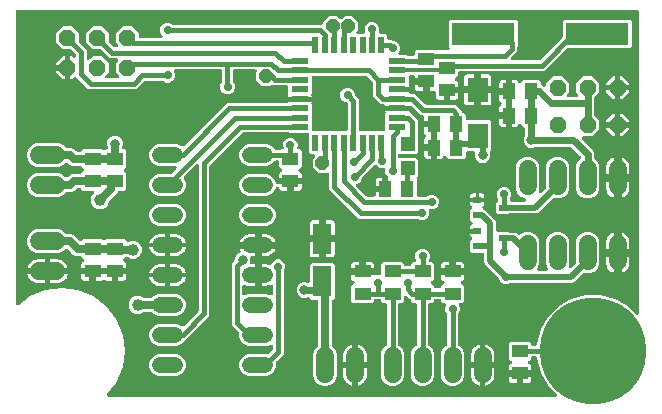
<source format=gbr>
G04 EAGLE Gerber RS-274X export*
G75*
%MOMM*%
%FSLAX34Y34*%
%LPD*%
%INTop Copper*%
%IPPOS*%
%AMOC8*
5,1,8,0,0,1.08239X$1,22.5*%
G01*
%ADD10R,1.397000X1.092200*%
%ADD11R,1.092200X1.397000*%
%ADD12R,5.334000X1.930400*%
%ADD13C,1.508000*%
%ADD14R,1.473200X0.508000*%
%ADD15R,0.508000X1.473200*%
%ADD16C,9.000000*%
%ADD17P,1.539592X8X202.500000*%
%ADD18C,1.320800*%
%ADD19R,1.200000X1.200000*%
%ADD20P,1.539592X8X112.500000*%
%ADD21R,1.800000X2.100000*%
%ADD22R,0.700000X0.600000*%
%ADD23P,1.209679X8X22.500000*%
%ADD24P,1.209679X8X112.500000*%
%ADD25R,1.600000X2.600000*%
%ADD26C,0.806400*%
%ADD27C,0.400000*%
%ADD28C,0.706400*%
%ADD29C,0.700000*%
%ADD30C,0.600000*%
%ADD31C,0.500000*%
%ADD32C,0.304800*%
%ADD33C,1.006400*%

G36*
X467947Y11201D02*
X467947Y11201D01*
X468050Y11213D01*
X468155Y11215D01*
X468222Y11233D01*
X468290Y11241D01*
X468389Y11276D01*
X468489Y11302D01*
X468550Y11335D01*
X468616Y11358D01*
X468703Y11415D01*
X468795Y11464D01*
X468847Y11509D01*
X468905Y11547D01*
X468977Y11622D01*
X469056Y11691D01*
X469096Y11747D01*
X469144Y11797D01*
X469197Y11887D01*
X469258Y11972D01*
X469284Y12036D01*
X469319Y12095D01*
X469350Y12195D01*
X469389Y12291D01*
X469401Y12360D01*
X469421Y12426D01*
X469428Y12530D01*
X469445Y12633D01*
X469440Y12702D01*
X469445Y12771D01*
X469428Y12873D01*
X469420Y12978D01*
X469400Y13044D01*
X469389Y13112D01*
X469349Y13208D01*
X469318Y13308D01*
X469282Y13367D01*
X469256Y13431D01*
X469195Y13516D01*
X469142Y13605D01*
X469073Y13684D01*
X469054Y13711D01*
X469037Y13726D01*
X469007Y13760D01*
X461958Y20809D01*
X455699Y31650D01*
X452459Y43741D01*
X452459Y43960D01*
X452455Y43995D01*
X452458Y44031D01*
X452435Y44166D01*
X452419Y44303D01*
X452407Y44337D01*
X452402Y44372D01*
X452349Y44499D01*
X452302Y44629D01*
X452283Y44658D01*
X452269Y44691D01*
X452188Y44803D01*
X452113Y44918D01*
X452087Y44943D01*
X452067Y44971D01*
X451963Y45062D01*
X451863Y45157D01*
X451832Y45175D01*
X451806Y45198D01*
X451683Y45262D01*
X451565Y45332D01*
X451531Y45342D01*
X451499Y45359D01*
X451366Y45393D01*
X451234Y45434D01*
X451199Y45436D01*
X451165Y45445D01*
X450960Y45459D01*
X449175Y45459D01*
X449140Y45455D01*
X449104Y45458D01*
X448968Y45435D01*
X448832Y45419D01*
X448798Y45407D01*
X448763Y45402D01*
X448636Y45349D01*
X448506Y45302D01*
X448477Y45283D01*
X448444Y45269D01*
X448332Y45188D01*
X448217Y45113D01*
X448192Y45087D01*
X448164Y45067D01*
X448073Y44963D01*
X447978Y44863D01*
X447960Y44832D01*
X447937Y44806D01*
X447873Y44683D01*
X447803Y44565D01*
X447793Y44531D01*
X447776Y44499D01*
X447742Y44366D01*
X447701Y44234D01*
X447699Y44199D01*
X447690Y44165D01*
X447676Y43960D01*
X447676Y43366D01*
X446159Y41849D01*
X446137Y41847D01*
X446115Y41840D01*
X446092Y41838D01*
X445951Y41787D01*
X445808Y41740D01*
X445789Y41728D01*
X445767Y41720D01*
X445641Y41638D01*
X445513Y41560D01*
X445497Y41544D01*
X445477Y41531D01*
X445374Y41423D01*
X445267Y41317D01*
X445254Y41298D01*
X445239Y41281D01*
X445163Y41152D01*
X445083Y41025D01*
X445075Y41003D01*
X445064Y40983D01*
X445019Y40840D01*
X444971Y40698D01*
X444968Y40675D01*
X444962Y40653D01*
X444951Y40502D01*
X444936Y40354D01*
X444940Y40331D01*
X444938Y40308D01*
X444962Y40160D01*
X444982Y40011D01*
X444990Y39989D01*
X444994Y39967D01*
X445051Y39828D01*
X445105Y39688D01*
X445118Y39668D01*
X445127Y39647D01*
X445214Y39526D01*
X445298Y39401D01*
X445315Y39386D01*
X445329Y39367D01*
X445442Y39268D01*
X445552Y39167D01*
X445573Y39155D01*
X445590Y39140D01*
X445723Y39070D01*
X445854Y38997D01*
X445882Y38987D01*
X445896Y38979D01*
X445927Y38972D01*
X446048Y38930D01*
X446116Y38912D01*
X446695Y38577D01*
X447168Y38104D01*
X447503Y37525D01*
X447676Y36879D01*
X447676Y33813D01*
X439381Y33813D01*
X439346Y33809D01*
X439310Y33811D01*
X439174Y33789D01*
X439037Y33773D01*
X439004Y33761D01*
X438969Y33755D01*
X438842Y33703D01*
X438712Y33656D01*
X438682Y33636D01*
X438650Y33623D01*
X438538Y33542D01*
X438422Y33467D01*
X438398Y33441D01*
X438369Y33420D01*
X438279Y33316D01*
X438184Y33217D01*
X438166Y33186D01*
X438144Y33161D01*
X438072Y33272D01*
X438047Y33296D01*
X438026Y33325D01*
X437922Y33416D01*
X437822Y33511D01*
X437792Y33529D01*
X437765Y33552D01*
X437643Y33616D01*
X437524Y33686D01*
X437490Y33696D01*
X437459Y33713D01*
X437325Y33747D01*
X437194Y33788D01*
X437158Y33790D01*
X437124Y33799D01*
X436919Y33813D01*
X428624Y33813D01*
X428624Y36879D01*
X428797Y37525D01*
X429132Y38104D01*
X429605Y38577D01*
X430184Y38912D01*
X430252Y38930D01*
X430392Y38985D01*
X430533Y39036D01*
X430552Y39049D01*
X430574Y39057D01*
X430697Y39143D01*
X430823Y39225D01*
X430839Y39242D01*
X430858Y39255D01*
X430958Y39367D01*
X431061Y39475D01*
X431073Y39495D01*
X431088Y39512D01*
X431160Y39644D01*
X431236Y39774D01*
X431243Y39796D01*
X431254Y39816D01*
X431294Y39961D01*
X431338Y40104D01*
X431340Y40127D01*
X431346Y40149D01*
X431352Y40299D01*
X431362Y40449D01*
X431358Y40472D01*
X431359Y40495D01*
X431330Y40642D01*
X431306Y40790D01*
X431297Y40811D01*
X431293Y40834D01*
X431231Y40971D01*
X431173Y41109D01*
X431160Y41128D01*
X431150Y41149D01*
X431059Y41268D01*
X430971Y41390D01*
X430954Y41405D01*
X430940Y41423D01*
X430824Y41518D01*
X430710Y41616D01*
X430690Y41627D01*
X430672Y41642D01*
X430537Y41707D01*
X430404Y41777D01*
X430382Y41783D01*
X430361Y41793D01*
X430215Y41826D01*
X430147Y41844D01*
X428624Y43366D01*
X428624Y56393D01*
X430113Y57881D01*
X446187Y57881D01*
X447676Y56393D01*
X447676Y56040D01*
X447680Y56005D01*
X447677Y55969D01*
X447700Y55833D01*
X447716Y55697D01*
X447728Y55663D01*
X447733Y55628D01*
X447786Y55501D01*
X447833Y55371D01*
X447852Y55342D01*
X447866Y55309D01*
X447947Y55197D01*
X448022Y55082D01*
X448048Y55057D01*
X448068Y55029D01*
X448172Y54938D01*
X448272Y54843D01*
X448303Y54825D01*
X448329Y54802D01*
X448452Y54738D01*
X448570Y54668D01*
X448604Y54658D01*
X448636Y54641D01*
X448769Y54607D01*
X448901Y54566D01*
X448936Y54564D01*
X448970Y54555D01*
X449175Y54541D01*
X450960Y54541D01*
X450995Y54545D01*
X451031Y54542D01*
X451167Y54565D01*
X451303Y54581D01*
X451337Y54593D01*
X451372Y54598D01*
X451499Y54651D01*
X451629Y54698D01*
X451658Y54717D01*
X451691Y54731D01*
X451803Y54812D01*
X451918Y54887D01*
X451943Y54913D01*
X451971Y54933D01*
X452062Y55037D01*
X452157Y55137D01*
X452175Y55168D01*
X452198Y55194D01*
X452262Y55317D01*
X452332Y55435D01*
X452342Y55469D01*
X452359Y55501D01*
X452393Y55634D01*
X452434Y55766D01*
X452436Y55801D01*
X452445Y55835D01*
X452459Y56040D01*
X452459Y56259D01*
X455699Y68350D01*
X461958Y79191D01*
X470809Y88042D01*
X481650Y94301D01*
X493741Y97541D01*
X506259Y97541D01*
X518350Y94301D01*
X529191Y88042D01*
X536240Y80993D01*
X536322Y80928D01*
X536397Y80856D01*
X536457Y80821D01*
X536511Y80778D01*
X536605Y80734D01*
X536695Y80681D01*
X536761Y80661D01*
X536824Y80631D01*
X536926Y80610D01*
X537026Y80579D01*
X537095Y80574D01*
X537162Y80560D01*
X537266Y80563D01*
X537371Y80555D01*
X537439Y80567D01*
X537508Y80568D01*
X537609Y80595D01*
X537712Y80611D01*
X537776Y80638D01*
X537842Y80655D01*
X537935Y80704D01*
X538031Y80744D01*
X538087Y80785D01*
X538148Y80817D01*
X538227Y80885D01*
X538311Y80946D01*
X538357Y80999D01*
X538409Y81044D01*
X538470Y81129D01*
X538538Y81207D01*
X538570Y81269D01*
X538611Y81325D01*
X538650Y81421D01*
X538699Y81514D01*
X538716Y81580D01*
X538743Y81644D01*
X538759Y81747D01*
X538785Y81848D01*
X538792Y81952D01*
X538798Y81986D01*
X538796Y82008D01*
X538799Y82053D01*
X538799Y337300D01*
X538795Y337335D01*
X538798Y337371D01*
X538775Y337507D01*
X538759Y337643D01*
X538747Y337677D01*
X538742Y337712D01*
X538689Y337839D01*
X538642Y337969D01*
X538623Y337998D01*
X538609Y338031D01*
X538528Y338143D01*
X538453Y338258D01*
X538427Y338283D01*
X538407Y338311D01*
X538303Y338402D01*
X538203Y338497D01*
X538172Y338515D01*
X538146Y338538D01*
X538023Y338602D01*
X537905Y338672D01*
X537871Y338682D01*
X537839Y338699D01*
X537706Y338733D01*
X537574Y338774D01*
X537539Y338776D01*
X537505Y338785D01*
X537300Y338799D01*
X12700Y338799D01*
X12665Y338795D01*
X12629Y338798D01*
X12493Y338775D01*
X12357Y338759D01*
X12323Y338747D01*
X12288Y338742D01*
X12161Y338689D01*
X12031Y338642D01*
X12002Y338623D01*
X11969Y338609D01*
X11857Y338528D01*
X11742Y338453D01*
X11717Y338427D01*
X11689Y338407D01*
X11598Y338303D01*
X11503Y338203D01*
X11485Y338172D01*
X11462Y338146D01*
X11398Y338023D01*
X11328Y337905D01*
X11318Y337871D01*
X11301Y337839D01*
X11267Y337706D01*
X11226Y337574D01*
X11224Y337539D01*
X11215Y337505D01*
X11201Y337300D01*
X11201Y90017D01*
X11201Y90010D01*
X11201Y90004D01*
X11221Y89840D01*
X11241Y89673D01*
X11243Y89667D01*
X11244Y89661D01*
X11301Y89506D01*
X11358Y89348D01*
X11362Y89343D01*
X11364Y89337D01*
X11456Y89199D01*
X11547Y89058D01*
X11551Y89054D01*
X11555Y89049D01*
X11676Y88935D01*
X11797Y88820D01*
X11802Y88817D01*
X11807Y88812D01*
X11952Y88729D01*
X12095Y88645D01*
X12101Y88643D01*
X12107Y88640D01*
X12266Y88592D01*
X12426Y88543D01*
X12432Y88542D01*
X12438Y88540D01*
X12603Y88530D01*
X12771Y88519D01*
X12777Y88520D01*
X12783Y88520D01*
X12947Y88548D01*
X13112Y88575D01*
X13118Y88577D01*
X13124Y88578D01*
X13277Y88644D01*
X13431Y88708D01*
X13436Y88711D01*
X13442Y88714D01*
X13613Y88827D01*
X23294Y96256D01*
X36176Y101592D01*
X50000Y103412D01*
X63824Y101592D01*
X76706Y96256D01*
X87768Y87768D01*
X96256Y76706D01*
X101592Y63824D01*
X103412Y50000D01*
X101592Y36176D01*
X96256Y23294D01*
X88827Y13613D01*
X88824Y13607D01*
X88820Y13603D01*
X88735Y13459D01*
X88650Y13316D01*
X88648Y13310D01*
X88645Y13305D01*
X88595Y13144D01*
X88545Y12986D01*
X88545Y12980D01*
X88543Y12974D01*
X88531Y12807D01*
X88518Y12642D01*
X88519Y12636D01*
X88519Y12629D01*
X88546Y12466D01*
X88572Y12300D01*
X88574Y12294D01*
X88575Y12288D01*
X88638Y12136D01*
X88702Y11980D01*
X88705Y11975D01*
X88708Y11969D01*
X88805Y11834D01*
X88902Y11698D01*
X88906Y11694D01*
X88910Y11689D01*
X89037Y11578D01*
X89161Y11469D01*
X89166Y11466D01*
X89171Y11462D01*
X89321Y11383D01*
X89466Y11306D01*
X89472Y11304D01*
X89477Y11301D01*
X89641Y11259D01*
X89800Y11217D01*
X89806Y11216D01*
X89812Y11215D01*
X90017Y11201D01*
X467947Y11201D01*
G37*
%LPC*%
G36*
X405093Y209327D02*
X405093Y209327D01*
X402677Y210328D01*
X400828Y212177D01*
X399827Y214593D01*
X399827Y217288D01*
X399832Y217304D01*
X399833Y217321D01*
X399838Y217337D01*
X399845Y217493D01*
X399856Y217649D01*
X399853Y217666D01*
X399854Y217683D01*
X399825Y217836D01*
X399800Y217991D01*
X399793Y218006D01*
X399790Y218022D01*
X399727Y218166D01*
X399667Y218310D01*
X399658Y218323D01*
X399651Y218339D01*
X399556Y218464D01*
X399465Y218590D01*
X399452Y218601D01*
X399442Y218615D01*
X399322Y218714D01*
X399204Y218817D01*
X399189Y218825D01*
X399176Y218835D01*
X399036Y218905D01*
X398898Y218978D01*
X398882Y218982D01*
X398867Y218989D01*
X398715Y219025D01*
X398563Y219064D01*
X398541Y219065D01*
X398530Y219068D01*
X398503Y219068D01*
X398358Y219078D01*
X393549Y219078D01*
X393514Y219074D01*
X393478Y219076D01*
X393342Y219054D01*
X393206Y219038D01*
X393172Y219026D01*
X393137Y219020D01*
X393010Y218968D01*
X392880Y218921D01*
X392851Y218901D01*
X392818Y218888D01*
X392706Y218807D01*
X392591Y218732D01*
X392566Y218706D01*
X392538Y218685D01*
X392447Y218581D01*
X392352Y218482D01*
X392334Y218451D01*
X392311Y218424D01*
X392247Y218302D01*
X392177Y218183D01*
X392167Y218150D01*
X392150Y218118D01*
X392116Y217985D01*
X392075Y217853D01*
X392073Y217818D01*
X392064Y217783D01*
X392050Y217579D01*
X392050Y214213D01*
X390561Y212724D01*
X377535Y212724D01*
X376018Y214241D01*
X376016Y214263D01*
X376009Y214285D01*
X376006Y214308D01*
X375955Y214449D01*
X375909Y214592D01*
X375897Y214611D01*
X375889Y214633D01*
X375807Y214759D01*
X375729Y214887D01*
X375713Y214903D01*
X375700Y214923D01*
X375592Y215026D01*
X375486Y215133D01*
X375467Y215145D01*
X375450Y215161D01*
X375321Y215237D01*
X375193Y215317D01*
X375172Y215325D01*
X375152Y215336D01*
X375008Y215381D01*
X374866Y215429D01*
X374843Y215432D01*
X374821Y215438D01*
X374671Y215449D01*
X374522Y215463D01*
X374500Y215460D01*
X374476Y215462D01*
X374328Y215438D01*
X374180Y215418D01*
X374158Y215410D01*
X374135Y215406D01*
X373997Y215349D01*
X373856Y215295D01*
X373837Y215282D01*
X373816Y215273D01*
X373695Y215186D01*
X373570Y215102D01*
X373554Y215085D01*
X373536Y215071D01*
X373437Y214958D01*
X373335Y214848D01*
X373324Y214827D01*
X373309Y214810D01*
X373239Y214677D01*
X373165Y214546D01*
X373156Y214518D01*
X373148Y214504D01*
X373140Y214473D01*
X373099Y214352D01*
X373081Y214284D01*
X372746Y213705D01*
X372273Y213232D01*
X371694Y212897D01*
X371048Y212724D01*
X367982Y212724D01*
X367982Y221019D01*
X367978Y221054D01*
X367980Y221090D01*
X367958Y221226D01*
X367942Y221363D01*
X367930Y221396D01*
X367924Y221431D01*
X367871Y221558D01*
X367824Y221688D01*
X367805Y221718D01*
X367791Y221750D01*
X367711Y221862D01*
X367636Y221978D01*
X367610Y222002D01*
X367589Y222031D01*
X367485Y222121D01*
X367385Y222216D01*
X367355Y222234D01*
X367330Y222256D01*
X367441Y222328D01*
X367465Y222353D01*
X367494Y222374D01*
X367584Y222478D01*
X367679Y222578D01*
X367697Y222608D01*
X367721Y222635D01*
X367785Y222757D01*
X367854Y222876D01*
X367865Y222910D01*
X367881Y222941D01*
X367916Y223074D01*
X367956Y223206D01*
X367959Y223242D01*
X367968Y223276D01*
X367982Y223481D01*
X367982Y233184D01*
X367988Y233275D01*
X367988Y240857D01*
X367984Y240892D01*
X367986Y240927D01*
X367964Y241063D01*
X367948Y241200D01*
X367936Y241234D01*
X367930Y241269D01*
X367878Y241396D01*
X367831Y241525D01*
X367811Y241555D01*
X367798Y241588D01*
X367717Y241700D01*
X367642Y241815D01*
X367616Y241839D01*
X367595Y241868D01*
X367491Y241959D01*
X367392Y242054D01*
X367361Y242072D01*
X367334Y242095D01*
X367212Y242159D01*
X367093Y242229D01*
X367060Y242239D01*
X367028Y242256D01*
X366895Y242290D01*
X366763Y242331D01*
X366728Y242333D01*
X366693Y242342D01*
X366489Y242356D01*
X365527Y242356D01*
X365527Y243318D01*
X365523Y243353D01*
X365525Y243389D01*
X365503Y243525D01*
X365487Y243661D01*
X365475Y243695D01*
X365469Y243730D01*
X365416Y243857D01*
X365369Y243987D01*
X365350Y244016D01*
X365336Y244049D01*
X365256Y244161D01*
X365181Y244276D01*
X365155Y244301D01*
X365134Y244329D01*
X365030Y244420D01*
X364930Y244515D01*
X364900Y244533D01*
X364873Y244556D01*
X364751Y244620D01*
X364632Y244690D01*
X364598Y244700D01*
X364567Y244717D01*
X364433Y244751D01*
X364302Y244792D01*
X364267Y244794D01*
X364232Y244803D01*
X364028Y244817D01*
X357256Y244817D01*
X357257Y247960D01*
X357252Y247995D01*
X357255Y248031D01*
X357233Y248167D01*
X357217Y248303D01*
X357205Y248337D01*
X357199Y248372D01*
X357146Y248499D01*
X357099Y248629D01*
X357080Y248658D01*
X357066Y248691D01*
X356986Y248803D01*
X356910Y248918D01*
X356885Y248943D01*
X356864Y248971D01*
X356760Y249062D01*
X356660Y249157D01*
X356630Y249175D01*
X356603Y249198D01*
X356481Y249262D01*
X356362Y249332D01*
X356328Y249342D01*
X356297Y249359D01*
X356163Y249393D01*
X356032Y249434D01*
X355996Y249436D01*
X355962Y249445D01*
X355757Y249459D01*
X354525Y249459D01*
X351426Y252558D01*
X346514Y257471D01*
X346432Y257535D01*
X346357Y257607D01*
X346297Y257642D01*
X346243Y257685D01*
X346149Y257730D01*
X346059Y257782D01*
X345993Y257803D01*
X345930Y257832D01*
X345828Y257854D01*
X345728Y257884D01*
X345659Y257889D01*
X345592Y257903D01*
X345488Y257901D01*
X345383Y257908D01*
X345315Y257897D01*
X345246Y257895D01*
X345145Y257869D01*
X345042Y257852D01*
X344978Y257826D01*
X344912Y257808D01*
X344819Y257759D01*
X344723Y257719D01*
X344667Y257679D01*
X344606Y257647D01*
X344527Y257578D01*
X344443Y257517D01*
X344397Y257465D01*
X344345Y257420D01*
X344284Y257335D01*
X344216Y257256D01*
X344184Y257195D01*
X344143Y257139D01*
X344112Y257061D01*
X334048Y257061D01*
X324141Y257061D01*
X324141Y257396D01*
X324137Y257431D01*
X324140Y257467D01*
X324117Y257603D01*
X324101Y257739D01*
X324089Y257773D01*
X324084Y257808D01*
X324031Y257935D01*
X323984Y258065D01*
X323965Y258094D01*
X323951Y258127D01*
X323870Y258239D01*
X323795Y258354D01*
X323769Y258379D01*
X323749Y258407D01*
X323645Y258498D01*
X323545Y258593D01*
X323514Y258611D01*
X323488Y258634D01*
X323365Y258698D01*
X323247Y258768D01*
X323213Y258778D01*
X323181Y258795D01*
X323048Y258829D01*
X322916Y258870D01*
X322881Y258872D01*
X322847Y258881D01*
X322642Y258895D01*
X320483Y258895D01*
X313759Y265619D01*
X313759Y276898D01*
X313743Y277036D01*
X313733Y277176D01*
X313723Y277208D01*
X313719Y277242D01*
X313672Y277372D01*
X313631Y277506D01*
X313613Y277535D01*
X313602Y277567D01*
X313526Y277683D01*
X313455Y277804D01*
X313425Y277838D01*
X313413Y277856D01*
X313389Y277880D01*
X313320Y277958D01*
X308692Y282586D01*
X308583Y282673D01*
X308478Y282764D01*
X308448Y282780D01*
X308421Y282801D01*
X308295Y282860D01*
X308172Y282925D01*
X308139Y282933D01*
X308108Y282948D01*
X307972Y282976D01*
X307837Y283011D01*
X307792Y283014D01*
X307770Y283019D01*
X307736Y283018D01*
X307632Y283025D01*
X263158Y283025D01*
X263123Y283021D01*
X263087Y283024D01*
X262951Y283001D01*
X262815Y282985D01*
X262781Y282973D01*
X262746Y282968D01*
X262619Y282915D01*
X262489Y282868D01*
X262460Y282849D01*
X262427Y282835D01*
X262315Y282754D01*
X262200Y282679D01*
X262175Y282653D01*
X262147Y282633D01*
X262056Y282529D01*
X261961Y282429D01*
X261943Y282398D01*
X261920Y282372D01*
X261856Y282249D01*
X261786Y282131D01*
X261776Y282097D01*
X261759Y282065D01*
X261725Y281931D01*
X261684Y281800D01*
X261682Y281765D01*
X261673Y281731D01*
X261659Y281526D01*
X261659Y267863D01*
X261636Y267814D01*
X261565Y267669D01*
X261563Y267658D01*
X261558Y267649D01*
X261525Y267489D01*
X261489Y267332D01*
X261489Y267321D01*
X261487Y267310D01*
X261491Y267148D01*
X261492Y266986D01*
X261495Y266972D01*
X261495Y266965D01*
X261500Y266944D01*
X261532Y266784D01*
X261659Y266311D01*
X261659Y264935D01*
X251752Y264935D01*
X241845Y264935D01*
X241845Y266311D01*
X241972Y266784D01*
X241996Y266944D01*
X242022Y267105D01*
X242021Y267116D01*
X242023Y267127D01*
X242009Y267287D01*
X241997Y267450D01*
X241994Y267460D01*
X241993Y267471D01*
X241943Y267624D01*
X241895Y267780D01*
X241889Y267790D01*
X241886Y267800D01*
X241845Y267866D01*
X241845Y273360D01*
X241841Y273395D01*
X241844Y273431D01*
X241821Y273567D01*
X241805Y273703D01*
X241793Y273737D01*
X241788Y273772D01*
X241735Y273899D01*
X241688Y274029D01*
X241669Y274058D01*
X241655Y274091D01*
X241574Y274203D01*
X241499Y274318D01*
X241473Y274343D01*
X241453Y274371D01*
X241349Y274462D01*
X241249Y274557D01*
X241218Y274575D01*
X241192Y274598D01*
X241069Y274662D01*
X240951Y274732D01*
X240917Y274742D01*
X240885Y274759D01*
X240752Y274793D01*
X240620Y274834D01*
X240585Y274836D01*
X240551Y274845D01*
X240346Y274859D01*
X229100Y274859D01*
X229022Y274937D01*
X228994Y274959D01*
X228971Y274986D01*
X228859Y275067D01*
X228751Y275152D01*
X228719Y275167D01*
X228690Y275188D01*
X228563Y275240D01*
X228438Y275299D01*
X228403Y275306D01*
X228371Y275320D01*
X228234Y275342D01*
X228100Y275370D01*
X228064Y275369D01*
X228029Y275375D01*
X227892Y275365D01*
X227754Y275362D01*
X227720Y275353D01*
X227685Y275351D01*
X227553Y275310D01*
X227420Y275275D01*
X227388Y275258D01*
X227354Y275248D01*
X227236Y275178D01*
X227114Y275114D01*
X227087Y275090D01*
X227057Y275072D01*
X226902Y274937D01*
X226411Y274446D01*
X219677Y274446D01*
X214915Y279208D01*
X214915Y285966D01*
X214945Y286017D01*
X214988Y286071D01*
X215032Y286165D01*
X215085Y286255D01*
X215105Y286321D01*
X215134Y286384D01*
X215156Y286486D01*
X215187Y286586D01*
X215191Y286655D01*
X215206Y286722D01*
X215203Y286826D01*
X215210Y286931D01*
X215199Y286999D01*
X215198Y287068D01*
X215171Y287169D01*
X215154Y287272D01*
X215128Y287336D01*
X215110Y287402D01*
X215062Y287495D01*
X215022Y287591D01*
X214981Y287647D01*
X214949Y287708D01*
X214880Y287787D01*
X214819Y287871D01*
X214767Y287917D01*
X214722Y287969D01*
X214637Y288030D01*
X214558Y288098D01*
X214497Y288130D01*
X214441Y288170D01*
X214345Y288210D01*
X214252Y288259D01*
X214185Y288276D01*
X214121Y288302D01*
X214019Y288319D01*
X213917Y288345D01*
X213813Y288352D01*
X213780Y288358D01*
X213758Y288356D01*
X213713Y288359D01*
X196490Y288359D01*
X196455Y288355D01*
X196420Y288358D01*
X196284Y288335D01*
X196147Y288319D01*
X196114Y288307D01*
X196079Y288302D01*
X195951Y288249D01*
X195822Y288202D01*
X195792Y288183D01*
X195759Y288169D01*
X195648Y288088D01*
X195532Y288013D01*
X195508Y287987D01*
X195479Y287967D01*
X195388Y287863D01*
X195293Y287763D01*
X195276Y287732D01*
X195252Y287706D01*
X195188Y287583D01*
X195118Y287465D01*
X195108Y287431D01*
X195091Y287399D01*
X195057Y287266D01*
X195016Y287134D01*
X195014Y287099D01*
X195005Y287065D01*
X194991Y286860D01*
X194991Y278562D01*
X195007Y278423D01*
X195017Y278284D01*
X195027Y278252D01*
X195031Y278218D01*
X195078Y278087D01*
X195120Y277954D01*
X195137Y277925D01*
X195148Y277893D01*
X195225Y277777D01*
X195295Y277656D01*
X195325Y277622D01*
X195337Y277604D01*
X195362Y277580D01*
X195430Y277502D01*
X195648Y277284D01*
X196573Y275052D01*
X196573Y272636D01*
X195648Y270404D01*
X193940Y268696D01*
X191708Y267771D01*
X189292Y267771D01*
X187060Y268696D01*
X185352Y270404D01*
X184427Y272636D01*
X184427Y275052D01*
X185352Y277284D01*
X185425Y277357D01*
X185522Y277479D01*
X185620Y277597D01*
X185629Y277614D01*
X185640Y277628D01*
X185706Y277769D01*
X185775Y277907D01*
X185779Y277925D01*
X185787Y277941D01*
X185819Y278093D01*
X185854Y278243D01*
X185856Y278267D01*
X185858Y278280D01*
X185858Y278308D01*
X185860Y278354D01*
X185864Y278379D01*
X185896Y278500D01*
X185900Y278568D01*
X185906Y278597D01*
X185904Y278628D01*
X185910Y278705D01*
X185910Y286860D01*
X185906Y286895D01*
X185908Y286931D01*
X185886Y287067D01*
X185870Y287203D01*
X185858Y287237D01*
X185852Y287272D01*
X185799Y287399D01*
X185752Y287529D01*
X185733Y287558D01*
X185719Y287591D01*
X185639Y287703D01*
X185563Y287818D01*
X185538Y287843D01*
X185517Y287871D01*
X185413Y287962D01*
X185313Y288057D01*
X185283Y288075D01*
X185256Y288098D01*
X185134Y288162D01*
X185015Y288232D01*
X184981Y288242D01*
X184950Y288259D01*
X184816Y288293D01*
X184685Y288334D01*
X184649Y288336D01*
X184615Y288345D01*
X184410Y288359D01*
X146450Y288359D01*
X146295Y288341D01*
X146139Y288327D01*
X146123Y288321D01*
X146106Y288319D01*
X145960Y288266D01*
X145811Y288217D01*
X145797Y288208D01*
X145781Y288202D01*
X145650Y288117D01*
X145518Y288034D01*
X145506Y288022D01*
X145492Y288013D01*
X145384Y287900D01*
X145273Y287790D01*
X145264Y287775D01*
X145253Y287763D01*
X145174Y287629D01*
X145092Y287495D01*
X145086Y287479D01*
X145078Y287465D01*
X145032Y287316D01*
X144982Y287167D01*
X144981Y287151D01*
X144976Y287134D01*
X144965Y286978D01*
X144951Y286823D01*
X144953Y286806D01*
X144952Y286789D01*
X144977Y286635D01*
X144999Y286481D01*
X145006Y286460D01*
X145008Y286448D01*
X145019Y286423D01*
X145065Y286286D01*
X145773Y284577D01*
X145773Y282161D01*
X144848Y279929D01*
X143140Y278221D01*
X140908Y277296D01*
X138492Y277296D01*
X136260Y278221D01*
X136092Y278389D01*
X135983Y278475D01*
X135877Y278567D01*
X135847Y278583D01*
X135821Y278604D01*
X135695Y278663D01*
X135571Y278728D01*
X135538Y278736D01*
X135508Y278750D01*
X135371Y278779D01*
X135236Y278814D01*
X135191Y278817D01*
X135169Y278822D01*
X135136Y278821D01*
X135032Y278828D01*
X120771Y278828D01*
X120632Y278812D01*
X120493Y278802D01*
X120461Y278792D01*
X120427Y278788D01*
X120296Y278741D01*
X120163Y278699D01*
X120134Y278682D01*
X120102Y278671D01*
X119985Y278595D01*
X119865Y278524D01*
X119831Y278494D01*
X119812Y278482D01*
X119789Y278457D01*
X119710Y278389D01*
X113006Y271684D01*
X72732Y271684D01*
X62615Y281800D01*
X62588Y281822D01*
X62564Y281849D01*
X62452Y281930D01*
X62344Y282015D01*
X62312Y282030D01*
X62284Y282051D01*
X62156Y282103D01*
X62031Y282162D01*
X61997Y282169D01*
X61964Y282183D01*
X61828Y282205D01*
X61693Y282233D01*
X61658Y282232D01*
X61623Y282238D01*
X61485Y282228D01*
X61347Y282225D01*
X61313Y282216D01*
X61278Y282214D01*
X61146Y282173D01*
X61013Y282138D01*
X60982Y282121D01*
X60948Y282111D01*
X60829Y282041D01*
X60707Y281977D01*
X60680Y281953D01*
X60650Y281935D01*
X60495Y281800D01*
X58767Y280072D01*
X57054Y280072D01*
X57054Y288939D01*
X57050Y288974D01*
X57052Y289009D01*
X57030Y289145D01*
X57014Y289282D01*
X57002Y289316D01*
X56996Y289351D01*
X56944Y289478D01*
X56897Y289607D01*
X56877Y289637D01*
X56864Y289670D01*
X56824Y289725D01*
X56857Y289788D01*
X56927Y289906D01*
X56937Y289940D01*
X56954Y289972D01*
X56988Y290105D01*
X57029Y290237D01*
X57031Y290272D01*
X57040Y290307D01*
X57054Y290511D01*
X57054Y299378D01*
X58767Y299378D01*
X59575Y298570D01*
X59657Y298505D01*
X59732Y298433D01*
X59792Y298398D01*
X59846Y298355D01*
X59940Y298311D01*
X60030Y298258D01*
X60096Y298238D01*
X60159Y298208D01*
X60261Y298187D01*
X60361Y298156D01*
X60430Y298151D01*
X60497Y298137D01*
X60601Y298140D01*
X60706Y298132D01*
X60774Y298144D01*
X60843Y298145D01*
X60944Y298172D01*
X61047Y298188D01*
X61111Y298215D01*
X61177Y298232D01*
X61270Y298281D01*
X61366Y298321D01*
X61422Y298361D01*
X61483Y298394D01*
X61562Y298462D01*
X61646Y298523D01*
X61692Y298576D01*
X61744Y298621D01*
X61805Y298706D01*
X61873Y298784D01*
X61905Y298846D01*
X61946Y298902D01*
X61985Y298998D01*
X62034Y299091D01*
X62051Y299158D01*
X62077Y299221D01*
X62094Y299324D01*
X62120Y299425D01*
X62127Y299529D01*
X62133Y299563D01*
X62131Y299585D01*
X62134Y299630D01*
X62134Y300717D01*
X62118Y300855D01*
X62108Y300994D01*
X62098Y301027D01*
X62094Y301060D01*
X62047Y301191D01*
X62006Y301325D01*
X61988Y301354D01*
X61977Y301386D01*
X61901Y301502D01*
X61830Y301622D01*
X61800Y301656D01*
X61788Y301675D01*
X61764Y301698D01*
X61695Y301777D01*
X58439Y305033D01*
X58330Y305120D01*
X58224Y305211D01*
X58194Y305227D01*
X58168Y305248D01*
X58042Y305307D01*
X57918Y305372D01*
X57886Y305380D01*
X57855Y305395D01*
X57719Y305423D01*
X57584Y305458D01*
X57538Y305461D01*
X57517Y305466D01*
X57483Y305465D01*
X57379Y305472D01*
X50770Y305472D01*
X45116Y311127D01*
X45116Y319123D01*
X50770Y324778D01*
X58767Y324778D01*
X64421Y319123D01*
X64421Y312515D01*
X64424Y312493D01*
X64423Y312479D01*
X64432Y312428D01*
X64438Y312377D01*
X64447Y312237D01*
X64457Y312205D01*
X64461Y312171D01*
X64509Y312041D01*
X64550Y311907D01*
X64567Y311878D01*
X64579Y311846D01*
X64655Y311729D01*
X64726Y311609D01*
X64755Y311575D01*
X64768Y311557D01*
X64792Y311533D01*
X64861Y311455D01*
X71216Y305100D01*
X71216Y298042D01*
X71228Y297939D01*
X71230Y297835D01*
X71248Y297768D01*
X71256Y297699D01*
X71291Y297601D01*
X71317Y297500D01*
X71350Y297439D01*
X71373Y297374D01*
X71430Y297286D01*
X71479Y297194D01*
X71524Y297142D01*
X71562Y297084D01*
X71637Y297012D01*
X71706Y296934D01*
X71762Y296893D01*
X71812Y296846D01*
X71902Y296793D01*
X71987Y296732D01*
X72051Y296706D01*
X72110Y296671D01*
X72210Y296640D01*
X72306Y296600D01*
X72375Y296589D01*
X72441Y296569D01*
X72545Y296561D01*
X72648Y296545D01*
X72717Y296550D01*
X72786Y296545D01*
X72888Y296562D01*
X72993Y296569D01*
X73059Y296590D01*
X73127Y296601D01*
X73223Y296641D01*
X73323Y296672D01*
X73382Y296707D01*
X73446Y296734D01*
X73531Y296795D01*
X73620Y296848D01*
X73699Y296916D01*
X73726Y296936D01*
X73741Y296953D01*
X73775Y296982D01*
X76170Y299378D01*
X84167Y299378D01*
X89821Y293723D01*
X89821Y285727D01*
X87420Y283325D01*
X87355Y283243D01*
X87283Y283168D01*
X87248Y283108D01*
X87205Y283054D01*
X87161Y282960D01*
X87108Y282870D01*
X87088Y282804D01*
X87058Y282741D01*
X87037Y282639D01*
X87006Y282539D01*
X87001Y282470D01*
X86987Y282403D01*
X86990Y282299D01*
X86982Y282194D01*
X86994Y282126D01*
X86995Y282057D01*
X87022Y281956D01*
X87038Y281853D01*
X87065Y281789D01*
X87082Y281723D01*
X87131Y281630D01*
X87171Y281534D01*
X87211Y281478D01*
X87244Y281417D01*
X87312Y281338D01*
X87373Y281254D01*
X87426Y281208D01*
X87471Y281156D01*
X87556Y281095D01*
X87634Y281027D01*
X87696Y280995D01*
X87752Y280954D01*
X87848Y280915D01*
X87941Y280866D01*
X88008Y280849D01*
X88071Y280823D01*
X88174Y280806D01*
X88275Y280780D01*
X88379Y280773D01*
X88413Y280767D01*
X88435Y280769D01*
X88480Y280766D01*
X97258Y280766D01*
X97361Y280778D01*
X97465Y280780D01*
X97532Y280798D01*
X97601Y280806D01*
X97699Y280841D01*
X97800Y280867D01*
X97861Y280900D01*
X97926Y280923D01*
X98014Y280980D01*
X98106Y281029D01*
X98158Y281074D01*
X98216Y281112D01*
X98288Y281187D01*
X98366Y281256D01*
X98407Y281312D01*
X98454Y281362D01*
X98507Y281452D01*
X98568Y281537D01*
X98594Y281601D01*
X98629Y281660D01*
X98660Y281760D01*
X98700Y281856D01*
X98711Y281925D01*
X98731Y281991D01*
X98739Y282095D01*
X98755Y282198D01*
X98750Y282267D01*
X98755Y282336D01*
X98738Y282438D01*
X98731Y282543D01*
X98710Y282609D01*
X98699Y282677D01*
X98659Y282773D01*
X98628Y282873D01*
X98593Y282932D01*
X98566Y282996D01*
X98505Y283081D01*
X98452Y283170D01*
X98384Y283249D01*
X98364Y283276D01*
X98347Y283291D01*
X98318Y283325D01*
X95916Y285727D01*
X95916Y293723D01*
X97518Y295325D01*
X97582Y295407D01*
X97654Y295482D01*
X97689Y295542D01*
X97732Y295596D01*
X97777Y295690D01*
X97829Y295780D01*
X97850Y295846D01*
X97879Y295909D01*
X97901Y296011D01*
X97931Y296111D01*
X97936Y296180D01*
X97950Y296247D01*
X97948Y296351D01*
X97955Y296456D01*
X97944Y296524D01*
X97942Y296593D01*
X97916Y296694D01*
X97899Y296797D01*
X97873Y296861D01*
X97855Y296927D01*
X97806Y297020D01*
X97766Y297116D01*
X97726Y297172D01*
X97694Y297233D01*
X97625Y297312D01*
X97564Y297396D01*
X97512Y297442D01*
X97467Y297494D01*
X97382Y297555D01*
X97303Y297623D01*
X97242Y297655D01*
X97186Y297696D01*
X97090Y297735D01*
X96997Y297784D01*
X96930Y297801D01*
X96866Y297827D01*
X96763Y297844D01*
X96662Y297870D01*
X96558Y297877D01*
X96525Y297883D01*
X96502Y297881D01*
X96458Y297884D01*
X90988Y297884D01*
X83839Y305033D01*
X83730Y305120D01*
X83624Y305211D01*
X83594Y305227D01*
X83568Y305248D01*
X83442Y305307D01*
X83318Y305372D01*
X83286Y305380D01*
X83255Y305395D01*
X83119Y305423D01*
X82984Y305458D01*
X82938Y305461D01*
X82917Y305466D01*
X82883Y305465D01*
X82779Y305472D01*
X76170Y305472D01*
X70516Y311127D01*
X70516Y319123D01*
X76170Y324778D01*
X84167Y324778D01*
X89821Y319123D01*
X89821Y312515D01*
X89824Y312493D01*
X89823Y312479D01*
X89832Y312428D01*
X89838Y312377D01*
X89847Y312237D01*
X89857Y312205D01*
X89861Y312171D01*
X89909Y312041D01*
X89950Y311907D01*
X89967Y311878D01*
X89979Y311846D01*
X90055Y311729D01*
X90126Y311609D01*
X90155Y311575D01*
X90168Y311557D01*
X90192Y311533D01*
X90261Y311455D01*
X94310Y307405D01*
X94420Y307318D01*
X94525Y307227D01*
X94555Y307211D01*
X94582Y307190D01*
X94708Y307131D01*
X94831Y307066D01*
X94864Y307058D01*
X94895Y307043D01*
X95031Y307015D01*
X95166Y306980D01*
X95211Y306977D01*
X95233Y306972D01*
X95267Y306973D01*
X95371Y306966D01*
X96458Y306966D01*
X96561Y306978D01*
X96665Y306980D01*
X96732Y306998D01*
X96801Y307006D01*
X96899Y307041D01*
X97000Y307067D01*
X97061Y307100D01*
X97126Y307123D01*
X97214Y307180D01*
X97306Y307229D01*
X97358Y307274D01*
X97416Y307312D01*
X97488Y307387D01*
X97566Y307456D01*
X97607Y307512D01*
X97654Y307562D01*
X97707Y307652D01*
X97768Y307737D01*
X97794Y307801D01*
X97829Y307860D01*
X97860Y307960D01*
X97900Y308056D01*
X97911Y308125D01*
X97931Y308191D01*
X97939Y308295D01*
X97955Y308398D01*
X97950Y308467D01*
X97955Y308536D01*
X97938Y308638D01*
X97931Y308743D01*
X97910Y308809D01*
X97899Y308877D01*
X97859Y308973D01*
X97828Y309073D01*
X97793Y309132D01*
X97766Y309196D01*
X97705Y309281D01*
X97652Y309370D01*
X97584Y309449D01*
X97564Y309476D01*
X97547Y309491D01*
X97518Y309525D01*
X95916Y311127D01*
X95916Y319123D01*
X101570Y324778D01*
X109567Y324778D01*
X115221Y319123D01*
X115221Y316396D01*
X115226Y316361D01*
X115223Y316326D01*
X115245Y316190D01*
X115261Y316053D01*
X115273Y316019D01*
X115279Y315984D01*
X115332Y315857D01*
X115379Y315728D01*
X115398Y315698D01*
X115412Y315665D01*
X115492Y315554D01*
X115568Y315438D01*
X115593Y315414D01*
X115614Y315385D01*
X115718Y315294D01*
X115818Y315199D01*
X115848Y315181D01*
X115875Y315158D01*
X115997Y315094D01*
X116116Y315024D01*
X116150Y315014D01*
X116181Y314997D01*
X116315Y314963D01*
X116446Y314922D01*
X116482Y314920D01*
X116516Y314911D01*
X116721Y314897D01*
X134070Y314897D01*
X134174Y314909D01*
X134278Y314911D01*
X134345Y314929D01*
X134414Y314937D01*
X134512Y314972D01*
X134613Y314999D01*
X134674Y315031D01*
X134739Y315054D01*
X134826Y315111D01*
X134919Y315160D01*
X134971Y315205D01*
X135029Y315243D01*
X135101Y315319D01*
X135179Y315387D01*
X135220Y315443D01*
X135267Y315493D01*
X135320Y315583D01*
X135381Y315668D01*
X135407Y315732D01*
X135442Y315792D01*
X135473Y315891D01*
X135513Y315988D01*
X135524Y316056D01*
X135544Y316122D01*
X135551Y316226D01*
X135568Y316329D01*
X135563Y316398D01*
X135568Y316467D01*
X135551Y316570D01*
X135544Y316674D01*
X135523Y316740D01*
X135512Y316808D01*
X135472Y316904D01*
X135441Y317004D01*
X135406Y317063D01*
X135379Y317127D01*
X135318Y317212D01*
X135265Y317302D01*
X135197Y317380D01*
X135177Y317408D01*
X135160Y317422D01*
X135130Y317456D01*
X134552Y318035D01*
X133627Y320267D01*
X133627Y322683D01*
X134552Y324915D01*
X136260Y326623D01*
X138492Y327548D01*
X140908Y327548D01*
X143140Y326623D01*
X143308Y326455D01*
X143417Y326368D01*
X143523Y326277D01*
X143553Y326261D01*
X143579Y326240D01*
X143705Y326181D01*
X143829Y326116D01*
X143862Y326108D01*
X143892Y326093D01*
X144029Y326065D01*
X144164Y326030D01*
X144209Y326027D01*
X144231Y326022D01*
X144264Y326023D01*
X144368Y326016D01*
X269772Y326016D01*
X269807Y326020D01*
X269843Y326017D01*
X269979Y326040D01*
X270115Y326056D01*
X270149Y326068D01*
X270184Y326073D01*
X270311Y326126D01*
X270441Y326173D01*
X270470Y326192D01*
X270503Y326206D01*
X270615Y326287D01*
X270730Y326362D01*
X270755Y326388D01*
X270783Y326408D01*
X270874Y326512D01*
X270969Y326612D01*
X270987Y326643D01*
X271010Y326669D01*
X271074Y326792D01*
X271144Y326910D01*
X271154Y326944D01*
X271171Y326976D01*
X271205Y327109D01*
X271246Y327241D01*
X271248Y327276D01*
X271257Y327310D01*
X271271Y327515D01*
X271271Y328805D01*
X276033Y333566D01*
X282767Y333566D01*
X285087Y331247D01*
X285115Y331225D01*
X285138Y331198D01*
X285250Y331117D01*
X285358Y331032D01*
X285390Y331017D01*
X285419Y330996D01*
X285546Y330943D01*
X285671Y330885D01*
X285705Y330878D01*
X285738Y330864D01*
X285874Y330842D01*
X286009Y330814D01*
X286044Y330815D01*
X286080Y330809D01*
X286217Y330819D01*
X286355Y330822D01*
X286389Y330831D01*
X286424Y330833D01*
X286556Y330874D01*
X286689Y330909D01*
X286721Y330925D01*
X286755Y330936D01*
X286873Y331006D01*
X286995Y331070D01*
X287022Y331094D01*
X287052Y331112D01*
X287207Y331247D01*
X289527Y333566D01*
X296261Y333566D01*
X301022Y328805D01*
X301022Y322070D01*
X300066Y321114D01*
X300001Y321032D01*
X299929Y320957D01*
X299894Y320897D01*
X299851Y320843D01*
X299807Y320749D01*
X299754Y320659D01*
X299734Y320593D01*
X299705Y320530D01*
X299683Y320428D01*
X299652Y320328D01*
X299648Y320259D01*
X299633Y320192D01*
X299636Y320088D01*
X299629Y319983D01*
X299640Y319915D01*
X299641Y319846D01*
X299668Y319745D01*
X299685Y319642D01*
X299711Y319578D01*
X299729Y319512D01*
X299777Y319419D01*
X299817Y319323D01*
X299858Y319267D01*
X299890Y319206D01*
X299959Y319127D01*
X300020Y319043D01*
X300072Y318997D01*
X300117Y318945D01*
X300202Y318884D01*
X300281Y318816D01*
X300342Y318784D01*
X300398Y318743D01*
X300494Y318704D01*
X300587Y318655D01*
X300654Y318638D01*
X300718Y318612D01*
X300820Y318595D01*
X300922Y318569D01*
X301026Y318562D01*
X301059Y318556D01*
X301081Y318558D01*
X301126Y318555D01*
X305456Y318555D01*
X305611Y318573D01*
X305767Y318587D01*
X305783Y318593D01*
X305800Y318595D01*
X305947Y318648D01*
X306095Y318697D01*
X306109Y318706D01*
X306125Y318712D01*
X306256Y318797D01*
X306389Y318880D01*
X306401Y318892D01*
X306415Y318901D01*
X306522Y319014D01*
X306633Y319124D01*
X306642Y319139D01*
X306653Y319151D01*
X306732Y319286D01*
X306814Y319419D01*
X306820Y319435D01*
X306828Y319449D01*
X306874Y319598D01*
X306924Y319747D01*
X306925Y319763D01*
X306930Y319780D01*
X306941Y319936D01*
X306955Y320091D01*
X306953Y320108D01*
X306954Y320125D01*
X306929Y320279D01*
X306907Y320433D01*
X306900Y320454D01*
X306898Y320466D01*
X306887Y320491D01*
X306842Y320628D01*
X306665Y321055D01*
X306665Y323470D01*
X307589Y325702D01*
X309298Y327411D01*
X311530Y328335D01*
X313945Y328335D01*
X316177Y327411D01*
X317886Y325702D01*
X318810Y323470D01*
X318810Y321055D01*
X318633Y320628D01*
X318591Y320477D01*
X318545Y320328D01*
X318543Y320311D01*
X318539Y320295D01*
X318532Y320140D01*
X318521Y319983D01*
X318524Y319967D01*
X318523Y319950D01*
X318552Y319796D01*
X318577Y319642D01*
X318583Y319627D01*
X318587Y319610D01*
X318650Y319467D01*
X318710Y319323D01*
X318719Y319309D01*
X318726Y319294D01*
X318821Y319169D01*
X318912Y319043D01*
X318925Y319031D01*
X318935Y319018D01*
X319055Y318918D01*
X319173Y318816D01*
X319188Y318808D01*
X319201Y318797D01*
X319341Y318728D01*
X319479Y318655D01*
X319495Y318651D01*
X319511Y318643D01*
X319662Y318608D01*
X319814Y318569D01*
X319836Y318567D01*
X319847Y318565D01*
X319875Y318565D01*
X320019Y318555D01*
X324432Y318555D01*
X325921Y317066D01*
X325921Y314688D01*
X325925Y314653D01*
X325922Y314617D01*
X325945Y314481D01*
X325961Y314345D01*
X325973Y314311D01*
X325978Y314276D01*
X326031Y314149D01*
X326078Y314019D01*
X326097Y313990D01*
X326111Y313957D01*
X326192Y313845D01*
X326267Y313730D01*
X326293Y313705D01*
X326313Y313677D01*
X326417Y313586D01*
X326517Y313491D01*
X326548Y313473D01*
X326574Y313450D01*
X326697Y313386D01*
X326815Y313316D01*
X326849Y313306D01*
X326881Y313289D01*
X327014Y313255D01*
X327146Y313214D01*
X327181Y313212D01*
X327215Y313203D01*
X327420Y313189D01*
X329820Y313189D01*
X330110Y312899D01*
X330219Y312813D01*
X330324Y312721D01*
X330354Y312706D01*
X330381Y312685D01*
X330507Y312626D01*
X330630Y312561D01*
X330663Y312552D01*
X330694Y312538D01*
X330830Y312509D01*
X330965Y312474D01*
X331010Y312471D01*
X331032Y312467D01*
X331066Y312467D01*
X331170Y312460D01*
X331408Y312460D01*
X333640Y311536D01*
X335348Y309827D01*
X336273Y307595D01*
X336273Y305180D01*
X335324Y302888D01*
X335309Y302863D01*
X335266Y302809D01*
X335222Y302715D01*
X335169Y302625D01*
X335149Y302559D01*
X335119Y302496D01*
X335098Y302394D01*
X335067Y302294D01*
X335062Y302225D01*
X335048Y302158D01*
X335050Y302054D01*
X335043Y301949D01*
X335054Y301881D01*
X335056Y301812D01*
X335082Y301711D01*
X335099Y301608D01*
X335126Y301545D01*
X335143Y301478D01*
X335192Y301385D01*
X335232Y301289D01*
X335272Y301233D01*
X335304Y301172D01*
X335373Y301093D01*
X335434Y301009D01*
X335486Y300963D01*
X335532Y300911D01*
X335616Y300850D01*
X335695Y300782D01*
X335756Y300750D01*
X335812Y300710D01*
X335909Y300670D01*
X336001Y300621D01*
X336068Y300604D01*
X336132Y300578D01*
X336235Y300561D01*
X336336Y300535D01*
X336440Y300528D01*
X336473Y300522D01*
X336496Y300524D01*
X336541Y300521D01*
X342466Y300521D01*
X342567Y300420D01*
X342676Y300333D01*
X342782Y300242D01*
X342812Y300226D01*
X342838Y300205D01*
X342965Y300146D01*
X343088Y300081D01*
X343121Y300073D01*
X343151Y300058D01*
X343288Y300030D01*
X343423Y299995D01*
X343468Y299992D01*
X343490Y299987D01*
X343523Y299988D01*
X343627Y299981D01*
X347756Y299981D01*
X347791Y299985D01*
X347827Y299982D01*
X347963Y300005D01*
X348100Y300021D01*
X348133Y300033D01*
X348168Y300038D01*
X348295Y300091D01*
X348425Y300138D01*
X348455Y300157D01*
X348487Y300171D01*
X348599Y300252D01*
X348714Y300327D01*
X348739Y300353D01*
X348768Y300373D01*
X348858Y300477D01*
X348953Y300577D01*
X348971Y300608D01*
X348994Y300634D01*
X349059Y300757D01*
X349128Y300875D01*
X349139Y300909D01*
X349155Y300941D01*
X349190Y301074D01*
X349230Y301206D01*
X349233Y301241D01*
X349241Y301275D01*
X349256Y301480D01*
X349256Y303652D01*
X350744Y305140D01*
X366819Y305140D01*
X366935Y305024D01*
X367044Y304937D01*
X367150Y304846D01*
X367180Y304830D01*
X367206Y304809D01*
X367332Y304750D01*
X367456Y304685D01*
X367489Y304676D01*
X367519Y304662D01*
X367656Y304633D01*
X367791Y304599D01*
X367836Y304595D01*
X367858Y304591D01*
X367891Y304592D01*
X367996Y304584D01*
X377143Y304584D01*
X377246Y304597D01*
X377351Y304599D01*
X377418Y304616D01*
X377486Y304624D01*
X377584Y304660D01*
X377685Y304686D01*
X377746Y304718D01*
X377811Y304742D01*
X377899Y304799D01*
X377991Y304848D01*
X378043Y304893D01*
X378101Y304931D01*
X378173Y305006D01*
X378252Y305075D01*
X378292Y305131D01*
X378340Y305181D01*
X378392Y305271D01*
X378453Y305356D01*
X378480Y305419D01*
X378515Y305479D01*
X378545Y305579D01*
X378585Y305675D01*
X378596Y305743D01*
X378617Y305809D01*
X378624Y305913D01*
X378641Y306016D01*
X378636Y306085D01*
X378640Y306154D01*
X378623Y306257D01*
X378616Y306361D01*
X378596Y306427D01*
X378584Y306495D01*
X378544Y306592D01*
X378513Y306691D01*
X378478Y306751D01*
X378452Y306815D01*
X378391Y306899D01*
X378338Y306989D01*
X378269Y307068D01*
X378249Y307095D01*
X378233Y307110D01*
X378203Y307144D01*
X377751Y307596D01*
X377751Y329004D01*
X379239Y330493D01*
X434684Y330493D01*
X436173Y329004D01*
X436173Y307596D01*
X435992Y307415D01*
X435906Y307306D01*
X435814Y307201D01*
X435799Y307171D01*
X435778Y307144D01*
X435718Y307018D01*
X435654Y306895D01*
X435645Y306862D01*
X435631Y306831D01*
X435602Y306695D01*
X435567Y306560D01*
X435564Y306515D01*
X435560Y306493D01*
X435560Y306459D01*
X435553Y306355D01*
X435553Y303719D01*
X432454Y300620D01*
X430644Y298809D01*
X430579Y298728D01*
X430507Y298652D01*
X430472Y298593D01*
X430429Y298538D01*
X430385Y298444D01*
X430332Y298354D01*
X430311Y298288D01*
X430282Y298225D01*
X430261Y298123D01*
X430230Y298024D01*
X430225Y297955D01*
X430211Y297887D01*
X430213Y297783D01*
X430206Y297679D01*
X430217Y297611D01*
X430219Y297541D01*
X430245Y297440D01*
X430262Y297338D01*
X430289Y297274D01*
X430306Y297207D01*
X430355Y297115D01*
X430395Y297018D01*
X430435Y296962D01*
X430467Y296901D01*
X430536Y296822D01*
X430597Y296738D01*
X430649Y296693D01*
X430695Y296641D01*
X430779Y296580D01*
X430858Y296511D01*
X430919Y296479D01*
X430975Y296439D01*
X431072Y296399D01*
X431164Y296351D01*
X431231Y296333D01*
X431295Y296307D01*
X431398Y296290D01*
X431499Y296264D01*
X431603Y296257D01*
X431636Y296252D01*
X431659Y296253D01*
X431704Y296250D01*
X454308Y296250D01*
X454446Y296266D01*
X454585Y296276D01*
X454617Y296286D01*
X454651Y296290D01*
X454782Y296337D01*
X454915Y296379D01*
X454944Y296396D01*
X454976Y296407D01*
X455093Y296484D01*
X455213Y296554D01*
X455247Y296584D01*
X455266Y296596D01*
X455289Y296621D01*
X455368Y296689D01*
X473832Y315154D01*
X473918Y315263D01*
X474010Y315368D01*
X474026Y315398D01*
X474047Y315425D01*
X474106Y315551D01*
X474171Y315674D01*
X474179Y315707D01*
X474194Y315738D01*
X474222Y315874D01*
X474257Y316009D01*
X474260Y316054D01*
X474265Y316076D01*
X474264Y316110D01*
X474271Y316214D01*
X474271Y329004D01*
X475759Y330493D01*
X531204Y330493D01*
X532693Y329004D01*
X532693Y307596D01*
X531204Y306107D01*
X478250Y306107D01*
X478112Y306091D01*
X477972Y306081D01*
X477940Y306071D01*
X477906Y306067D01*
X477776Y306020D01*
X477642Y305979D01*
X477613Y305961D01*
X477581Y305950D01*
X477464Y305874D01*
X477344Y305803D01*
X477310Y305773D01*
X477292Y305761D01*
X477268Y305737D01*
X477190Y305668D01*
X458690Y287169D01*
X387269Y287169D01*
X387234Y287165D01*
X387198Y287167D01*
X387062Y287145D01*
X386925Y287129D01*
X386892Y287117D01*
X386857Y287111D01*
X386730Y287058D01*
X386600Y287011D01*
X386570Y286992D01*
X386538Y286978D01*
X386426Y286898D01*
X386311Y286822D01*
X386286Y286797D01*
X386257Y286776D01*
X386167Y286672D01*
X386072Y286572D01*
X386054Y286542D01*
X386031Y286515D01*
X385966Y286393D01*
X385897Y286274D01*
X385886Y286240D01*
X385870Y286209D01*
X385835Y286075D01*
X385795Y285944D01*
X385792Y285908D01*
X385784Y285874D01*
X385769Y285669D01*
X385769Y283085D01*
X384253Y281568D01*
X384231Y281566D01*
X384209Y281559D01*
X384186Y281556D01*
X384045Y281505D01*
X383902Y281459D01*
X383882Y281447D01*
X383861Y281439D01*
X383735Y281357D01*
X383607Y281279D01*
X383590Y281263D01*
X383571Y281250D01*
X383468Y281142D01*
X383361Y281036D01*
X383348Y281017D01*
X383332Y281000D01*
X383257Y280871D01*
X383177Y280743D01*
X383169Y280722D01*
X383157Y280702D01*
X383113Y280558D01*
X383064Y280416D01*
X383062Y280393D01*
X383055Y280371D01*
X383045Y280221D01*
X383030Y280072D01*
X383033Y280050D01*
X383032Y280026D01*
X383056Y279878D01*
X383076Y279730D01*
X383084Y279708D01*
X383088Y279685D01*
X383145Y279547D01*
X383199Y279406D01*
X383211Y279387D01*
X383220Y279366D01*
X383308Y279244D01*
X383392Y279120D01*
X383409Y279104D01*
X383423Y279086D01*
X383536Y278987D01*
X383646Y278885D01*
X383666Y278874D01*
X383684Y278859D01*
X383817Y278789D01*
X383947Y278715D01*
X383976Y278706D01*
X383990Y278698D01*
X384020Y278690D01*
X384141Y278649D01*
X384210Y278631D01*
X384789Y278296D01*
X385262Y277823D01*
X385596Y277244D01*
X385769Y276598D01*
X385769Y273532D01*
X377474Y273532D01*
X377439Y273528D01*
X377404Y273530D01*
X377268Y273508D01*
X377131Y273492D01*
X377098Y273480D01*
X377063Y273474D01*
X376936Y273421D01*
X376806Y273374D01*
X376776Y273355D01*
X376743Y273341D01*
X376632Y273261D01*
X376516Y273186D01*
X376492Y273160D01*
X376463Y273139D01*
X376373Y273035D01*
X376278Y272935D01*
X376260Y272905D01*
X376236Y272878D01*
X376172Y272756D01*
X376103Y272637D01*
X376092Y272603D01*
X376076Y272572D01*
X376041Y272438D01*
X376001Y272307D01*
X375998Y272272D01*
X375989Y272237D01*
X375975Y272033D01*
X375975Y271071D01*
X375013Y271071D01*
X374978Y271066D01*
X374943Y271069D01*
X374807Y271047D01*
X374670Y271031D01*
X374636Y271019D01*
X374601Y271013D01*
X374474Y270960D01*
X374345Y270913D01*
X374315Y270894D01*
X374282Y270880D01*
X374170Y270800D01*
X374055Y270724D01*
X374031Y270699D01*
X374002Y270678D01*
X373911Y270574D01*
X373816Y270474D01*
X373798Y270444D01*
X373775Y270417D01*
X373711Y270295D01*
X373641Y270176D01*
X373631Y270142D01*
X373614Y270111D01*
X373580Y269977D01*
X373539Y269846D01*
X373537Y269810D01*
X373528Y269776D01*
X373514Y269571D01*
X373514Y262800D01*
X368924Y262800D01*
X368278Y262973D01*
X367699Y263308D01*
X367226Y263781D01*
X366891Y264360D01*
X366718Y265006D01*
X366718Y268842D01*
X366714Y268877D01*
X366716Y268912D01*
X366694Y269048D01*
X366678Y269185D01*
X366666Y269218D01*
X366660Y269253D01*
X366608Y269380D01*
X366561Y269510D01*
X366541Y269540D01*
X366528Y269573D01*
X366447Y269684D01*
X366372Y269800D01*
X366346Y269824D01*
X366325Y269853D01*
X366221Y269944D01*
X366122Y270039D01*
X366091Y270056D01*
X366064Y270080D01*
X365942Y270144D01*
X365823Y270214D01*
X365790Y270224D01*
X365758Y270240D01*
X365625Y270275D01*
X365493Y270316D01*
X365458Y270318D01*
X365423Y270327D01*
X365219Y270341D01*
X361511Y270341D01*
X361511Y277112D01*
X361507Y277147D01*
X361509Y277182D01*
X361487Y277319D01*
X361471Y277455D01*
X361459Y277489D01*
X361453Y277524D01*
X361401Y277651D01*
X361354Y277781D01*
X361334Y277810D01*
X361321Y277843D01*
X361240Y277955D01*
X361165Y278070D01*
X361139Y278095D01*
X361118Y278123D01*
X361014Y278214D01*
X360915Y278309D01*
X360884Y278327D01*
X360857Y278350D01*
X360735Y278414D01*
X360616Y278484D01*
X360583Y278494D01*
X360551Y278511D01*
X360418Y278545D01*
X360286Y278586D01*
X360251Y278588D01*
X360216Y278597D01*
X360012Y278611D01*
X359050Y278611D01*
X359050Y279573D01*
X359046Y279606D01*
X359048Y279637D01*
X359048Y279639D01*
X359048Y279644D01*
X359026Y279780D01*
X359010Y279917D01*
X358998Y279950D01*
X358992Y279985D01*
X358939Y280112D01*
X358892Y280242D01*
X358873Y280272D01*
X358859Y280304D01*
X358779Y280416D01*
X358704Y280531D01*
X358678Y280556D01*
X358657Y280585D01*
X358553Y280675D01*
X358453Y280770D01*
X358423Y280788D01*
X358396Y280811D01*
X358274Y280875D01*
X358155Y280945D01*
X358121Y280955D01*
X358090Y280972D01*
X357956Y281006D01*
X357825Y281047D01*
X357790Y281050D01*
X357755Y281058D01*
X357551Y281072D01*
X349256Y281072D01*
X349256Y282002D01*
X349251Y282037D01*
X349254Y282073D01*
X349232Y282209D01*
X349216Y282345D01*
X349204Y282379D01*
X349198Y282414D01*
X349145Y282541D01*
X349098Y282671D01*
X349079Y282700D01*
X349065Y282733D01*
X348985Y282845D01*
X348909Y282960D01*
X348884Y282985D01*
X348863Y283013D01*
X348759Y283104D01*
X348659Y283199D01*
X348629Y283217D01*
X348602Y283240D01*
X348480Y283304D01*
X348361Y283374D01*
X348327Y283384D01*
X348296Y283401D01*
X348162Y283435D01*
X348031Y283476D01*
X347995Y283478D01*
X347961Y283487D01*
X347756Y283501D01*
X345454Y283501D01*
X345419Y283497D01*
X345383Y283500D01*
X345247Y283477D01*
X345111Y283461D01*
X345077Y283449D01*
X345042Y283444D01*
X344915Y283391D01*
X344785Y283344D01*
X344756Y283325D01*
X344723Y283311D01*
X344611Y283230D01*
X344496Y283155D01*
X344471Y283129D01*
X344443Y283109D01*
X344352Y283005D01*
X344257Y282905D01*
X344239Y282874D01*
X344216Y282848D01*
X344152Y282725D01*
X344082Y282607D01*
X344072Y282573D01*
X344055Y282541D01*
X344021Y282408D01*
X343980Y282276D01*
X343978Y282241D01*
X343969Y282207D01*
X343955Y282002D01*
X343955Y275678D01*
X343915Y275596D01*
X343912Y275586D01*
X343908Y275576D01*
X343874Y275417D01*
X343839Y275259D01*
X343839Y275248D01*
X343837Y275238D01*
X343841Y275074D01*
X343841Y275008D01*
X343840Y274998D01*
X343841Y274993D01*
X343842Y274913D01*
X343845Y274900D01*
X343845Y274892D01*
X343850Y274872D01*
X343881Y274712D01*
X343955Y274439D01*
X343955Y273063D01*
X334048Y273063D01*
X334013Y273059D01*
X333978Y273062D01*
X333842Y273039D01*
X333705Y273024D01*
X333672Y273011D01*
X333637Y273006D01*
X333509Y272953D01*
X333380Y272906D01*
X333350Y272887D01*
X333317Y272873D01*
X333206Y272793D01*
X333090Y272717D01*
X333066Y272692D01*
X333037Y272671D01*
X332946Y272567D01*
X332851Y272467D01*
X332834Y272437D01*
X332810Y272410D01*
X332746Y272287D01*
X332676Y272169D01*
X332666Y272135D01*
X332649Y272104D01*
X332615Y271970D01*
X332574Y271839D01*
X332572Y271803D01*
X332563Y271769D01*
X332549Y271564D01*
X332553Y271529D01*
X332551Y271494D01*
X332551Y271493D01*
X332573Y271357D01*
X332589Y271220D01*
X332601Y271187D01*
X332607Y271152D01*
X332660Y271025D01*
X332706Y270895D01*
X332726Y270865D01*
X332739Y270833D01*
X332820Y270721D01*
X332895Y270606D01*
X332921Y270581D01*
X332942Y270552D01*
X333046Y270462D01*
X333145Y270367D01*
X333176Y270349D01*
X333203Y270326D01*
X333325Y270262D01*
X333444Y270192D01*
X333477Y270182D01*
X333509Y270165D01*
X333642Y270131D01*
X333774Y270090D01*
X333809Y270087D01*
X333844Y270079D01*
X334048Y270065D01*
X343955Y270065D01*
X343955Y269476D01*
X343959Y269441D01*
X343956Y269405D01*
X343979Y269269D01*
X343995Y269133D01*
X344007Y269099D01*
X344012Y269064D01*
X344065Y268937D01*
X344112Y268807D01*
X344131Y268778D01*
X344145Y268745D01*
X344226Y268633D01*
X344301Y268518D01*
X344327Y268493D01*
X344347Y268465D01*
X344452Y268374D01*
X344551Y268279D01*
X344582Y268261D01*
X344608Y268238D01*
X344731Y268174D01*
X344849Y268104D01*
X344883Y268094D01*
X344915Y268077D01*
X345048Y268043D01*
X345180Y268002D01*
X345215Y268000D01*
X345249Y267991D01*
X345454Y267977D01*
X348851Y267977D01*
X357848Y258980D01*
X357957Y258893D01*
X358063Y258802D01*
X358093Y258786D01*
X358119Y258765D01*
X358245Y258706D01*
X358369Y258641D01*
X358401Y258633D01*
X358432Y258618D01*
X358568Y258590D01*
X358703Y258555D01*
X358749Y258552D01*
X358770Y258547D01*
X358804Y258548D01*
X358908Y258541D01*
X382881Y258541D01*
X388633Y252789D01*
X388635Y252769D01*
X388647Y252736D01*
X388653Y252701D01*
X388705Y252574D01*
X388752Y252444D01*
X388772Y252414D01*
X388785Y252381D01*
X388866Y252270D01*
X388941Y252154D01*
X388967Y252130D01*
X388988Y252101D01*
X389092Y252011D01*
X389191Y251916D01*
X389222Y251898D01*
X389249Y251874D01*
X389371Y251810D01*
X389490Y251741D01*
X389523Y251730D01*
X389555Y251714D01*
X389688Y251679D01*
X389820Y251639D01*
X389855Y251636D01*
X389890Y251627D01*
X390094Y251613D01*
X390568Y251613D01*
X392056Y250125D01*
X392056Y246659D01*
X392060Y246624D01*
X392058Y246588D01*
X392080Y246452D01*
X392096Y246315D01*
X392108Y246282D01*
X392114Y246247D01*
X392166Y246120D01*
X392213Y245990D01*
X392233Y245960D01*
X392246Y245928D01*
X392327Y245816D01*
X392402Y245701D01*
X392428Y245676D01*
X392449Y245647D01*
X392553Y245557D01*
X392652Y245462D01*
X392683Y245444D01*
X392710Y245421D01*
X392832Y245356D01*
X392951Y245287D01*
X392984Y245276D01*
X393016Y245260D01*
X393149Y245225D01*
X393281Y245185D01*
X393316Y245182D01*
X393351Y245174D01*
X393555Y245159D01*
X412484Y245159D01*
X413972Y243671D01*
X413972Y220566D01*
X412990Y219584D01*
X412936Y219516D01*
X412874Y219454D01*
X412829Y219381D01*
X412775Y219313D01*
X412738Y219234D01*
X412692Y219160D01*
X412665Y219078D01*
X412628Y219000D01*
X412610Y218915D01*
X412583Y218832D01*
X412575Y218746D01*
X412557Y218662D01*
X412559Y218574D01*
X412551Y218487D01*
X412563Y218402D01*
X412565Y218316D01*
X412587Y218231D01*
X412600Y218145D01*
X412645Y218008D01*
X412652Y217982D01*
X412658Y217971D01*
X412665Y217950D01*
X412973Y217207D01*
X412973Y214593D01*
X411972Y212177D01*
X410123Y210328D01*
X407707Y209327D01*
X405093Y209327D01*
G37*
%LPD*%
%LPC*%
G36*
X131277Y54355D02*
X131277Y54355D01*
X127916Y55747D01*
X125343Y58320D01*
X123951Y61681D01*
X123951Y65319D01*
X125343Y68680D01*
X127916Y71253D01*
X131277Y72645D01*
X148123Y72645D01*
X151484Y71253D01*
X151547Y71189D01*
X151575Y71167D01*
X151598Y71140D01*
X151710Y71060D01*
X151818Y70975D01*
X151850Y70960D01*
X151879Y70939D01*
X152007Y70886D01*
X152131Y70828D01*
X152166Y70820D01*
X152199Y70807D01*
X152335Y70785D01*
X152470Y70756D01*
X152505Y70757D01*
X152540Y70752D01*
X152678Y70761D01*
X152815Y70765D01*
X152850Y70773D01*
X152885Y70776D01*
X153017Y70817D01*
X153150Y70852D01*
X153181Y70868D01*
X153215Y70879D01*
X153334Y70949D01*
X153456Y71013D01*
X153482Y71036D01*
X153513Y71054D01*
X153668Y71189D01*
X165676Y83198D01*
X165763Y83307D01*
X165854Y83413D01*
X165870Y83443D01*
X165891Y83469D01*
X165950Y83595D01*
X166015Y83719D01*
X166024Y83751D01*
X166038Y83782D01*
X166067Y83918D01*
X166101Y84053D01*
X166105Y84099D01*
X166109Y84120D01*
X166108Y84154D01*
X166116Y84258D01*
X166116Y206874D01*
X166104Y206978D01*
X166101Y207082D01*
X166084Y207149D01*
X166076Y207218D01*
X166040Y207316D01*
X166014Y207417D01*
X165982Y207478D01*
X165958Y207543D01*
X165901Y207631D01*
X165852Y207723D01*
X165807Y207775D01*
X165769Y207833D01*
X165694Y207905D01*
X165625Y207983D01*
X165569Y208024D01*
X165519Y208071D01*
X165429Y208124D01*
X165344Y208185D01*
X165280Y208211D01*
X165221Y208246D01*
X165122Y208277D01*
X165025Y208317D01*
X164957Y208328D01*
X164891Y208348D01*
X164787Y208356D01*
X164684Y208372D01*
X164615Y208367D01*
X164546Y208372D01*
X164443Y208355D01*
X164339Y208348D01*
X164273Y208327D01*
X164205Y208316D01*
X164108Y208276D01*
X164009Y208245D01*
X163949Y208210D01*
X163885Y208183D01*
X163801Y208122D01*
X163711Y208069D01*
X163632Y208001D01*
X163605Y207981D01*
X163590Y207964D01*
X163556Y207935D01*
X153739Y198118D01*
X153717Y198090D01*
X153690Y198067D01*
X153610Y197955D01*
X153525Y197847D01*
X153509Y197815D01*
X153489Y197786D01*
X153436Y197658D01*
X153378Y197534D01*
X153370Y197499D01*
X153357Y197466D01*
X153335Y197330D01*
X153306Y197195D01*
X153307Y197160D01*
X153302Y197125D01*
X153311Y196988D01*
X153315Y196850D01*
X153324Y196815D01*
X153326Y196780D01*
X153367Y196648D01*
X153402Y196515D01*
X153418Y196484D01*
X153429Y196450D01*
X153499Y196331D01*
X153563Y196209D01*
X153586Y196183D01*
X153604Y196152D01*
X153739Y195997D01*
X154057Y195680D01*
X155449Y192319D01*
X155449Y188681D01*
X154057Y185320D01*
X151484Y182747D01*
X148123Y181355D01*
X131277Y181355D01*
X127916Y182747D01*
X125343Y185320D01*
X123951Y188681D01*
X123951Y192319D01*
X125343Y195680D01*
X127916Y198253D01*
X131277Y199645D01*
X141802Y199645D01*
X141940Y199661D01*
X142080Y199671D01*
X142112Y199681D01*
X142146Y199685D01*
X142277Y199732D01*
X142410Y199773D01*
X142439Y199791D01*
X142471Y199802D01*
X142588Y199878D01*
X142708Y199949D01*
X142742Y199979D01*
X142760Y199991D01*
X142784Y200015D01*
X142862Y200084D01*
X146974Y204196D01*
X147039Y204278D01*
X147111Y204353D01*
X147146Y204413D01*
X147189Y204467D01*
X147233Y204561D01*
X147286Y204651D01*
X147306Y204717D01*
X147336Y204780D01*
X147357Y204882D01*
X147388Y204982D01*
X147393Y205051D01*
X147407Y205118D01*
X147405Y205222D01*
X147412Y205327D01*
X147401Y205395D01*
X147399Y205464D01*
X147373Y205565D01*
X147356Y205668D01*
X147329Y205732D01*
X147312Y205798D01*
X147263Y205891D01*
X147223Y205987D01*
X147183Y206043D01*
X147150Y206104D01*
X147082Y206183D01*
X147021Y206267D01*
X146969Y206313D01*
X146923Y206365D01*
X146839Y206426D01*
X146760Y206494D01*
X146699Y206526D01*
X146642Y206567D01*
X146546Y206606D01*
X146454Y206655D01*
X146387Y206672D01*
X146323Y206699D01*
X146220Y206715D01*
X146119Y206741D01*
X146015Y206748D01*
X145982Y206754D01*
X145959Y206752D01*
X145914Y206755D01*
X131277Y206755D01*
X127916Y208147D01*
X125343Y210720D01*
X123951Y214081D01*
X123951Y217719D01*
X125343Y221080D01*
X127916Y223653D01*
X131277Y225045D01*
X148123Y225045D01*
X151484Y223653D01*
X151547Y223589D01*
X151575Y223567D01*
X151598Y223540D01*
X151710Y223460D01*
X151818Y223375D01*
X151850Y223360D01*
X151879Y223339D01*
X152007Y223286D01*
X152131Y223228D01*
X152166Y223220D01*
X152199Y223207D01*
X152335Y223185D01*
X152470Y223156D01*
X152505Y223157D01*
X152540Y223152D01*
X152678Y223161D01*
X152815Y223165D01*
X152850Y223173D01*
X152885Y223176D01*
X153017Y223217D01*
X153150Y223252D01*
X153181Y223268D01*
X153215Y223279D01*
X153334Y223349D01*
X153456Y223413D01*
X153482Y223436D01*
X153513Y223454D01*
X153668Y223589D01*
X190181Y260103D01*
X240346Y260103D01*
X240381Y260107D01*
X240417Y260104D01*
X240553Y260127D01*
X240689Y260143D01*
X240723Y260155D01*
X240758Y260160D01*
X240885Y260213D01*
X241015Y260260D01*
X241044Y260279D01*
X241077Y260293D01*
X241189Y260374D01*
X241304Y260449D01*
X241329Y260475D01*
X241357Y260495D01*
X241448Y260599D01*
X241543Y260699D01*
X241561Y260730D01*
X241584Y260756D01*
X241648Y260879D01*
X241718Y260997D01*
X241728Y261031D01*
X241745Y261063D01*
X241779Y261196D01*
X241820Y261328D01*
X241822Y261363D01*
X241831Y261397D01*
X241845Y261602D01*
X241845Y261937D01*
X251752Y261937D01*
X261659Y261937D01*
X261659Y260561D01*
X261585Y260288D01*
X261562Y260128D01*
X261536Y259967D01*
X261537Y259956D01*
X261535Y259946D01*
X261549Y259785D01*
X261560Y259622D01*
X261563Y259612D01*
X261564Y259601D01*
X261615Y259447D01*
X261659Y259306D01*
X261659Y237758D01*
X261663Y237723D01*
X261660Y237687D01*
X261683Y237551D01*
X261699Y237415D01*
X261711Y237381D01*
X261716Y237346D01*
X261769Y237219D01*
X261816Y237089D01*
X261835Y237060D01*
X261849Y237027D01*
X261930Y236915D01*
X262005Y236800D01*
X262031Y236775D01*
X262051Y236747D01*
X262155Y236656D01*
X262255Y236561D01*
X262286Y236543D01*
X262312Y236520D01*
X262435Y236456D01*
X262553Y236386D01*
X262587Y236376D01*
X262619Y236359D01*
X262752Y236325D01*
X262884Y236284D01*
X262919Y236282D01*
X262953Y236273D01*
X263158Y236259D01*
X290924Y236259D01*
X290959Y236263D01*
X290995Y236260D01*
X291131Y236283D01*
X291267Y236299D01*
X291301Y236311D01*
X291336Y236316D01*
X291463Y236369D01*
X291593Y236416D01*
X291622Y236435D01*
X291655Y236449D01*
X291767Y236530D01*
X291882Y236605D01*
X291907Y236631D01*
X291935Y236651D01*
X292026Y236755D01*
X292121Y236855D01*
X292139Y236886D01*
X292162Y236912D01*
X292226Y237035D01*
X292296Y237153D01*
X292306Y237187D01*
X292323Y237219D01*
X292357Y237352D01*
X292398Y237484D01*
X292400Y237519D01*
X292409Y237553D01*
X292423Y237758D01*
X292423Y259128D01*
X292419Y259163D01*
X292422Y259199D01*
X292399Y259335D01*
X292383Y259471D01*
X292371Y259505D01*
X292366Y259540D01*
X292313Y259667D01*
X292266Y259797D01*
X292247Y259826D01*
X292233Y259859D01*
X292152Y259971D01*
X292077Y260086D01*
X292051Y260111D01*
X292031Y260139D01*
X291927Y260230D01*
X291827Y260325D01*
X291796Y260343D01*
X291770Y260366D01*
X291647Y260430D01*
X291529Y260500D01*
X291495Y260510D01*
X291463Y260527D01*
X291330Y260561D01*
X291198Y260602D01*
X291163Y260604D01*
X291129Y260613D01*
X290924Y260627D01*
X290892Y260627D01*
X288660Y261552D01*
X286952Y263260D01*
X286027Y265492D01*
X286027Y267908D01*
X286952Y270140D01*
X288660Y271848D01*
X290892Y272773D01*
X293308Y272773D01*
X295540Y271848D01*
X297248Y270140D01*
X298173Y267908D01*
X298173Y267670D01*
X298189Y267532D01*
X298199Y267392D01*
X298209Y267360D01*
X298213Y267326D01*
X298260Y267196D01*
X298301Y267062D01*
X298319Y267033D01*
X298330Y267001D01*
X298406Y266884D01*
X298477Y266764D01*
X298507Y266730D01*
X298519Y266712D01*
X298543Y266688D01*
X298612Y266610D01*
X301505Y263717D01*
X301505Y237758D01*
X301509Y237723D01*
X301506Y237687D01*
X301529Y237551D01*
X301545Y237415D01*
X301557Y237381D01*
X301562Y237346D01*
X301615Y237219D01*
X301662Y237089D01*
X301681Y237060D01*
X301695Y237027D01*
X301776Y236915D01*
X301851Y236800D01*
X301877Y236775D01*
X301897Y236747D01*
X302001Y236656D01*
X302101Y236561D01*
X302132Y236543D01*
X302158Y236520D01*
X302281Y236456D01*
X302399Y236386D01*
X302433Y236376D01*
X302465Y236359D01*
X302598Y236325D01*
X302730Y236284D01*
X302765Y236282D01*
X302799Y236273D01*
X303004Y236259D01*
X322642Y236259D01*
X322677Y236263D01*
X322713Y236260D01*
X322849Y236283D01*
X322985Y236299D01*
X323019Y236311D01*
X323054Y236316D01*
X323181Y236369D01*
X323311Y236416D01*
X323340Y236435D01*
X323373Y236449D01*
X323485Y236530D01*
X323600Y236605D01*
X323625Y236631D01*
X323653Y236651D01*
X323744Y236755D01*
X323839Y236855D01*
X323857Y236886D01*
X323880Y236912D01*
X323944Y237035D01*
X324014Y237153D01*
X324024Y237187D01*
X324041Y237219D01*
X324075Y237352D01*
X324116Y237484D01*
X324118Y237519D01*
X324127Y237553D01*
X324141Y237758D01*
X324141Y251135D01*
X324164Y251184D01*
X324235Y251329D01*
X324237Y251340D01*
X324242Y251349D01*
X324275Y251509D01*
X324311Y251666D01*
X324311Y251677D01*
X324313Y251688D01*
X324309Y251850D01*
X324308Y252012D01*
X324305Y252026D01*
X324305Y252033D01*
X324300Y252054D01*
X324268Y252214D01*
X324141Y252687D01*
X324141Y254063D01*
X334048Y254063D01*
X343955Y254063D01*
X343955Y253474D01*
X343959Y253439D01*
X343956Y253403D01*
X343979Y253267D01*
X343995Y253131D01*
X344007Y253097D01*
X344012Y253062D01*
X344065Y252935D01*
X344112Y252805D01*
X344131Y252776D01*
X344145Y252743D01*
X344226Y252631D01*
X344301Y252516D01*
X344327Y252491D01*
X344347Y252463D01*
X344451Y252372D01*
X344551Y252277D01*
X344582Y252259D01*
X344608Y252236D01*
X344731Y252172D01*
X344849Y252102D01*
X344879Y252093D01*
X351409Y245562D01*
X351409Y233311D01*
X351426Y233172D01*
X351436Y233033D01*
X351441Y233016D01*
X351441Y228279D01*
X351442Y228269D01*
X351441Y228260D01*
X351462Y228098D01*
X351481Y227935D01*
X351484Y227927D01*
X351485Y227917D01*
X351548Y227722D01*
X351783Y227134D01*
X351562Y226617D01*
X351554Y226591D01*
X351541Y226566D01*
X351505Y226426D01*
X351463Y226286D01*
X351462Y226258D01*
X351455Y226232D01*
X351441Y226027D01*
X351441Y218554D01*
X349952Y217066D01*
X336240Y217066D01*
X336205Y217061D01*
X336169Y217064D01*
X336033Y217042D01*
X335897Y217026D01*
X335863Y217014D01*
X335828Y217008D01*
X335701Y216955D01*
X335571Y216908D01*
X335542Y216889D01*
X335509Y216875D01*
X335397Y216795D01*
X335282Y216719D01*
X335257Y216694D01*
X335229Y216673D01*
X335138Y216569D01*
X335043Y216469D01*
X335025Y216439D01*
X335002Y216412D01*
X334938Y216290D01*
X334868Y216171D01*
X334858Y216137D01*
X334841Y216106D01*
X334807Y215972D01*
X334766Y215841D01*
X334764Y215805D01*
X334755Y215771D01*
X334741Y215566D01*
X334741Y214646D01*
X334745Y214611D01*
X334742Y214576D01*
X334765Y214440D01*
X334781Y214303D01*
X334793Y214269D01*
X334798Y214234D01*
X334851Y214107D01*
X334898Y213978D01*
X334917Y213948D01*
X334931Y213915D01*
X335012Y213804D01*
X335087Y213688D01*
X335113Y213664D01*
X335133Y213635D01*
X335237Y213544D01*
X335337Y213449D01*
X335368Y213431D01*
X335394Y213408D01*
X335517Y213344D01*
X335635Y213274D01*
X335669Y213264D01*
X335701Y213247D01*
X335834Y213213D01*
X335966Y213172D01*
X336001Y213170D01*
X336035Y213161D01*
X336240Y213147D01*
X349952Y213147D01*
X351441Y211659D01*
X351441Y197554D01*
X351072Y197185D01*
X351050Y197158D01*
X351023Y197134D01*
X350943Y197022D01*
X350857Y196914D01*
X350842Y196882D01*
X350822Y196853D01*
X350769Y196726D01*
X350711Y196601D01*
X350703Y196567D01*
X350690Y196534D01*
X350668Y196398D01*
X350639Y196263D01*
X350640Y196228D01*
X350635Y196192D01*
X350644Y196055D01*
X350647Y195917D01*
X350656Y195883D01*
X350659Y195848D01*
X350700Y195716D01*
X350735Y195583D01*
X350751Y195551D01*
X350762Y195517D01*
X350775Y195495D01*
X350775Y182252D01*
X350779Y182217D01*
X350776Y182182D01*
X350799Y182046D01*
X350815Y181909D01*
X350827Y181876D01*
X350832Y181841D01*
X350885Y181714D01*
X350932Y181584D01*
X350951Y181554D01*
X350965Y181521D01*
X351046Y181410D01*
X351121Y181294D01*
X351147Y181270D01*
X351167Y181241D01*
X351271Y181151D01*
X351371Y181056D01*
X351402Y181038D01*
X351428Y181014D01*
X351551Y180950D01*
X351669Y180881D01*
X351703Y180870D01*
X351735Y180854D01*
X351868Y180819D01*
X352000Y180779D01*
X352035Y180776D01*
X352069Y180767D01*
X352274Y180753D01*
X358869Y180753D01*
X359007Y180769D01*
X359147Y180779D01*
X359179Y180789D01*
X359212Y180793D01*
X359343Y180840D01*
X359477Y180882D01*
X359506Y180899D01*
X359538Y180911D01*
X359654Y180987D01*
X359775Y181058D01*
X359809Y181087D01*
X359827Y181099D01*
X359851Y181124D01*
X359929Y181192D01*
X360098Y181361D01*
X362330Y182285D01*
X364745Y182285D01*
X366977Y181361D01*
X368686Y179652D01*
X369610Y177420D01*
X369610Y175005D01*
X368686Y172773D01*
X366977Y171064D01*
X364745Y170140D01*
X362193Y170140D01*
X362038Y170122D01*
X361883Y170107D01*
X361866Y170102D01*
X361850Y170100D01*
X361703Y170047D01*
X361555Y169997D01*
X361540Y169988D01*
X361525Y169982D01*
X361394Y169897D01*
X361261Y169815D01*
X361249Y169803D01*
X361235Y169794D01*
X361127Y169681D01*
X361017Y169570D01*
X361008Y169556D01*
X360996Y169543D01*
X360917Y169409D01*
X360835Y169276D01*
X360830Y169260D01*
X360821Y169245D01*
X360775Y169096D01*
X360726Y168948D01*
X360724Y168931D01*
X360719Y168915D01*
X360708Y168759D01*
X360694Y168604D01*
X360697Y168587D01*
X360696Y168570D01*
X360721Y168415D01*
X360743Y168261D01*
X360750Y168241D01*
X360752Y168229D01*
X360762Y168203D01*
X360808Y168067D01*
X360879Y167895D01*
X360879Y165480D01*
X359954Y163248D01*
X358246Y161539D01*
X356014Y160615D01*
X353598Y160615D01*
X351366Y161539D01*
X351198Y161708D01*
X351089Y161794D01*
X350983Y161886D01*
X350953Y161901D01*
X350927Y161922D01*
X350801Y161981D01*
X350677Y162046D01*
X350644Y162055D01*
X350614Y162069D01*
X350478Y162098D01*
X350342Y162133D01*
X350297Y162136D01*
X350276Y162140D01*
X350242Y162140D01*
X350138Y162147D01*
X301332Y162147D01*
X276421Y187057D01*
X276421Y199394D01*
X276409Y199497D01*
X276407Y199601D01*
X276389Y199668D01*
X276381Y199737D01*
X276346Y199835D01*
X276320Y199936D01*
X276287Y199997D01*
X276264Y200062D01*
X276207Y200150D01*
X276158Y200242D01*
X276113Y200294D01*
X276075Y200352D01*
X276000Y200424D01*
X275931Y200502D01*
X275875Y200543D01*
X275825Y200590D01*
X275735Y200643D01*
X275650Y200704D01*
X275586Y200730D01*
X275527Y200765D01*
X275427Y200796D01*
X275331Y200836D01*
X275262Y200847D01*
X275196Y200867D01*
X275092Y200875D01*
X274989Y200891D01*
X274920Y200886D01*
X274851Y200891D01*
X274748Y200874D01*
X274644Y200867D01*
X274578Y200846D01*
X274510Y200835D01*
X274414Y200795D01*
X274314Y200764D01*
X274255Y200729D01*
X274191Y200702D01*
X274106Y200641D01*
X274083Y200628D01*
X267302Y200628D01*
X262540Y205389D01*
X262540Y212123D01*
X264303Y213886D01*
X264367Y213968D01*
X264439Y214043D01*
X264474Y214103D01*
X264517Y214157D01*
X264562Y214251D01*
X264614Y214341D01*
X264635Y214407D01*
X264664Y214470D01*
X264686Y214572D01*
X264716Y214672D01*
X264721Y214741D01*
X264735Y214808D01*
X264733Y214912D01*
X264740Y215017D01*
X264729Y215085D01*
X264727Y215154D01*
X264701Y215255D01*
X264684Y215358D01*
X264658Y215422D01*
X264640Y215488D01*
X264591Y215581D01*
X264551Y215677D01*
X264511Y215733D01*
X264479Y215794D01*
X264410Y215873D01*
X264349Y215957D01*
X264297Y216003D01*
X264252Y216055D01*
X264167Y216116D01*
X264088Y216184D01*
X264027Y216216D01*
X263971Y216257D01*
X263875Y216296D01*
X263782Y216345D01*
X263715Y216362D01*
X263651Y216388D01*
X263548Y216405D01*
X263447Y216431D01*
X263343Y216438D01*
X263310Y216444D01*
X263287Y216442D01*
X263243Y216445D01*
X261368Y216445D01*
X259879Y217934D01*
X259879Y232980D01*
X259875Y233015D01*
X259878Y233051D01*
X259855Y233187D01*
X259839Y233323D01*
X259827Y233357D01*
X259822Y233392D01*
X259769Y233519D01*
X259722Y233649D01*
X259703Y233678D01*
X259689Y233711D01*
X259608Y233823D01*
X259533Y233938D01*
X259507Y233963D01*
X259487Y233991D01*
X259383Y234082D01*
X259283Y234177D01*
X259252Y234195D01*
X259226Y234218D01*
X259103Y234282D01*
X258985Y234352D01*
X258951Y234362D01*
X258919Y234379D01*
X258786Y234413D01*
X258654Y234454D01*
X258619Y234456D01*
X258585Y234465D01*
X258380Y234479D01*
X243334Y234479D01*
X243233Y234580D01*
X243124Y234667D01*
X243018Y234758D01*
X242988Y234774D01*
X242962Y234795D01*
X242836Y234854D01*
X242712Y234919D01*
X242679Y234927D01*
X242649Y234942D01*
X242512Y234970D01*
X242377Y235005D01*
X242332Y235008D01*
X242310Y235013D01*
X242277Y235012D01*
X242173Y235019D01*
X203962Y235019D01*
X203824Y235003D01*
X203684Y234993D01*
X203652Y234983D01*
X203618Y234979D01*
X203488Y234932D01*
X203354Y234891D01*
X203325Y234873D01*
X203293Y234862D01*
X203176Y234786D01*
X203056Y234715D01*
X203022Y234685D01*
X203004Y234673D01*
X202980Y234649D01*
X202902Y234580D01*
X175636Y207315D01*
X175550Y207205D01*
X175458Y207100D01*
X175442Y207070D01*
X175421Y207043D01*
X175362Y206917D01*
X175297Y206794D01*
X175289Y206761D01*
X175275Y206730D01*
X175246Y206594D01*
X175211Y206459D01*
X175208Y206414D01*
X175203Y206392D01*
X175204Y206358D01*
X175197Y206254D01*
X175197Y79875D01*
X154561Y59239D01*
X154549Y59225D01*
X154535Y59213D01*
X154442Y59089D01*
X154346Y58968D01*
X154338Y58952D01*
X154327Y58937D01*
X154236Y58753D01*
X154057Y58320D01*
X151484Y55747D01*
X148123Y54355D01*
X131277Y54355D01*
G37*
%LPD*%
%LPC*%
G36*
X328195Y20479D02*
X328195Y20479D01*
X324490Y22014D01*
X321654Y24850D01*
X320119Y28555D01*
X320119Y47645D01*
X321654Y51350D01*
X324490Y54186D01*
X324734Y54287D01*
X324810Y54330D01*
X324891Y54363D01*
X324961Y54414D01*
X325036Y54455D01*
X325100Y54514D01*
X325171Y54566D01*
X325228Y54630D01*
X325291Y54688D01*
X325341Y54761D01*
X325398Y54827D01*
X325438Y54903D01*
X325487Y54974D01*
X325518Y55055D01*
X325559Y55133D01*
X325580Y55216D01*
X325611Y55296D01*
X325623Y55383D01*
X325645Y55468D01*
X325655Y55611D01*
X325659Y55639D01*
X325658Y55650D01*
X325659Y55672D01*
X325659Y89045D01*
X325655Y89080D01*
X325658Y89115D01*
X325635Y89251D01*
X325619Y89388D01*
X325607Y89422D01*
X325602Y89457D01*
X325549Y89584D01*
X325502Y89713D01*
X325483Y89743D01*
X325469Y89776D01*
X325388Y89887D01*
X325313Y90003D01*
X325287Y90027D01*
X325267Y90056D01*
X325163Y90147D01*
X325063Y90242D01*
X325032Y90260D01*
X325006Y90283D01*
X324883Y90347D01*
X324765Y90417D01*
X324731Y90427D01*
X324699Y90444D01*
X324566Y90478D01*
X324434Y90519D01*
X324399Y90521D01*
X324365Y90530D01*
X324160Y90544D01*
X322163Y90544D01*
X320674Y92032D01*
X320674Y92512D01*
X320670Y92547D01*
X320673Y92583D01*
X320650Y92719D01*
X320634Y92855D01*
X320622Y92889D01*
X320617Y92924D01*
X320564Y93051D01*
X320517Y93181D01*
X320498Y93210D01*
X320484Y93243D01*
X320403Y93355D01*
X320328Y93470D01*
X320302Y93495D01*
X320282Y93523D01*
X320178Y93614D01*
X320078Y93709D01*
X320047Y93727D01*
X320021Y93750D01*
X319898Y93814D01*
X319780Y93884D01*
X319746Y93894D01*
X319714Y93911D01*
X319581Y93945D01*
X319449Y93986D01*
X319414Y93988D01*
X319380Y93997D01*
X319175Y94011D01*
X315825Y94011D01*
X315790Y94007D01*
X315754Y94010D01*
X315618Y93987D01*
X315482Y93971D01*
X315448Y93959D01*
X315413Y93954D01*
X315286Y93901D01*
X315156Y93854D01*
X315127Y93835D01*
X315094Y93821D01*
X314982Y93740D01*
X314867Y93665D01*
X314842Y93639D01*
X314814Y93619D01*
X314723Y93515D01*
X314628Y93415D01*
X314610Y93384D01*
X314587Y93358D01*
X314523Y93235D01*
X314453Y93117D01*
X314443Y93083D01*
X314426Y93051D01*
X314392Y92918D01*
X314351Y92786D01*
X314349Y92751D01*
X314340Y92717D01*
X314326Y92512D01*
X314326Y92039D01*
X312837Y90550D01*
X296763Y90550D01*
X295274Y92039D01*
X295274Y105065D01*
X296791Y106582D01*
X296813Y106584D01*
X296835Y106591D01*
X296858Y106594D01*
X296999Y106645D01*
X297142Y106691D01*
X297161Y106703D01*
X297183Y106711D01*
X297309Y106793D01*
X297437Y106871D01*
X297453Y106887D01*
X297473Y106900D01*
X297576Y107008D01*
X297683Y107114D01*
X297696Y107133D01*
X297711Y107150D01*
X297787Y107279D01*
X297867Y107407D01*
X297875Y107428D01*
X297886Y107448D01*
X297931Y107592D01*
X297979Y107734D01*
X297982Y107757D01*
X297988Y107779D01*
X297999Y107929D01*
X298014Y108078D01*
X298010Y108100D01*
X298012Y108124D01*
X297988Y108272D01*
X297968Y108420D01*
X297960Y108442D01*
X297956Y108465D01*
X297899Y108603D01*
X297845Y108744D01*
X297832Y108763D01*
X297823Y108784D01*
X297736Y108906D01*
X297652Y109030D01*
X297635Y109046D01*
X297621Y109064D01*
X297508Y109163D01*
X297398Y109265D01*
X297377Y109276D01*
X297360Y109291D01*
X297227Y109361D01*
X297096Y109435D01*
X297068Y109444D01*
X297054Y109452D01*
X297023Y109460D01*
X296902Y109501D01*
X296834Y109519D01*
X296255Y109854D01*
X295782Y110327D01*
X295447Y110906D01*
X295274Y111552D01*
X295274Y114618D01*
X303569Y114618D01*
X303604Y114622D01*
X303640Y114620D01*
X303776Y114642D01*
X303913Y114658D01*
X303946Y114670D01*
X303981Y114676D01*
X304108Y114729D01*
X304238Y114776D01*
X304268Y114795D01*
X304300Y114809D01*
X304412Y114889D01*
X304528Y114964D01*
X304552Y114990D01*
X304581Y115011D01*
X304671Y115115D01*
X304766Y115215D01*
X304784Y115245D01*
X304806Y115270D01*
X304878Y115159D01*
X304903Y115135D01*
X304924Y115106D01*
X305028Y115015D01*
X305128Y114921D01*
X305158Y114903D01*
X305185Y114879D01*
X305307Y114815D01*
X305426Y114746D01*
X305460Y114735D01*
X305491Y114719D01*
X305625Y114684D01*
X305756Y114644D01*
X305792Y114641D01*
X305826Y114632D01*
X306031Y114618D01*
X314590Y114618D01*
X314651Y114520D01*
X314663Y114508D01*
X314672Y114494D01*
X314785Y114386D01*
X314896Y114276D01*
X314910Y114267D01*
X314922Y114255D01*
X315057Y114176D01*
X315190Y114094D01*
X315206Y114089D01*
X315220Y114080D01*
X315369Y114034D01*
X315518Y113985D01*
X315534Y113983D01*
X315551Y113978D01*
X315707Y113967D01*
X315862Y113953D01*
X315879Y113956D01*
X315896Y113954D01*
X316050Y113980D01*
X316204Y114002D01*
X316225Y114008D01*
X316237Y114010D01*
X316262Y114021D01*
X316267Y114023D01*
X318756Y114023D01*
X318901Y113978D01*
X318918Y113977D01*
X318934Y113972D01*
X319089Y113965D01*
X319246Y113954D01*
X319262Y113957D01*
X319279Y113956D01*
X319433Y113985D01*
X319587Y114010D01*
X319602Y114017D01*
X319619Y114020D01*
X319762Y114083D01*
X319906Y114143D01*
X319920Y114153D01*
X319935Y114160D01*
X320060Y114254D01*
X320186Y114345D01*
X320198Y114358D01*
X320211Y114368D01*
X320311Y114489D01*
X320413Y114606D01*
X320421Y114621D01*
X320432Y114635D01*
X320501Y114774D01*
X320574Y114913D01*
X320578Y114929D01*
X320586Y114944D01*
X320621Y115096D01*
X320660Y115247D01*
X320662Y115269D01*
X320664Y115281D01*
X320664Y115308D01*
X320674Y115452D01*
X320674Y123855D01*
X322163Y125343D01*
X338237Y125343D01*
X339726Y123855D01*
X339726Y123382D01*
X339730Y123347D01*
X339727Y123311D01*
X339750Y123175D01*
X339766Y123038D01*
X339778Y123005D01*
X339783Y122970D01*
X339836Y122843D01*
X339883Y122713D01*
X339902Y122683D01*
X339916Y122651D01*
X339997Y122539D01*
X340072Y122424D01*
X340098Y122399D01*
X340118Y122370D01*
X340222Y122280D01*
X340322Y122185D01*
X340353Y122167D01*
X340379Y122144D01*
X340502Y122079D01*
X340620Y122010D01*
X340654Y121999D01*
X340686Y121983D01*
X340819Y121948D01*
X340951Y121908D01*
X340986Y121905D01*
X341020Y121897D01*
X341225Y121882D01*
X344575Y121882D01*
X344610Y121887D01*
X344646Y121884D01*
X344782Y121906D01*
X344918Y121922D01*
X344952Y121934D01*
X344987Y121940D01*
X345114Y121993D01*
X345244Y122040D01*
X345273Y122059D01*
X345306Y122073D01*
X345418Y122153D01*
X345533Y122229D01*
X345558Y122254D01*
X345586Y122275D01*
X345677Y122379D01*
X345772Y122479D01*
X345790Y122509D01*
X345813Y122536D01*
X345877Y122658D01*
X345947Y122777D01*
X345957Y122811D01*
X345974Y122842D01*
X346008Y122976D01*
X346049Y123107D01*
X346051Y123143D01*
X346060Y123177D01*
X346074Y123382D01*
X346074Y123855D01*
X347563Y125343D01*
X348784Y125343D01*
X348939Y125361D01*
X349095Y125376D01*
X349111Y125381D01*
X349128Y125383D01*
X349274Y125436D01*
X349423Y125486D01*
X349437Y125495D01*
X349453Y125501D01*
X349584Y125586D01*
X349717Y125668D01*
X349728Y125680D01*
X349743Y125690D01*
X349851Y125803D01*
X349961Y125913D01*
X349970Y125928D01*
X349981Y125940D01*
X350060Y126074D01*
X350142Y126207D01*
X350148Y126223D01*
X350156Y126238D01*
X350202Y126387D01*
X350252Y126535D01*
X350253Y126552D01*
X350258Y126568D01*
X350269Y126725D01*
X350283Y126880D01*
X350281Y126896D01*
X350282Y126913D01*
X350257Y127068D01*
X350235Y127222D01*
X350228Y127243D01*
X350226Y127254D01*
X350215Y127280D01*
X350170Y127416D01*
X349527Y128967D01*
X349527Y131383D01*
X350452Y133615D01*
X352160Y135323D01*
X354392Y136248D01*
X356808Y136248D01*
X359040Y135323D01*
X360748Y133615D01*
X361673Y131383D01*
X361673Y128967D01*
X361030Y127416D01*
X360988Y127266D01*
X360942Y127117D01*
X360940Y127100D01*
X360936Y127084D01*
X360929Y126928D01*
X360918Y126772D01*
X360921Y126755D01*
X360920Y126739D01*
X360949Y126584D01*
X360974Y126431D01*
X360980Y126415D01*
X360984Y126399D01*
X361047Y126255D01*
X361107Y126112D01*
X361117Y126098D01*
X361123Y126082D01*
X361217Y125958D01*
X361309Y125831D01*
X361322Y125820D01*
X361332Y125807D01*
X361452Y125707D01*
X361570Y125605D01*
X361585Y125597D01*
X361598Y125586D01*
X361738Y125517D01*
X361876Y125444D01*
X361893Y125440D01*
X361908Y125432D01*
X362059Y125397D01*
X362211Y125358D01*
X362233Y125356D01*
X362244Y125353D01*
X362272Y125353D01*
X362416Y125343D01*
X363637Y125343D01*
X365126Y123855D01*
X365126Y110828D01*
X363301Y109004D01*
X363279Y108976D01*
X363253Y108953D01*
X363172Y108841D01*
X363087Y108733D01*
X363072Y108701D01*
X363051Y108672D01*
X362998Y108545D01*
X362940Y108420D01*
X362932Y108385D01*
X362919Y108352D01*
X362897Y108216D01*
X362868Y108081D01*
X362869Y108046D01*
X362864Y108011D01*
X362873Y107874D01*
X362877Y107736D01*
X362886Y107702D01*
X362888Y107666D01*
X362929Y107535D01*
X362964Y107401D01*
X362980Y107370D01*
X362991Y107336D01*
X363061Y107217D01*
X363125Y107096D01*
X363148Y107069D01*
X363166Y107038D01*
X363301Y106884D01*
X365126Y105059D01*
X365126Y104592D01*
X365130Y104557D01*
X365127Y104521D01*
X365150Y104385D01*
X365166Y104249D01*
X365178Y104215D01*
X365183Y104180D01*
X365236Y104053D01*
X365283Y103923D01*
X365302Y103894D01*
X365316Y103861D01*
X365397Y103749D01*
X365472Y103634D01*
X365498Y103609D01*
X365518Y103581D01*
X365622Y103490D01*
X365722Y103395D01*
X365753Y103377D01*
X365779Y103354D01*
X365902Y103290D01*
X366020Y103220D01*
X366054Y103210D01*
X366086Y103193D01*
X366219Y103159D01*
X366351Y103118D01*
X366386Y103116D01*
X366420Y103107D01*
X366625Y103093D01*
X369975Y103093D01*
X370010Y103097D01*
X370046Y103094D01*
X370182Y103117D01*
X370318Y103133D01*
X370352Y103145D01*
X370387Y103150D01*
X370514Y103203D01*
X370644Y103250D01*
X370673Y103269D01*
X370706Y103283D01*
X370818Y103364D01*
X370933Y103439D01*
X370958Y103465D01*
X370986Y103485D01*
X371077Y103589D01*
X371172Y103689D01*
X371190Y103720D01*
X371213Y103746D01*
X371277Y103869D01*
X371347Y103987D01*
X371357Y104021D01*
X371374Y104053D01*
X371408Y104186D01*
X371449Y104318D01*
X371451Y104353D01*
X371460Y104387D01*
X371474Y104592D01*
X371474Y105065D01*
X372991Y106582D01*
X373013Y106584D01*
X373035Y106591D01*
X373058Y106594D01*
X373199Y106645D01*
X373342Y106691D01*
X373361Y106703D01*
X373383Y106711D01*
X373509Y106793D01*
X373637Y106871D01*
X373653Y106887D01*
X373673Y106900D01*
X373776Y107008D01*
X373883Y107114D01*
X373896Y107133D01*
X373911Y107150D01*
X373987Y107279D01*
X374067Y107407D01*
X374075Y107428D01*
X374086Y107448D01*
X374131Y107592D01*
X374179Y107734D01*
X374182Y107757D01*
X374188Y107779D01*
X374199Y107929D01*
X374214Y108078D01*
X374211Y108100D01*
X374212Y108124D01*
X374188Y108272D01*
X374168Y108420D01*
X374160Y108442D01*
X374156Y108465D01*
X374099Y108603D01*
X374045Y108744D01*
X374032Y108763D01*
X374023Y108784D01*
X373936Y108906D01*
X373852Y109030D01*
X373835Y109046D01*
X373821Y109064D01*
X373708Y109163D01*
X373598Y109265D01*
X373577Y109276D01*
X373560Y109291D01*
X373427Y109361D01*
X373296Y109435D01*
X373268Y109444D01*
X373254Y109452D01*
X373223Y109460D01*
X373102Y109501D01*
X373034Y109519D01*
X372455Y109854D01*
X371982Y110327D01*
X371647Y110906D01*
X371474Y111552D01*
X371474Y114618D01*
X379769Y114618D01*
X379804Y114622D01*
X379840Y114620D01*
X379976Y114642D01*
X380113Y114658D01*
X380146Y114670D01*
X380181Y114676D01*
X380308Y114729D01*
X380438Y114776D01*
X380468Y114795D01*
X380500Y114809D01*
X380612Y114889D01*
X380728Y114964D01*
X380752Y114990D01*
X380781Y115011D01*
X380871Y115115D01*
X380966Y115215D01*
X380984Y115245D01*
X381006Y115270D01*
X381078Y115159D01*
X381103Y115135D01*
X381124Y115106D01*
X381228Y115015D01*
X381328Y114921D01*
X381358Y114903D01*
X381385Y114879D01*
X381507Y114815D01*
X381626Y114746D01*
X381660Y114735D01*
X381691Y114719D01*
X381825Y114684D01*
X381956Y114644D01*
X381992Y114641D01*
X382026Y114632D01*
X382231Y114618D01*
X390526Y114618D01*
X390526Y111552D01*
X390353Y110906D01*
X390018Y110327D01*
X389545Y109854D01*
X388966Y109519D01*
X388898Y109501D01*
X388758Y109446D01*
X388617Y109395D01*
X388598Y109382D01*
X388576Y109374D01*
X388453Y109288D01*
X388327Y109206D01*
X388311Y109189D01*
X388292Y109176D01*
X388192Y109064D01*
X388089Y108956D01*
X388077Y108936D01*
X388062Y108919D01*
X387990Y108787D01*
X387914Y108658D01*
X387907Y108636D01*
X387896Y108615D01*
X387856Y108471D01*
X387812Y108327D01*
X387810Y108304D01*
X387804Y108282D01*
X387798Y108133D01*
X387788Y107982D01*
X387792Y107960D01*
X387791Y107937D01*
X387820Y107789D01*
X387844Y107641D01*
X387853Y107620D01*
X387857Y107597D01*
X387919Y107460D01*
X387977Y107322D01*
X387990Y107303D01*
X387999Y107282D01*
X388091Y107163D01*
X388179Y107042D01*
X388196Y107026D01*
X388210Y107008D01*
X388326Y106914D01*
X388440Y106815D01*
X388460Y106804D01*
X388478Y106790D01*
X388613Y106724D01*
X388746Y106654D01*
X388768Y106648D01*
X388789Y106638D01*
X388935Y106605D01*
X389003Y106588D01*
X390526Y105065D01*
X390526Y92039D01*
X389037Y90550D01*
X387818Y90550D01*
X387663Y90532D01*
X387508Y90518D01*
X387492Y90512D01*
X387475Y90510D01*
X387328Y90457D01*
X387180Y90408D01*
X387165Y90399D01*
X387150Y90393D01*
X387019Y90308D01*
X386886Y90225D01*
X386874Y90213D01*
X386860Y90204D01*
X386752Y90091D01*
X386642Y89981D01*
X386633Y89966D01*
X386621Y89954D01*
X386542Y89820D01*
X386460Y89686D01*
X386455Y89670D01*
X386446Y89656D01*
X386400Y89507D01*
X386351Y89358D01*
X386349Y89342D01*
X386344Y89325D01*
X386334Y89169D01*
X386319Y89014D01*
X386322Y88997D01*
X386321Y88980D01*
X386346Y88826D01*
X386368Y88672D01*
X386375Y88651D01*
X386377Y88639D01*
X386387Y88614D01*
X386433Y88477D01*
X387073Y86933D01*
X387073Y84517D01*
X386148Y82285D01*
X385980Y82117D01*
X385893Y82008D01*
X385802Y81902D01*
X385786Y81872D01*
X385765Y81846D01*
X385706Y81720D01*
X385641Y81596D01*
X385633Y81563D01*
X385618Y81533D01*
X385590Y81396D01*
X385555Y81261D01*
X385552Y81216D01*
X385547Y81194D01*
X385548Y81161D01*
X385541Y81057D01*
X385541Y55672D01*
X385551Y55585D01*
X385551Y55498D01*
X385571Y55414D01*
X385581Y55329D01*
X385610Y55246D01*
X385631Y55161D01*
X385669Y55084D01*
X385698Y55004D01*
X385746Y54930D01*
X385785Y54852D01*
X385840Y54786D01*
X385887Y54714D01*
X385950Y54654D01*
X386006Y54586D01*
X386075Y54535D01*
X386137Y54475D01*
X386213Y54431D01*
X386283Y54378D01*
X386411Y54314D01*
X386435Y54300D01*
X386447Y54297D01*
X386466Y54287D01*
X386710Y54186D01*
X389546Y51350D01*
X391081Y47645D01*
X391081Y28555D01*
X389546Y24850D01*
X386710Y22014D01*
X383005Y20479D01*
X378995Y20479D01*
X375290Y22014D01*
X372454Y24850D01*
X370919Y28555D01*
X370919Y47645D01*
X372454Y51350D01*
X375290Y54186D01*
X375534Y54287D01*
X375610Y54330D01*
X375691Y54363D01*
X375761Y54414D01*
X375836Y54455D01*
X375900Y54514D01*
X375971Y54566D01*
X376028Y54630D01*
X376091Y54688D01*
X376141Y54761D01*
X376198Y54827D01*
X376238Y54903D01*
X376287Y54974D01*
X376318Y55055D01*
X376359Y55133D01*
X376380Y55216D01*
X376411Y55296D01*
X376423Y55383D01*
X376445Y55468D01*
X376455Y55611D01*
X376459Y55639D01*
X376458Y55650D01*
X376459Y55672D01*
X376459Y81057D01*
X376443Y81194D01*
X376433Y81334D01*
X376423Y81366D01*
X376419Y81400D01*
X376372Y81531D01*
X376331Y81664D01*
X376313Y81693D01*
X376302Y81725D01*
X376226Y81842D01*
X376155Y81962D01*
X376125Y81996D01*
X376113Y82015D01*
X376089Y82038D01*
X376020Y82117D01*
X375852Y82285D01*
X374927Y84517D01*
X374927Y86933D01*
X375567Y88477D01*
X375610Y88627D01*
X375656Y88777D01*
X375657Y88794D01*
X375662Y88810D01*
X375669Y88965D01*
X375679Y89122D01*
X375677Y89138D01*
X375677Y89155D01*
X375649Y89309D01*
X375623Y89463D01*
X375617Y89478D01*
X375614Y89495D01*
X375550Y89638D01*
X375491Y89782D01*
X375481Y89796D01*
X375474Y89811D01*
X375380Y89936D01*
X375289Y90062D01*
X375276Y90074D01*
X375266Y90087D01*
X375145Y90187D01*
X375027Y90289D01*
X375012Y90297D01*
X374999Y90308D01*
X374860Y90377D01*
X374721Y90450D01*
X374705Y90454D01*
X374690Y90462D01*
X374538Y90497D01*
X374387Y90536D01*
X374365Y90538D01*
X374353Y90540D01*
X374325Y90540D01*
X374182Y90550D01*
X372963Y90550D01*
X371474Y92039D01*
X371474Y92512D01*
X371470Y92547D01*
X371473Y92583D01*
X371450Y92719D01*
X371434Y92855D01*
X371422Y92889D01*
X371417Y92924D01*
X371364Y93051D01*
X371317Y93181D01*
X371298Y93210D01*
X371284Y93243D01*
X371203Y93355D01*
X371128Y93470D01*
X371102Y93495D01*
X371082Y93523D01*
X370978Y93614D01*
X370878Y93709D01*
X370847Y93727D01*
X370821Y93750D01*
X370698Y93814D01*
X370580Y93884D01*
X370546Y93894D01*
X370514Y93911D01*
X370381Y93945D01*
X370249Y93986D01*
X370214Y93988D01*
X370180Y93997D01*
X369975Y94011D01*
X366625Y94011D01*
X366590Y94007D01*
X366554Y94010D01*
X366418Y93987D01*
X366282Y93971D01*
X366248Y93959D01*
X366213Y93954D01*
X366086Y93901D01*
X365956Y93854D01*
X365927Y93835D01*
X365894Y93821D01*
X365782Y93740D01*
X365667Y93665D01*
X365642Y93639D01*
X365614Y93619D01*
X365523Y93515D01*
X365428Y93415D01*
X365410Y93384D01*
X365387Y93358D01*
X365323Y93235D01*
X365253Y93117D01*
X365243Y93083D01*
X365226Y93051D01*
X365192Y92918D01*
X365151Y92786D01*
X365149Y92751D01*
X365140Y92717D01*
X365126Y92512D01*
X365126Y92032D01*
X363637Y90544D01*
X361640Y90544D01*
X361605Y90540D01*
X361569Y90542D01*
X361433Y90520D01*
X361297Y90504D01*
X361263Y90492D01*
X361228Y90486D01*
X361101Y90434D01*
X360971Y90387D01*
X360942Y90367D01*
X360909Y90354D01*
X360797Y90273D01*
X360682Y90198D01*
X360657Y90172D01*
X360629Y90151D01*
X360538Y90047D01*
X360443Y89948D01*
X360425Y89917D01*
X360402Y89890D01*
X360338Y89768D01*
X360268Y89649D01*
X360258Y89616D01*
X360241Y89584D01*
X360207Y89451D01*
X360166Y89319D01*
X360164Y89284D01*
X360155Y89249D01*
X360141Y89045D01*
X360141Y55672D01*
X360151Y55585D01*
X360151Y55498D01*
X360171Y55414D01*
X360181Y55329D01*
X360210Y55246D01*
X360231Y55161D01*
X360269Y55084D01*
X360298Y55004D01*
X360346Y54930D01*
X360385Y54852D01*
X360440Y54786D01*
X360487Y54714D01*
X360550Y54654D01*
X360606Y54586D01*
X360675Y54535D01*
X360737Y54475D01*
X360813Y54431D01*
X360883Y54378D01*
X361011Y54314D01*
X361035Y54300D01*
X361047Y54297D01*
X361066Y54287D01*
X361310Y54186D01*
X364146Y51350D01*
X365681Y47645D01*
X365681Y28555D01*
X364146Y24850D01*
X361310Y22014D01*
X357605Y20479D01*
X353595Y20479D01*
X349890Y22014D01*
X347054Y24850D01*
X345519Y28555D01*
X345519Y47645D01*
X347054Y51350D01*
X349890Y54186D01*
X350134Y54287D01*
X350210Y54330D01*
X350291Y54363D01*
X350361Y54414D01*
X350436Y54455D01*
X350500Y54514D01*
X350571Y54566D01*
X350628Y54630D01*
X350691Y54688D01*
X350741Y54761D01*
X350798Y54827D01*
X350838Y54903D01*
X350887Y54974D01*
X350918Y55055D01*
X350959Y55133D01*
X350980Y55216D01*
X351011Y55296D01*
X351023Y55383D01*
X351045Y55468D01*
X351055Y55611D01*
X351059Y55639D01*
X351058Y55650D01*
X351059Y55672D01*
X351059Y89045D01*
X351055Y89080D01*
X351058Y89115D01*
X351035Y89251D01*
X351019Y89388D01*
X351007Y89422D01*
X351002Y89457D01*
X350949Y89584D01*
X350902Y89713D01*
X350883Y89743D01*
X350869Y89776D01*
X350788Y89887D01*
X350713Y90003D01*
X350687Y90027D01*
X350667Y90056D01*
X350563Y90147D01*
X350463Y90242D01*
X350432Y90260D01*
X350406Y90283D01*
X350283Y90347D01*
X350165Y90417D01*
X350131Y90427D01*
X350099Y90444D01*
X349966Y90478D01*
X349834Y90519D01*
X349799Y90521D01*
X349765Y90530D01*
X349560Y90544D01*
X347563Y90544D01*
X346074Y92032D01*
X346074Y92385D01*
X346070Y92420D01*
X346073Y92456D01*
X346050Y92592D01*
X346034Y92728D01*
X346022Y92762D01*
X346017Y92797D01*
X345964Y92924D01*
X345917Y93054D01*
X345898Y93083D01*
X345884Y93116D01*
X345803Y93228D01*
X345728Y93343D01*
X345702Y93368D01*
X345682Y93396D01*
X345578Y93487D01*
X345478Y93582D01*
X345447Y93600D01*
X345421Y93623D01*
X345298Y93687D01*
X345180Y93757D01*
X345146Y93767D01*
X345114Y93784D01*
X345079Y93793D01*
X342285Y96587D01*
X342203Y96652D01*
X342128Y96724D01*
X342068Y96759D01*
X342014Y96802D01*
X341920Y96846D01*
X341830Y96899D01*
X341764Y96919D01*
X341701Y96949D01*
X341599Y96970D01*
X341499Y97001D01*
X341430Y97006D01*
X341363Y97020D01*
X341259Y97017D01*
X341154Y97025D01*
X341086Y97013D01*
X341017Y97012D01*
X340916Y96985D01*
X340813Y96969D01*
X340749Y96942D01*
X340683Y96925D01*
X340590Y96876D01*
X340494Y96836D01*
X340438Y96796D01*
X340377Y96763D01*
X340298Y96695D01*
X340214Y96634D01*
X340168Y96581D01*
X340116Y96536D01*
X340055Y96451D01*
X339987Y96373D01*
X339955Y96311D01*
X339914Y96255D01*
X339875Y96159D01*
X339826Y96066D01*
X339809Y95999D01*
X339783Y95936D01*
X339766Y95833D01*
X339740Y95732D01*
X339733Y95628D01*
X339727Y95594D01*
X339729Y95572D01*
X339726Y95527D01*
X339726Y92032D01*
X338237Y90544D01*
X336240Y90544D01*
X336205Y90540D01*
X336169Y90542D01*
X336033Y90520D01*
X335897Y90504D01*
X335863Y90492D01*
X335828Y90486D01*
X335701Y90434D01*
X335571Y90387D01*
X335542Y90367D01*
X335509Y90354D01*
X335397Y90273D01*
X335282Y90198D01*
X335257Y90172D01*
X335229Y90151D01*
X335138Y90047D01*
X335043Y89948D01*
X335025Y89917D01*
X335002Y89890D01*
X334938Y89768D01*
X334868Y89649D01*
X334858Y89616D01*
X334841Y89584D01*
X334807Y89451D01*
X334766Y89319D01*
X334764Y89284D01*
X334755Y89249D01*
X334741Y89045D01*
X334741Y55672D01*
X334751Y55585D01*
X334751Y55498D01*
X334771Y55414D01*
X334781Y55329D01*
X334810Y55246D01*
X334831Y55161D01*
X334869Y55084D01*
X334898Y55004D01*
X334946Y54930D01*
X334985Y54852D01*
X335040Y54786D01*
X335087Y54714D01*
X335150Y54654D01*
X335206Y54586D01*
X335275Y54535D01*
X335337Y54475D01*
X335413Y54431D01*
X335483Y54378D01*
X335611Y54314D01*
X335635Y54300D01*
X335647Y54297D01*
X335666Y54287D01*
X335910Y54186D01*
X338746Y51350D01*
X340281Y47645D01*
X340281Y28555D01*
X338746Y24850D01*
X335910Y22014D01*
X332205Y20479D01*
X328195Y20479D01*
G37*
%LPD*%
%LPC*%
G36*
X493295Y179229D02*
X493295Y179229D01*
X489590Y180764D01*
X486754Y183600D01*
X485219Y187305D01*
X485219Y206395D01*
X486754Y210100D01*
X489320Y212666D01*
X489407Y212776D01*
X489498Y212881D01*
X489514Y212911D01*
X489535Y212938D01*
X489594Y213064D01*
X489659Y213187D01*
X489667Y213220D01*
X489682Y213251D01*
X489710Y213386D01*
X489745Y213522D01*
X489748Y213567D01*
X489753Y213589D01*
X489752Y213623D01*
X489759Y213727D01*
X489759Y213778D01*
X489746Y213894D01*
X489745Y213934D01*
X489741Y213950D01*
X489733Y214055D01*
X489723Y214088D01*
X489719Y214121D01*
X489672Y214252D01*
X489631Y214385D01*
X489613Y214415D01*
X489602Y214446D01*
X489526Y214563D01*
X489455Y214683D01*
X489425Y214717D01*
X489413Y214736D01*
X489389Y214759D01*
X489320Y214838D01*
X481538Y222620D01*
X481429Y222707D01*
X481323Y222798D01*
X481293Y222814D01*
X481267Y222835D01*
X481141Y222894D01*
X481017Y222959D01*
X480984Y222967D01*
X480954Y222982D01*
X480818Y223010D01*
X480682Y223045D01*
X480637Y223048D01*
X480615Y223053D01*
X480582Y223052D01*
X480478Y223059D01*
X451772Y223059D01*
X451754Y223057D01*
X451735Y223059D01*
X451582Y223037D01*
X451429Y223019D01*
X451411Y223013D01*
X451393Y223011D01*
X451198Y222945D01*
X448982Y222027D01*
X446368Y222027D01*
X443952Y223028D01*
X442103Y224877D01*
X441102Y227293D01*
X441102Y229907D01*
X442020Y232123D01*
X442025Y232141D01*
X442034Y232158D01*
X442073Y232308D01*
X442115Y232456D01*
X442116Y232474D01*
X442120Y232492D01*
X442134Y232697D01*
X442134Y238213D01*
X442130Y238248D01*
X442133Y238283D01*
X442110Y238419D01*
X442094Y238556D01*
X442082Y238589D01*
X442077Y238624D01*
X442024Y238751D01*
X441977Y238881D01*
X441958Y238911D01*
X441944Y238944D01*
X441863Y239055D01*
X441788Y239171D01*
X441762Y239195D01*
X441742Y239224D01*
X441638Y239314D01*
X441538Y239409D01*
X441507Y239427D01*
X441481Y239451D01*
X441358Y239515D01*
X441240Y239584D01*
X441206Y239595D01*
X441174Y239611D01*
X441121Y239625D01*
X439518Y241228D01*
X439516Y241251D01*
X439509Y241273D01*
X439506Y241295D01*
X439455Y241437D01*
X439409Y241579D01*
X439397Y241599D01*
X439389Y241621D01*
X439307Y241746D01*
X439229Y241874D01*
X439213Y241891D01*
X439200Y241910D01*
X439092Y242013D01*
X438986Y242121D01*
X438967Y242133D01*
X438950Y242149D01*
X438821Y242225D01*
X438693Y242305D01*
X438672Y242312D01*
X438652Y242324D01*
X438508Y242368D01*
X438366Y242417D01*
X438343Y242419D01*
X438321Y242426D01*
X438171Y242436D01*
X438022Y242451D01*
X438000Y242448D01*
X437976Y242450D01*
X437828Y242425D01*
X437680Y242406D01*
X437658Y242397D01*
X437635Y242394D01*
X437497Y242336D01*
X437356Y242283D01*
X437337Y242270D01*
X437316Y242261D01*
X437194Y242173D01*
X437070Y242089D01*
X437054Y242072D01*
X437036Y242059D01*
X436937Y241945D01*
X436835Y241835D01*
X436824Y241815D01*
X436809Y241798D01*
X436739Y241665D01*
X436665Y241534D01*
X436656Y241506D01*
X436648Y241491D01*
X436640Y241461D01*
X436599Y241340D01*
X436581Y241272D01*
X436246Y240692D01*
X435773Y240219D01*
X435194Y239885D01*
X434548Y239712D01*
X431482Y239712D01*
X431482Y248007D01*
X431478Y248042D01*
X431480Y248077D01*
X431458Y248213D01*
X431442Y248350D01*
X431430Y248384D01*
X431424Y248419D01*
X431371Y248546D01*
X431324Y248675D01*
X431305Y248705D01*
X431291Y248738D01*
X431211Y248850D01*
X431136Y248965D01*
X431110Y248989D01*
X431089Y249018D01*
X430985Y249109D01*
X430885Y249204D01*
X430855Y249222D01*
X430830Y249243D01*
X430941Y249315D01*
X430965Y249341D01*
X430994Y249362D01*
X431084Y249466D01*
X431179Y249565D01*
X431197Y249596D01*
X431221Y249623D01*
X431285Y249745D01*
X431354Y249863D01*
X431365Y249897D01*
X431381Y249929D01*
X431416Y250062D01*
X431456Y250194D01*
X431459Y250229D01*
X431468Y250264D01*
X431482Y250468D01*
X431482Y268644D01*
X431478Y268679D01*
X431480Y268715D01*
X431458Y268851D01*
X431442Y268988D01*
X431430Y269021D01*
X431424Y269056D01*
X431371Y269183D01*
X431324Y269313D01*
X431305Y269343D01*
X431291Y269375D01*
X431211Y269487D01*
X431136Y269603D01*
X431110Y269627D01*
X431089Y269656D01*
X430985Y269746D01*
X430885Y269841D01*
X430855Y269859D01*
X430830Y269881D01*
X430941Y269953D01*
X430965Y269978D01*
X430994Y269999D01*
X431084Y270103D01*
X431179Y270203D01*
X431197Y270233D01*
X431221Y270260D01*
X431285Y270382D01*
X431354Y270501D01*
X431365Y270535D01*
X431381Y270566D01*
X431416Y270700D01*
X431456Y270831D01*
X431459Y270867D01*
X431468Y270901D01*
X431482Y271106D01*
X431482Y279401D01*
X434548Y279401D01*
X435194Y279228D01*
X435773Y278893D01*
X436246Y278420D01*
X436581Y277841D01*
X436599Y277773D01*
X436654Y277633D01*
X436705Y277492D01*
X436718Y277473D01*
X436726Y277451D01*
X436812Y277328D01*
X436894Y277202D01*
X436911Y277186D01*
X436924Y277167D01*
X437036Y277067D01*
X437144Y276964D01*
X437164Y276952D01*
X437181Y276937D01*
X437313Y276865D01*
X437442Y276789D01*
X437464Y276782D01*
X437485Y276771D01*
X437629Y276731D01*
X437773Y276687D01*
X437796Y276685D01*
X437818Y276679D01*
X437967Y276673D01*
X438118Y276663D01*
X438140Y276667D01*
X438163Y276666D01*
X438311Y276695D01*
X438459Y276719D01*
X438480Y276728D01*
X438503Y276732D01*
X438640Y276794D01*
X438778Y276852D01*
X438797Y276865D01*
X438818Y276875D01*
X438937Y276966D01*
X439058Y277054D01*
X439074Y277071D01*
X439092Y277085D01*
X439186Y277201D01*
X439285Y277315D01*
X439296Y277335D01*
X439310Y277353D01*
X439376Y277488D01*
X439446Y277621D01*
X439452Y277643D01*
X439462Y277664D01*
X439495Y277810D01*
X439512Y277878D01*
X441035Y279401D01*
X454061Y279401D01*
X455550Y277912D01*
X455550Y276242D01*
X455560Y276155D01*
X455560Y276068D01*
X455580Y275984D01*
X455590Y275899D01*
X455619Y275817D01*
X455639Y275731D01*
X455678Y275655D01*
X455707Y275574D01*
X455755Y275500D01*
X455794Y275422D01*
X455849Y275356D01*
X455896Y275284D01*
X455959Y275224D01*
X456015Y275156D01*
X456084Y275105D01*
X456146Y275046D01*
X456222Y275001D01*
X456292Y274949D01*
X456420Y274885D01*
X456444Y274871D01*
X456456Y274867D01*
X456475Y274857D01*
X457164Y274572D01*
X457688Y274048D01*
X457770Y273983D01*
X457845Y273911D01*
X457905Y273876D01*
X457959Y273833D01*
X458054Y273789D01*
X458143Y273736D01*
X458209Y273716D01*
X458272Y273686D01*
X458374Y273665D01*
X458474Y273634D01*
X458543Y273629D01*
X458610Y273615D01*
X458714Y273618D01*
X458819Y273610D01*
X458887Y273622D01*
X458956Y273623D01*
X459057Y273650D01*
X459160Y273666D01*
X459223Y273693D01*
X459290Y273710D01*
X459383Y273759D01*
X459479Y273799D01*
X459535Y273839D01*
X459596Y273872D01*
X459675Y273940D01*
X459759Y274001D01*
X459805Y274054D01*
X459857Y274099D01*
X459918Y274184D01*
X459986Y274262D01*
X460018Y274324D01*
X460059Y274380D01*
X460098Y274476D01*
X460147Y274569D01*
X460164Y274636D01*
X460190Y274699D01*
X460207Y274802D01*
X460233Y274903D01*
X460240Y275007D01*
X460246Y275041D01*
X460244Y275063D01*
X460247Y275108D01*
X460247Y277048D01*
X465902Y282703D01*
X473898Y282703D01*
X479553Y277048D01*
X479553Y269052D01*
X478157Y267656D01*
X478093Y267575D01*
X478021Y267499D01*
X477986Y267440D01*
X477943Y267385D01*
X477898Y267291D01*
X477846Y267201D01*
X477825Y267135D01*
X477796Y267072D01*
X477774Y266970D01*
X477744Y266871D01*
X477739Y266802D01*
X477725Y266734D01*
X477727Y266630D01*
X477720Y266526D01*
X477731Y266458D01*
X477733Y266388D01*
X477759Y266287D01*
X477776Y266184D01*
X477802Y266121D01*
X477820Y266054D01*
X477869Y265961D01*
X477909Y265865D01*
X477949Y265809D01*
X477981Y265748D01*
X478050Y265669D01*
X478111Y265585D01*
X478163Y265539D01*
X478208Y265487D01*
X478293Y265427D01*
X478372Y265358D01*
X478433Y265326D01*
X478489Y265286D01*
X478585Y265246D01*
X478678Y265197D01*
X478745Y265180D01*
X478809Y265154D01*
X478912Y265137D01*
X479013Y265111D01*
X479117Y265104D01*
X479150Y265098D01*
X479173Y265100D01*
X479217Y265097D01*
X485983Y265097D01*
X486086Y265109D01*
X486190Y265111D01*
X486257Y265129D01*
X486326Y265137D01*
X486424Y265172D01*
X486525Y265199D01*
X486586Y265231D01*
X486651Y265254D01*
X486739Y265311D01*
X486831Y265360D01*
X486883Y265405D01*
X486941Y265443D01*
X487013Y265519D01*
X487091Y265587D01*
X487132Y265643D01*
X487179Y265693D01*
X487232Y265783D01*
X487293Y265868D01*
X487319Y265932D01*
X487354Y265992D01*
X487385Y266091D01*
X487425Y266188D01*
X487436Y266256D01*
X487456Y266322D01*
X487464Y266426D01*
X487480Y266529D01*
X487475Y266598D01*
X487480Y266667D01*
X487463Y266770D01*
X487456Y266874D01*
X487435Y266940D01*
X487424Y267008D01*
X487384Y267104D01*
X487353Y267204D01*
X487318Y267263D01*
X487291Y267327D01*
X487230Y267412D01*
X487177Y267502D01*
X487109Y267580D01*
X487089Y267608D01*
X487072Y267622D01*
X487043Y267656D01*
X485647Y269052D01*
X485647Y277048D01*
X491302Y282703D01*
X499298Y282703D01*
X504953Y277048D01*
X504953Y269052D01*
X501280Y265379D01*
X501193Y265270D01*
X501102Y265164D01*
X501086Y265134D01*
X501065Y265108D01*
X501006Y264982D01*
X500941Y264858D01*
X500933Y264825D01*
X500918Y264795D01*
X500890Y264659D01*
X500855Y264523D01*
X500852Y264478D01*
X500847Y264457D01*
X500848Y264423D01*
X500841Y264319D01*
X500841Y250031D01*
X500857Y249893D01*
X500867Y249754D01*
X500877Y249721D01*
X500881Y249688D01*
X500928Y249557D01*
X500969Y249424D01*
X500987Y249394D01*
X500998Y249363D01*
X501074Y249246D01*
X501145Y249126D01*
X501175Y249092D01*
X501187Y249073D01*
X501211Y249050D01*
X501280Y248971D01*
X504953Y245298D01*
X504953Y237302D01*
X499298Y231647D01*
X491802Y231647D01*
X491698Y231635D01*
X491594Y231633D01*
X491527Y231615D01*
X491458Y231607D01*
X491360Y231572D01*
X491259Y231546D01*
X491198Y231513D01*
X491133Y231490D01*
X491046Y231433D01*
X490954Y231384D01*
X490901Y231339D01*
X490844Y231301D01*
X490772Y231226D01*
X490693Y231157D01*
X490653Y231101D01*
X490605Y231051D01*
X490552Y230961D01*
X490491Y230876D01*
X490465Y230812D01*
X490430Y230753D01*
X490399Y230653D01*
X490359Y230557D01*
X490348Y230488D01*
X490328Y230422D01*
X490321Y230318D01*
X490304Y230215D01*
X490309Y230146D01*
X490304Y230077D01*
X490321Y229975D01*
X490328Y229870D01*
X490349Y229804D01*
X490360Y229736D01*
X490400Y229640D01*
X490431Y229540D01*
X490466Y229481D01*
X490493Y229417D01*
X490554Y229332D01*
X490607Y229243D01*
X490675Y229164D01*
X490695Y229137D01*
X490712Y229122D01*
X490742Y229088D01*
X499997Y219832D01*
X500841Y217796D01*
X500841Y213727D01*
X500857Y213588D01*
X500867Y213449D01*
X500877Y213417D01*
X500881Y213383D01*
X500928Y213252D01*
X500969Y213119D01*
X500987Y213090D01*
X500998Y213058D01*
X501074Y212941D01*
X501145Y212821D01*
X501175Y212787D01*
X501187Y212768D01*
X501211Y212745D01*
X501280Y212666D01*
X503846Y210100D01*
X505381Y206395D01*
X505381Y187305D01*
X503846Y183600D01*
X501010Y180764D01*
X497305Y179229D01*
X493295Y179229D01*
G37*
%LPD*%
%LPC*%
G36*
X425036Y106640D02*
X425036Y106640D01*
X422804Y107564D01*
X421096Y109273D01*
X420178Y111489D01*
X420169Y111505D01*
X420163Y111522D01*
X420085Y111656D01*
X420009Y111791D01*
X419997Y111804D01*
X419987Y111820D01*
X419853Y111975D01*
X408477Y123351D01*
X407709Y125204D01*
X407709Y131716D01*
X407705Y131751D01*
X407708Y131787D01*
X407685Y131923D01*
X407669Y132060D01*
X407657Y132093D01*
X407652Y132128D01*
X407599Y132255D01*
X407552Y132385D01*
X407533Y132415D01*
X407519Y132447D01*
X407438Y132559D01*
X407363Y132674D01*
X407337Y132699D01*
X407317Y132728D01*
X407213Y132818D01*
X407113Y132913D01*
X407082Y132931D01*
X407056Y132954D01*
X406933Y133019D01*
X406815Y133088D01*
X406781Y133099D01*
X406749Y133115D01*
X406616Y133150D01*
X406484Y133190D01*
X406449Y133193D01*
X406415Y133201D01*
X406210Y133216D01*
X397448Y133216D01*
X395959Y134704D01*
X395959Y142809D01*
X397418Y144268D01*
X397455Y144314D01*
X397498Y144353D01*
X397562Y144449D01*
X397633Y144539D01*
X397658Y144592D01*
X397690Y144640D01*
X397731Y144748D01*
X397780Y144852D01*
X397792Y144909D01*
X397813Y144964D01*
X397827Y145078D01*
X397851Y145190D01*
X397850Y145249D01*
X397857Y145307D01*
X397846Y145421D01*
X397843Y145536D01*
X397828Y145592D01*
X397822Y145651D01*
X397785Y145759D01*
X397756Y145870D01*
X397729Y145922D01*
X397709Y145977D01*
X397648Y146075D01*
X397594Y146176D01*
X397556Y146220D01*
X397525Y146270D01*
X397443Y146350D01*
X397367Y146437D01*
X397320Y146471D01*
X397278Y146512D01*
X397108Y146626D01*
X396940Y146723D01*
X396467Y147196D01*
X396132Y147776D01*
X395959Y148422D01*
X395959Y150257D01*
X402000Y150257D01*
X402035Y150261D01*
X402070Y150258D01*
X402206Y150281D01*
X402343Y150297D01*
X402376Y150309D01*
X402411Y150314D01*
X402539Y150367D01*
X402668Y150414D01*
X402698Y150434D01*
X402731Y150447D01*
X402842Y150528D01*
X402958Y150603D01*
X402982Y150629D01*
X403011Y150649D01*
X403102Y150754D01*
X403197Y150853D01*
X403214Y150884D01*
X403238Y150911D01*
X403302Y151033D01*
X403372Y151151D01*
X403382Y151185D01*
X403399Y151217D01*
X403433Y151350D01*
X403474Y151482D01*
X403476Y151517D01*
X403485Y151551D01*
X403499Y151756D01*
X403495Y151791D01*
X403497Y151827D01*
X403475Y151963D01*
X403459Y152100D01*
X403447Y152133D01*
X403441Y152168D01*
X403388Y152295D01*
X403342Y152425D01*
X403322Y152455D01*
X403309Y152487D01*
X403228Y152599D01*
X403153Y152715D01*
X403127Y152739D01*
X403106Y152768D01*
X403002Y152858D01*
X402903Y152953D01*
X402872Y152971D01*
X402845Y152994D01*
X402723Y153059D01*
X402604Y153128D01*
X402571Y153139D01*
X402539Y153155D01*
X402406Y153190D01*
X402274Y153230D01*
X402239Y153233D01*
X402204Y153242D01*
X402000Y153256D01*
X395959Y153256D01*
X395959Y155091D01*
X396132Y155737D01*
X396467Y156316D01*
X396940Y156789D01*
X397231Y156957D01*
X397278Y156992D01*
X397329Y157019D01*
X397416Y157095D01*
X397508Y157163D01*
X397546Y157208D01*
X397590Y157247D01*
X397657Y157340D01*
X397731Y157428D01*
X397757Y157480D01*
X397792Y157527D01*
X397835Y157634D01*
X397887Y157736D01*
X397901Y157793D01*
X397924Y157847D01*
X397942Y157961D01*
X397969Y158072D01*
X397969Y158130D01*
X397979Y158188D01*
X397971Y158303D01*
X397971Y158418D01*
X397959Y158475D01*
X397954Y158533D01*
X397920Y158643D01*
X397895Y158755D01*
X397869Y158807D01*
X397852Y158863D01*
X397793Y158962D01*
X397743Y159065D01*
X397706Y159111D01*
X397676Y159161D01*
X397541Y159316D01*
X395959Y160898D01*
X395959Y169002D01*
X397418Y170461D01*
X397455Y170507D01*
X397498Y170547D01*
X397562Y170643D01*
X397633Y170733D01*
X397658Y170786D01*
X397691Y170834D01*
X397731Y170941D01*
X397780Y171046D01*
X397792Y171103D01*
X397813Y171158D01*
X397827Y171271D01*
X397851Y171384D01*
X397850Y171442D01*
X397857Y171500D01*
X397846Y171614D01*
X397843Y171729D01*
X397828Y171786D01*
X397822Y171844D01*
X397785Y171953D01*
X397756Y172064D01*
X397729Y172116D01*
X397709Y172171D01*
X397648Y172268D01*
X397594Y172370D01*
X397556Y172414D01*
X397525Y172463D01*
X397443Y172544D01*
X397367Y172630D01*
X397320Y172665D01*
X397278Y172706D01*
X397108Y172820D01*
X396940Y172917D01*
X396467Y173390D01*
X396132Y173969D01*
X395959Y174615D01*
X395959Y176451D01*
X402000Y176451D01*
X408041Y176451D01*
X408041Y174615D01*
X407868Y173969D01*
X407533Y173390D01*
X407060Y172917D01*
X406892Y172820D01*
X406845Y172785D01*
X406794Y172758D01*
X406707Y172682D01*
X406615Y172614D01*
X406577Y172569D01*
X406533Y172531D01*
X406466Y172437D01*
X406392Y172350D01*
X406365Y172297D01*
X406331Y172250D01*
X406287Y172143D01*
X406235Y172041D01*
X406222Y171984D01*
X406199Y171930D01*
X406181Y171817D01*
X406154Y171705D01*
X406153Y171647D01*
X406144Y171589D01*
X406152Y171474D01*
X406151Y171359D01*
X406164Y171302D01*
X406168Y171244D01*
X406203Y171134D01*
X406228Y171022D01*
X406254Y170970D01*
X406271Y170914D01*
X406330Y170815D01*
X406380Y170712D01*
X406417Y170667D01*
X406447Y170616D01*
X406582Y170461D01*
X407049Y169994D01*
X407064Y169983D01*
X407075Y169968D01*
X407199Y169875D01*
X407320Y169779D01*
X407337Y169772D01*
X407352Y169760D01*
X407535Y169669D01*
X408612Y169223D01*
X410240Y167595D01*
X410240Y167594D01*
X415394Y162440D01*
X417023Y160812D01*
X417791Y158959D01*
X417791Y152296D01*
X417795Y152261D01*
X417792Y152226D01*
X417815Y152090D01*
X417831Y151953D01*
X417843Y151919D01*
X417848Y151884D01*
X417901Y151757D01*
X417948Y151628D01*
X417967Y151598D01*
X417981Y151565D01*
X418062Y151454D01*
X418137Y151338D01*
X418163Y151314D01*
X418183Y151285D01*
X418287Y151194D01*
X418387Y151099D01*
X418418Y151081D01*
X418444Y151058D01*
X418567Y150994D01*
X418685Y150924D01*
X418719Y150914D01*
X418751Y150897D01*
X418884Y150863D01*
X419016Y150822D01*
X419051Y150820D01*
X419085Y150811D01*
X419290Y150797D01*
X428052Y150797D01*
X428113Y150736D01*
X428222Y150650D01*
X428328Y150558D01*
X428358Y150542D01*
X428384Y150521D01*
X428510Y150462D01*
X428634Y150397D01*
X428667Y150389D01*
X428697Y150375D01*
X428834Y150346D01*
X428969Y150311D01*
X429014Y150308D01*
X429036Y150303D01*
X429069Y150304D01*
X429173Y150297D01*
X433596Y150297D01*
X435449Y149530D01*
X436106Y148873D01*
X436134Y148851D01*
X436157Y148824D01*
X436269Y148744D01*
X436377Y148658D01*
X436409Y148643D01*
X436438Y148622D01*
X436565Y148570D01*
X436690Y148511D01*
X436725Y148504D01*
X436758Y148490D01*
X436894Y148468D01*
X437028Y148440D01*
X437064Y148441D01*
X437099Y148435D01*
X437236Y148445D01*
X437374Y148448D01*
X437408Y148457D01*
X437444Y148459D01*
X437575Y148500D01*
X437709Y148535D01*
X437740Y148552D01*
X437774Y148562D01*
X437892Y148632D01*
X438014Y148696D01*
X438041Y148720D01*
X438072Y148738D01*
X438226Y148873D01*
X438790Y149436D01*
X442495Y150971D01*
X446505Y150971D01*
X450210Y149436D01*
X453046Y146600D01*
X454581Y142895D01*
X454581Y123805D01*
X452933Y119826D01*
X452890Y119676D01*
X452844Y119527D01*
X452843Y119510D01*
X452838Y119494D01*
X452831Y119338D01*
X452820Y119182D01*
X452823Y119165D01*
X452822Y119148D01*
X452851Y118994D01*
X452876Y118841D01*
X452883Y118825D01*
X452886Y118808D01*
X452949Y118665D01*
X453009Y118521D01*
X453019Y118508D01*
X453026Y118492D01*
X453120Y118368D01*
X453211Y118241D01*
X453224Y118230D01*
X453234Y118216D01*
X453354Y118117D01*
X453472Y118014D01*
X453487Y118007D01*
X453500Y117996D01*
X453640Y117926D01*
X453778Y117854D01*
X453795Y117849D01*
X453810Y117842D01*
X453962Y117806D01*
X454113Y117767D01*
X454135Y117766D01*
X454147Y117763D01*
X454174Y117763D01*
X454318Y117753D01*
X460082Y117753D01*
X460237Y117771D01*
X460393Y117786D01*
X460409Y117791D01*
X460426Y117793D01*
X460572Y117846D01*
X460720Y117896D01*
X460735Y117905D01*
X460751Y117911D01*
X460882Y117996D01*
X461014Y118078D01*
X461026Y118090D01*
X461040Y118099D01*
X461148Y118212D01*
X461258Y118323D01*
X461267Y118337D01*
X461279Y118350D01*
X461358Y118484D01*
X461440Y118617D01*
X461445Y118633D01*
X461454Y118648D01*
X461500Y118796D01*
X461550Y118945D01*
X461551Y118962D01*
X461556Y118978D01*
X461567Y119134D01*
X461581Y119289D01*
X461579Y119306D01*
X461580Y119323D01*
X461554Y119478D01*
X461533Y119632D01*
X461526Y119652D01*
X461524Y119664D01*
X461513Y119690D01*
X461467Y119826D01*
X459819Y123805D01*
X459819Y142895D01*
X461354Y146600D01*
X464190Y149436D01*
X467895Y150971D01*
X471905Y150971D01*
X475610Y149436D01*
X478446Y146600D01*
X479981Y142895D01*
X479981Y123805D01*
X479333Y122241D01*
X479318Y122190D01*
X479296Y122143D01*
X479271Y122024D01*
X479238Y121908D01*
X479236Y121856D01*
X479225Y121805D01*
X479228Y121683D01*
X479222Y121563D01*
X479232Y121511D01*
X479233Y121459D01*
X479264Y121342D01*
X479286Y121223D01*
X479307Y121175D01*
X479320Y121124D01*
X479377Y121017D01*
X479426Y120907D01*
X479457Y120865D01*
X479482Y120819D01*
X479561Y120727D01*
X479634Y120631D01*
X479674Y120597D01*
X479709Y120558D01*
X479807Y120487D01*
X479900Y120410D01*
X479947Y120387D01*
X479990Y120356D01*
X480102Y120310D01*
X480210Y120256D01*
X480261Y120244D01*
X480309Y120224D01*
X480429Y120205D01*
X480547Y120177D01*
X480599Y120177D01*
X480651Y120169D01*
X480771Y120178D01*
X480892Y120178D01*
X480943Y120190D01*
X480995Y120193D01*
X481111Y120229D01*
X481229Y120257D01*
X481276Y120281D01*
X481326Y120296D01*
X481430Y120358D01*
X481538Y120412D01*
X481578Y120445D01*
X481623Y120472D01*
X481778Y120607D01*
X484780Y123609D01*
X484867Y123718D01*
X484958Y123823D01*
X484974Y123853D01*
X484995Y123880D01*
X485054Y124006D01*
X485119Y124129D01*
X485127Y124162D01*
X485142Y124193D01*
X485170Y124329D01*
X485205Y124464D01*
X485208Y124509D01*
X485213Y124531D01*
X485212Y124565D01*
X485219Y124669D01*
X485219Y142895D01*
X486754Y146600D01*
X489590Y149436D01*
X493295Y150971D01*
X497305Y150971D01*
X501010Y149436D01*
X503846Y146600D01*
X505381Y142895D01*
X505381Y123805D01*
X503846Y120100D01*
X501010Y117264D01*
X497305Y115729D01*
X493295Y115729D01*
X492709Y115972D01*
X492625Y115996D01*
X492544Y116029D01*
X492459Y116043D01*
X492377Y116066D01*
X492289Y116070D01*
X492203Y116084D01*
X492117Y116078D01*
X492031Y116082D01*
X491945Y116066D01*
X491858Y116060D01*
X491776Y116034D01*
X491692Y116019D01*
X491612Y115983D01*
X491528Y115957D01*
X491454Y115914D01*
X491375Y115879D01*
X491306Y115826D01*
X491230Y115782D01*
X491122Y115687D01*
X491100Y115670D01*
X491092Y115661D01*
X491075Y115647D01*
X483868Y108439D01*
X482015Y107672D01*
X430241Y107672D01*
X430223Y107670D01*
X430205Y107671D01*
X430051Y107650D01*
X429898Y107632D01*
X429881Y107626D01*
X429862Y107623D01*
X429668Y107558D01*
X427452Y106640D01*
X425036Y106640D01*
G37*
%LPD*%
%LPC*%
G36*
X207477Y28955D02*
X207477Y28955D01*
X204116Y30347D01*
X201543Y32920D01*
X200151Y36281D01*
X200151Y39919D01*
X201543Y43280D01*
X204116Y45853D01*
X207477Y47245D01*
X224352Y47245D01*
X224490Y47261D01*
X224630Y47271D01*
X224662Y47281D01*
X224696Y47285D01*
X224827Y47332D01*
X224960Y47373D01*
X224989Y47391D01*
X225021Y47402D01*
X225138Y47478D01*
X225258Y47549D01*
X225292Y47579D01*
X225310Y47591D01*
X225334Y47615D01*
X225412Y47684D01*
X228383Y50654D01*
X228455Y50745D01*
X228486Y50778D01*
X228494Y50792D01*
X228561Y50869D01*
X228576Y50899D01*
X228597Y50925D01*
X228656Y51051D01*
X228721Y51175D01*
X228730Y51208D01*
X228744Y51238D01*
X228773Y51375D01*
X228808Y51510D01*
X228811Y51555D01*
X228815Y51577D01*
X228815Y51610D01*
X228822Y51714D01*
X228822Y53975D01*
X228804Y54130D01*
X228789Y54286D01*
X228784Y54302D01*
X228782Y54318D01*
X228729Y54465D01*
X228679Y54613D01*
X228670Y54628D01*
X228664Y54644D01*
X228579Y54774D01*
X228497Y54907D01*
X228485Y54919D01*
X228476Y54933D01*
X228363Y55041D01*
X228252Y55151D01*
X228238Y55160D01*
X228225Y55172D01*
X228091Y55251D01*
X227958Y55333D01*
X227942Y55338D01*
X227927Y55347D01*
X227778Y55393D01*
X227630Y55442D01*
X227613Y55444D01*
X227597Y55449D01*
X227441Y55460D01*
X227286Y55474D01*
X227269Y55471D01*
X227252Y55473D01*
X227097Y55447D01*
X226943Y55425D01*
X226923Y55418D01*
X226911Y55417D01*
X226885Y55406D01*
X226749Y55360D01*
X224323Y54355D01*
X207477Y54355D01*
X204116Y55747D01*
X201543Y58320D01*
X200151Y61681D01*
X200151Y65062D01*
X200135Y65201D01*
X200125Y65340D01*
X200115Y65372D01*
X200111Y65406D01*
X200064Y65537D01*
X200023Y65670D01*
X200005Y65699D01*
X199994Y65731D01*
X199918Y65848D01*
X199847Y65968D01*
X199817Y66002D01*
X199805Y66021D01*
X199781Y66044D01*
X199712Y66123D01*
X193897Y71938D01*
X193897Y124118D01*
X196188Y126410D01*
X196275Y126519D01*
X196366Y126624D01*
X196382Y126654D01*
X196403Y126681D01*
X196462Y126807D01*
X196527Y126930D01*
X196535Y126963D01*
X196550Y126994D01*
X196578Y127130D01*
X196613Y127265D01*
X196616Y127310D01*
X196621Y127332D01*
X196620Y127366D01*
X196627Y127470D01*
X196627Y128307D01*
X197628Y130723D01*
X199477Y132572D01*
X200611Y133042D01*
X200693Y133088D01*
X200780Y133125D01*
X200843Y133171D01*
X200913Y133210D01*
X200982Y133273D01*
X201058Y133329D01*
X201110Y133390D01*
X201168Y133443D01*
X201221Y133521D01*
X201282Y133592D01*
X201319Y133663D01*
X201363Y133728D01*
X201397Y133816D01*
X201440Y133900D01*
X201460Y133977D01*
X201488Y134051D01*
X201501Y134144D01*
X201524Y134236D01*
X201525Y134315D01*
X201536Y134393D01*
X201527Y134487D01*
X201528Y134581D01*
X201511Y134659D01*
X201504Y134737D01*
X201474Y134827D01*
X201453Y134919D01*
X201404Y135035D01*
X201393Y135065D01*
X201385Y135079D01*
X201373Y135107D01*
X200821Y136190D01*
X200376Y137559D01*
X200359Y137669D01*
X213869Y137669D01*
X213869Y130555D01*
X211085Y130555D01*
X210930Y130537D01*
X210775Y130523D01*
X210759Y130517D01*
X210742Y130515D01*
X210595Y130462D01*
X210447Y130413D01*
X210433Y130404D01*
X210417Y130398D01*
X210287Y130313D01*
X210153Y130230D01*
X210141Y130218D01*
X210127Y130209D01*
X210020Y130096D01*
X209909Y129986D01*
X209900Y129971D01*
X209889Y129959D01*
X209810Y129824D01*
X209727Y129691D01*
X209722Y129675D01*
X209714Y129661D01*
X209667Y129512D01*
X209618Y129363D01*
X209616Y129347D01*
X209611Y129330D01*
X209601Y129174D01*
X209587Y129019D01*
X209589Y129002D01*
X209588Y128985D01*
X209613Y128831D01*
X209635Y128677D01*
X209642Y128656D01*
X209644Y128644D01*
X209654Y128619D01*
X209700Y128482D01*
X209773Y128307D01*
X209773Y125693D01*
X209700Y125518D01*
X209657Y125367D01*
X209611Y125218D01*
X209610Y125201D01*
X209606Y125185D01*
X209599Y125030D01*
X209588Y124873D01*
X209591Y124857D01*
X209590Y124840D01*
X209619Y124686D01*
X209644Y124532D01*
X209650Y124517D01*
X209653Y124500D01*
X209717Y124357D01*
X209776Y124213D01*
X209786Y124199D01*
X209793Y124184D01*
X209887Y124059D01*
X209979Y123933D01*
X209992Y123921D01*
X210002Y123908D01*
X210122Y123808D01*
X210240Y123706D01*
X210255Y123698D01*
X210268Y123687D01*
X210407Y123618D01*
X210546Y123545D01*
X210562Y123541D01*
X210577Y123533D01*
X210729Y123498D01*
X210881Y123459D01*
X210902Y123457D01*
X210914Y123455D01*
X210942Y123455D01*
X211085Y123445D01*
X213869Y123445D01*
X213869Y114832D01*
X213873Y114797D01*
X213870Y114762D01*
X213893Y114626D01*
X213909Y114489D01*
X213921Y114455D01*
X213926Y114420D01*
X213971Y114312D01*
X213969Y114307D01*
X213935Y114174D01*
X213894Y114042D01*
X213892Y114007D01*
X213883Y113972D01*
X213869Y113768D01*
X213869Y105155D01*
X208576Y105155D01*
X207155Y105380D01*
X205786Y105825D01*
X205158Y106145D01*
X205119Y106160D01*
X205082Y106181D01*
X204957Y106220D01*
X204834Y106265D01*
X204792Y106271D01*
X204752Y106283D01*
X204621Y106292D01*
X204491Y106308D01*
X204449Y106304D01*
X204407Y106307D01*
X204277Y106285D01*
X204147Y106272D01*
X204107Y106258D01*
X204066Y106251D01*
X203945Y106200D01*
X203821Y106157D01*
X203785Y106134D01*
X203746Y106118D01*
X203640Y106042D01*
X203530Y105971D01*
X203500Y105940D01*
X203466Y105916D01*
X203380Y105817D01*
X203289Y105723D01*
X203267Y105687D01*
X203239Y105655D01*
X203178Y105538D01*
X203111Y105426D01*
X203098Y105386D01*
X203079Y105349D01*
X203046Y105221D01*
X203006Y105097D01*
X203003Y105055D01*
X202992Y105014D01*
X202978Y104809D01*
X202978Y98425D01*
X202996Y98270D01*
X203011Y98114D01*
X203016Y98098D01*
X203018Y98082D01*
X203071Y97935D01*
X203121Y97787D01*
X203130Y97772D01*
X203136Y97756D01*
X203221Y97626D01*
X203303Y97493D01*
X203315Y97481D01*
X203324Y97467D01*
X203437Y97359D01*
X203548Y97249D01*
X203562Y97240D01*
X203575Y97228D01*
X203709Y97149D01*
X203842Y97067D01*
X203858Y97062D01*
X203873Y97053D01*
X204022Y97007D01*
X204170Y96958D01*
X204187Y96956D01*
X204203Y96951D01*
X204359Y96940D01*
X204514Y96926D01*
X204531Y96929D01*
X204548Y96927D01*
X204703Y96953D01*
X204857Y96975D01*
X204877Y96982D01*
X204889Y96983D01*
X204915Y96994D01*
X205051Y97040D01*
X207477Y98045D01*
X224323Y98045D01*
X226749Y97040D01*
X226899Y96997D01*
X227048Y96951D01*
X227065Y96950D01*
X227081Y96945D01*
X227237Y96938D01*
X227393Y96927D01*
X227410Y96930D01*
X227427Y96929D01*
X227580Y96958D01*
X227734Y96983D01*
X227750Y96990D01*
X227767Y96993D01*
X227910Y97056D01*
X228054Y97116D01*
X228067Y97126D01*
X228083Y97133D01*
X228207Y97227D01*
X228334Y97318D01*
X228345Y97331D01*
X228359Y97341D01*
X228458Y97461D01*
X228561Y97579D01*
X228569Y97595D01*
X228579Y97608D01*
X228648Y97746D01*
X228721Y97886D01*
X228726Y97902D01*
X228733Y97917D01*
X228769Y98069D01*
X228808Y98220D01*
X228809Y98242D01*
X228812Y98254D01*
X228812Y98281D01*
X228822Y98425D01*
X228822Y104809D01*
X228817Y104851D01*
X228819Y104893D01*
X228797Y105023D01*
X228782Y105153D01*
X228768Y105192D01*
X228760Y105234D01*
X228709Y105354D01*
X228664Y105478D01*
X228641Y105513D01*
X228625Y105552D01*
X228547Y105658D01*
X228476Y105767D01*
X228445Y105796D01*
X228420Y105831D01*
X228320Y105916D01*
X228225Y106006D01*
X228189Y106027D01*
X228157Y106055D01*
X228040Y106115D01*
X227927Y106181D01*
X227887Y106193D01*
X227849Y106213D01*
X227722Y106244D01*
X227597Y106283D01*
X227555Y106286D01*
X227514Y106296D01*
X227383Y106298D01*
X227252Y106307D01*
X227210Y106300D01*
X227168Y106300D01*
X227040Y106272D01*
X226911Y106251D01*
X226872Y106235D01*
X226831Y106225D01*
X226642Y106145D01*
X226014Y105825D01*
X224645Y105380D01*
X223224Y105155D01*
X217931Y105155D01*
X217931Y113768D01*
X217927Y113803D01*
X217930Y113838D01*
X217907Y113974D01*
X217891Y114111D01*
X217879Y114145D01*
X217874Y114180D01*
X217828Y114288D01*
X217831Y114293D01*
X217865Y114426D01*
X217906Y114558D01*
X217908Y114593D01*
X217917Y114628D01*
X217931Y114832D01*
X217931Y123445D01*
X223224Y123445D01*
X224645Y123220D01*
X225865Y122823D01*
X226012Y122794D01*
X226157Y122760D01*
X226181Y122760D01*
X226204Y122755D01*
X226354Y122760D01*
X226503Y122760D01*
X226526Y122765D01*
X226550Y122766D01*
X226694Y122805D01*
X226840Y122840D01*
X226861Y122850D01*
X226884Y122856D01*
X227015Y122927D01*
X227149Y122994D01*
X227167Y123009D01*
X227188Y123020D01*
X227300Y123120D01*
X227415Y123215D01*
X227429Y123234D01*
X227447Y123250D01*
X227533Y123372D01*
X227622Y123492D01*
X227636Y123519D01*
X227646Y123533D01*
X227657Y123562D01*
X227714Y123675D01*
X228214Y124884D01*
X229923Y126592D01*
X232155Y127516D01*
X234570Y127516D01*
X236802Y126592D01*
X238511Y124884D01*
X239435Y122652D01*
X239435Y120236D01*
X238511Y118004D01*
X238342Y117835D01*
X238256Y117726D01*
X238164Y117621D01*
X238149Y117591D01*
X238128Y117564D01*
X238068Y117438D01*
X238004Y117315D01*
X237995Y117282D01*
X237981Y117251D01*
X237952Y117115D01*
X237917Y116980D01*
X237914Y116935D01*
X237910Y116913D01*
X237910Y116879D01*
X237903Y116775D01*
X237903Y47332D01*
X234804Y44233D01*
X232018Y41446D01*
X231963Y41378D01*
X231902Y41316D01*
X231856Y41243D01*
X231803Y41175D01*
X231766Y41096D01*
X231720Y41021D01*
X231693Y40940D01*
X231656Y40862D01*
X231638Y40776D01*
X231611Y40693D01*
X231603Y40608D01*
X231585Y40524D01*
X231587Y40436D01*
X231579Y40349D01*
X231591Y40264D01*
X231593Y40178D01*
X231615Y40093D01*
X231628Y40007D01*
X231649Y39944D01*
X231649Y36281D01*
X230257Y32920D01*
X227684Y30347D01*
X224323Y28955D01*
X207477Y28955D01*
G37*
%LPD*%
%LPC*%
G36*
X81044Y170227D02*
X81044Y170227D01*
X78260Y171380D01*
X76130Y173510D01*
X74977Y176294D01*
X74977Y179306D01*
X76130Y182090D01*
X77281Y183241D01*
X77346Y183323D01*
X77418Y183398D01*
X77453Y183458D01*
X77496Y183512D01*
X77540Y183606D01*
X77593Y183696D01*
X77614Y183762D01*
X77643Y183825D01*
X77664Y183927D01*
X77695Y184027D01*
X77700Y184096D01*
X77714Y184163D01*
X77712Y184267D01*
X77719Y184372D01*
X77708Y184440D01*
X77706Y184509D01*
X77680Y184610D01*
X77663Y184713D01*
X77636Y184777D01*
X77619Y184843D01*
X77570Y184936D01*
X77530Y185032D01*
X77490Y185088D01*
X77458Y185149D01*
X77389Y185228D01*
X77328Y185312D01*
X77276Y185358D01*
X77230Y185410D01*
X77146Y185471D01*
X77067Y185539D01*
X77006Y185571D01*
X76950Y185612D01*
X76853Y185651D01*
X76761Y185700D01*
X76694Y185717D01*
X76630Y185743D01*
X76527Y185760D01*
X76426Y185786D01*
X76322Y185793D01*
X76289Y185799D01*
X76266Y185797D01*
X76221Y185800D01*
X68163Y185800D01*
X66768Y187195D01*
X66659Y187282D01*
X66553Y187373D01*
X66523Y187389D01*
X66497Y187410D01*
X66371Y187469D01*
X66247Y187534D01*
X66214Y187542D01*
X66184Y187557D01*
X66047Y187585D01*
X65912Y187620D01*
X65867Y187623D01*
X65845Y187628D01*
X65812Y187627D01*
X65708Y187634D01*
X63448Y187634D01*
X63310Y187618D01*
X63171Y187608D01*
X63138Y187598D01*
X63105Y187594D01*
X62974Y187547D01*
X62841Y187506D01*
X62811Y187488D01*
X62780Y187477D01*
X62663Y187401D01*
X62543Y187330D01*
X62509Y187300D01*
X62490Y187288D01*
X62467Y187264D01*
X62388Y187195D01*
X60572Y185379D01*
X58352Y184459D01*
X54477Y184459D01*
X54338Y184443D01*
X54199Y184433D01*
X54167Y184423D01*
X54133Y184419D01*
X54002Y184372D01*
X53869Y184331D01*
X53840Y184313D01*
X53808Y184302D01*
X53691Y184226D01*
X53571Y184155D01*
X53537Y184125D01*
X53518Y184113D01*
X53495Y184089D01*
X53416Y184020D01*
X51350Y181954D01*
X47645Y180419D01*
X28555Y180419D01*
X24850Y181954D01*
X22014Y184790D01*
X20479Y188495D01*
X20479Y192505D01*
X22014Y196210D01*
X24850Y199046D01*
X28555Y200581D01*
X47645Y200581D01*
X51350Y199046D01*
X53192Y197205D01*
X53219Y197183D01*
X53243Y197156D01*
X53355Y197076D01*
X53463Y196990D01*
X53495Y196975D01*
X53523Y196954D01*
X53651Y196902D01*
X53776Y196843D01*
X53810Y196836D01*
X53843Y196822D01*
X53979Y196800D01*
X54114Y196772D01*
X54149Y196773D01*
X54184Y196767D01*
X54322Y196777D01*
X54460Y196780D01*
X54494Y196789D01*
X54529Y196792D01*
X54661Y196833D01*
X54794Y196867D01*
X54825Y196884D01*
X54859Y196894D01*
X54978Y196964D01*
X55100Y197029D01*
X55127Y197052D01*
X55157Y197070D01*
X55312Y197205D01*
X56903Y198796D01*
X59123Y199716D01*
X65454Y199716D01*
X65592Y199732D01*
X65731Y199742D01*
X65764Y199752D01*
X65797Y199756D01*
X65928Y199803D01*
X66061Y199844D01*
X66090Y199862D01*
X66122Y199873D01*
X66239Y199949D01*
X66359Y200020D01*
X66393Y200050D01*
X66412Y200062D01*
X66435Y200086D01*
X66514Y200155D01*
X68499Y202140D01*
X68521Y202168D01*
X68547Y202191D01*
X68628Y202303D01*
X68713Y202411D01*
X68728Y202443D01*
X68749Y202472D01*
X68802Y202600D01*
X68860Y202724D01*
X68868Y202759D01*
X68881Y202791D01*
X68903Y202928D01*
X68932Y203062D01*
X68931Y203098D01*
X68936Y203133D01*
X68927Y203270D01*
X68923Y203408D01*
X68914Y203442D01*
X68912Y203478D01*
X68871Y203609D01*
X68836Y203743D01*
X68820Y203774D01*
X68809Y203808D01*
X68739Y203927D01*
X68675Y204048D01*
X68652Y204075D01*
X68634Y204105D01*
X68499Y204260D01*
X66514Y206245D01*
X66405Y206332D01*
X66299Y206423D01*
X66269Y206439D01*
X66243Y206460D01*
X66117Y206519D01*
X65993Y206584D01*
X65960Y206592D01*
X65930Y206607D01*
X65793Y206635D01*
X65658Y206670D01*
X65613Y206673D01*
X65591Y206678D01*
X65558Y206677D01*
X65454Y206684D01*
X59123Y206684D01*
X56903Y207604D01*
X55312Y209195D01*
X55284Y209217D01*
X55261Y209244D01*
X55149Y209324D01*
X55041Y209410D01*
X55009Y209425D01*
X54980Y209446D01*
X54852Y209498D01*
X54728Y209557D01*
X54693Y209564D01*
X54660Y209578D01*
X54524Y209600D01*
X54390Y209628D01*
X54354Y209627D01*
X54319Y209633D01*
X54182Y209623D01*
X54044Y209620D01*
X54010Y209611D01*
X53974Y209608D01*
X53842Y209567D01*
X53709Y209533D01*
X53678Y209516D01*
X53644Y209506D01*
X53525Y209436D01*
X53404Y209371D01*
X53377Y209348D01*
X53346Y209330D01*
X53192Y209195D01*
X51350Y207354D01*
X47645Y205819D01*
X28555Y205819D01*
X24850Y207354D01*
X22014Y210190D01*
X20479Y213895D01*
X20479Y217905D01*
X22014Y221610D01*
X24850Y224446D01*
X28555Y225981D01*
X47645Y225981D01*
X51350Y224446D01*
X53416Y222380D01*
X53526Y222293D01*
X53631Y222202D01*
X53661Y222186D01*
X53688Y222165D01*
X53814Y222106D01*
X53937Y222041D01*
X53970Y222033D01*
X54001Y222018D01*
X54137Y221990D01*
X54272Y221955D01*
X54317Y221952D01*
X54339Y221947D01*
X54373Y221948D01*
X54477Y221941D01*
X58352Y221941D01*
X60572Y221021D01*
X62388Y219205D01*
X62497Y219118D01*
X62603Y219027D01*
X62633Y219011D01*
X62659Y218990D01*
X62785Y218931D01*
X62909Y218866D01*
X62941Y218858D01*
X62972Y218843D01*
X63108Y218815D01*
X63243Y218780D01*
X63289Y218777D01*
X63310Y218772D01*
X63344Y218773D01*
X63448Y218766D01*
X65708Y218766D01*
X65846Y218782D01*
X65985Y218792D01*
X66018Y218802D01*
X66051Y218806D01*
X66182Y218853D01*
X66315Y218894D01*
X66344Y218912D01*
X66376Y218923D01*
X66493Y218999D01*
X66613Y219070D01*
X66647Y219100D01*
X66666Y219112D01*
X66689Y219136D01*
X66768Y219205D01*
X68163Y220600D01*
X84237Y220600D01*
X84665Y220172D01*
X84693Y220150D01*
X84716Y220124D01*
X84828Y220043D01*
X84936Y219958D01*
X84968Y219943D01*
X84997Y219922D01*
X85124Y219869D01*
X85249Y219811D01*
X85284Y219803D01*
X85316Y219790D01*
X85453Y219768D01*
X85587Y219739D01*
X85623Y219740D01*
X85658Y219735D01*
X85795Y219744D01*
X85933Y219748D01*
X85967Y219757D01*
X86003Y219759D01*
X86134Y219800D01*
X86267Y219835D01*
X86299Y219851D01*
X86333Y219862D01*
X86451Y219932D01*
X86573Y219996D01*
X86600Y220019D01*
X86630Y220037D01*
X86785Y220172D01*
X87213Y220600D01*
X87710Y220600D01*
X87745Y220604D01*
X87781Y220601D01*
X87917Y220624D01*
X88053Y220640D01*
X88087Y220652D01*
X88122Y220657D01*
X88249Y220710D01*
X88379Y220757D01*
X88408Y220776D01*
X88441Y220790D01*
X88553Y220871D01*
X88668Y220946D01*
X88693Y220972D01*
X88721Y220992D01*
X88812Y221096D01*
X88907Y221196D01*
X88925Y221227D01*
X88948Y221253D01*
X89012Y221376D01*
X89082Y221494D01*
X89092Y221528D01*
X89109Y221560D01*
X89143Y221693D01*
X89184Y221825D01*
X89186Y221860D01*
X89195Y221894D01*
X89209Y222099D01*
X89209Y222535D01*
X89207Y222554D01*
X89209Y222572D01*
X89187Y222725D01*
X89169Y222878D01*
X89163Y222896D01*
X89160Y222914D01*
X89095Y223109D01*
X88677Y224118D01*
X88677Y226732D01*
X89678Y229148D01*
X91527Y230997D01*
X93943Y231998D01*
X96557Y231998D01*
X98973Y230997D01*
X100822Y229148D01*
X101823Y226732D01*
X101823Y224118D01*
X101405Y223109D01*
X101400Y223091D01*
X101391Y223074D01*
X101352Y222924D01*
X101310Y222776D01*
X101309Y222758D01*
X101305Y222740D01*
X101291Y222535D01*
X101291Y222099D01*
X101295Y222064D01*
X101292Y222028D01*
X101315Y221892D01*
X101331Y221756D01*
X101343Y221722D01*
X101348Y221687D01*
X101401Y221560D01*
X101448Y221430D01*
X101467Y221401D01*
X101481Y221368D01*
X101562Y221256D01*
X101637Y221141D01*
X101663Y221116D01*
X101683Y221088D01*
X101787Y220997D01*
X101887Y220902D01*
X101918Y220884D01*
X101944Y220861D01*
X102067Y220797D01*
X102185Y220727D01*
X102219Y220717D01*
X102251Y220700D01*
X102384Y220666D01*
X102516Y220625D01*
X102551Y220623D01*
X102585Y220614D01*
X102790Y220600D01*
X103287Y220600D01*
X104776Y219111D01*
X104776Y206085D01*
X102951Y204260D01*
X102929Y204232D01*
X102903Y204209D01*
X102822Y204097D01*
X102737Y203989D01*
X102722Y203957D01*
X102701Y203928D01*
X102648Y203801D01*
X102590Y203676D01*
X102582Y203641D01*
X102569Y203609D01*
X102547Y203472D01*
X102518Y203338D01*
X102519Y203302D01*
X102514Y203267D01*
X102523Y203130D01*
X102527Y202992D01*
X102536Y202958D01*
X102538Y202922D01*
X102579Y202791D01*
X102614Y202658D01*
X102630Y202626D01*
X102641Y202592D01*
X102711Y202474D01*
X102775Y202352D01*
X102798Y202325D01*
X102816Y202295D01*
X102951Y202140D01*
X104776Y200315D01*
X104776Y187289D01*
X103287Y185800D01*
X98984Y185800D01*
X98897Y185790D01*
X98809Y185790D01*
X98726Y185770D01*
X98640Y185760D01*
X98558Y185731D01*
X98473Y185711D01*
X98396Y185672D01*
X98315Y185643D01*
X98242Y185595D01*
X98163Y185556D01*
X98097Y185501D01*
X98025Y185454D01*
X97965Y185391D01*
X97898Y185335D01*
X97846Y185266D01*
X97787Y185204D01*
X97743Y185129D01*
X97690Y185058D01*
X97626Y184929D01*
X97612Y184906D01*
X97608Y184894D01*
X97599Y184875D01*
X97196Y183903D01*
X90562Y177269D01*
X90475Y177160D01*
X90384Y177054D01*
X90368Y177024D01*
X90347Y176998D01*
X90288Y176872D01*
X90223Y176748D01*
X90215Y176716D01*
X90200Y176685D01*
X90172Y176549D01*
X90137Y176414D01*
X90134Y176368D01*
X90129Y176347D01*
X90130Y176313D01*
X90130Y176311D01*
X88970Y173510D01*
X86840Y171380D01*
X84056Y170227D01*
X81044Y170227D01*
G37*
%LPD*%
%LPC*%
G36*
X418948Y165909D02*
X418948Y165909D01*
X417459Y167398D01*
X417459Y175502D01*
X419260Y177303D01*
X419314Y177372D01*
X419376Y177434D01*
X419421Y177507D01*
X419475Y177574D01*
X419512Y177653D01*
X419558Y177728D01*
X419585Y177809D01*
X419621Y177887D01*
X419639Y177973D01*
X419667Y178056D01*
X419675Y178141D01*
X419693Y178225D01*
X419691Y178313D01*
X419699Y178400D01*
X419687Y178485D01*
X419685Y178571D01*
X419663Y178656D01*
X419650Y178742D01*
X419604Y178879D01*
X419597Y178906D01*
X419592Y178916D01*
X419585Y178937D01*
X418584Y181355D01*
X418584Y183770D01*
X419508Y186002D01*
X421216Y187711D01*
X423448Y188635D01*
X425864Y188635D01*
X428096Y187711D01*
X429804Y186002D01*
X430729Y183770D01*
X430729Y181355D01*
X429805Y179123D01*
X429732Y179050D01*
X429667Y178968D01*
X429595Y178893D01*
X429560Y178833D01*
X429517Y178779D01*
X429473Y178685D01*
X429420Y178595D01*
X429400Y178529D01*
X429371Y178466D01*
X429349Y178364D01*
X429318Y178264D01*
X429313Y178195D01*
X429299Y178128D01*
X429302Y178024D01*
X429295Y177919D01*
X429306Y177851D01*
X429307Y177782D01*
X429334Y177681D01*
X429351Y177578D01*
X429377Y177514D01*
X429394Y177448D01*
X429443Y177355D01*
X429483Y177259D01*
X429524Y177203D01*
X429556Y177142D01*
X429624Y177063D01*
X429685Y176979D01*
X429738Y176933D01*
X429783Y176881D01*
X429868Y176820D01*
X429947Y176752D01*
X430008Y176720D01*
X430064Y176680D01*
X430160Y176640D01*
X430253Y176591D01*
X430320Y176574D01*
X430383Y176548D01*
X430486Y176531D01*
X430587Y176505D01*
X430692Y176498D01*
X430725Y176492D01*
X430747Y176494D01*
X430792Y176491D01*
X441569Y176491D01*
X441621Y176497D01*
X441673Y176494D01*
X441792Y176517D01*
X441912Y176531D01*
X441962Y176548D01*
X442013Y176558D01*
X442124Y176607D01*
X442238Y176648D01*
X442281Y176677D01*
X442329Y176698D01*
X442426Y176771D01*
X442527Y176837D01*
X442563Y176875D01*
X442605Y176906D01*
X442682Y177000D01*
X442766Y177087D01*
X442792Y177132D01*
X442826Y177172D01*
X442880Y177281D01*
X442941Y177385D01*
X442956Y177435D01*
X442980Y177482D01*
X443007Y177600D01*
X443043Y177716D01*
X443047Y177768D01*
X443058Y177819D01*
X443058Y177940D01*
X443067Y178061D01*
X443058Y178112D01*
X443058Y178164D01*
X443030Y178282D01*
X443011Y178402D01*
X442991Y178450D01*
X442979Y178501D01*
X442924Y178609D01*
X442878Y178721D01*
X442847Y178763D01*
X442824Y178810D01*
X442747Y178903D01*
X442676Y179001D01*
X442636Y179036D01*
X442603Y179076D01*
X442506Y179149D01*
X442415Y179228D01*
X442368Y179252D01*
X442326Y179284D01*
X442143Y179375D01*
X438790Y180764D01*
X435954Y183600D01*
X434419Y187305D01*
X434419Y206395D01*
X435954Y210100D01*
X438790Y212936D01*
X442495Y214471D01*
X446505Y214471D01*
X450210Y212936D01*
X453046Y210100D01*
X454581Y206395D01*
X454581Y187305D01*
X453933Y185741D01*
X453918Y185690D01*
X453896Y185643D01*
X453871Y185524D01*
X453838Y185408D01*
X453836Y185356D01*
X453825Y185305D01*
X453828Y185183D01*
X453822Y185063D01*
X453832Y185011D01*
X453833Y184959D01*
X453864Y184842D01*
X453886Y184723D01*
X453907Y184675D01*
X453920Y184624D01*
X453977Y184517D01*
X454026Y184407D01*
X454057Y184365D01*
X454082Y184319D01*
X454161Y184227D01*
X454234Y184131D01*
X454274Y184097D01*
X454309Y184058D01*
X454407Y183987D01*
X454500Y183910D01*
X454547Y183887D01*
X454590Y183856D01*
X454702Y183810D01*
X454810Y183756D01*
X454861Y183744D01*
X454909Y183724D01*
X455029Y183705D01*
X455147Y183677D01*
X455199Y183677D01*
X455251Y183669D01*
X455371Y183678D01*
X455492Y183678D01*
X455543Y183690D01*
X455595Y183694D01*
X455711Y183730D01*
X455829Y183757D01*
X455876Y183781D01*
X455926Y183796D01*
X456030Y183858D01*
X456138Y183912D01*
X456178Y183945D01*
X456223Y183972D01*
X456378Y184107D01*
X459380Y187109D01*
X459458Y187207D01*
X459460Y187209D01*
X459461Y187211D01*
X459466Y187218D01*
X459558Y187323D01*
X459574Y187353D01*
X459595Y187380D01*
X459654Y187506D01*
X459719Y187629D01*
X459727Y187662D01*
X459742Y187693D01*
X459770Y187829D01*
X459805Y187964D01*
X459808Y188009D01*
X459813Y188031D01*
X459812Y188065D01*
X459819Y188169D01*
X459819Y206395D01*
X461354Y210100D01*
X464190Y212936D01*
X467895Y214471D01*
X471905Y214471D01*
X475610Y212936D01*
X478446Y210100D01*
X479981Y206395D01*
X479981Y187305D01*
X478446Y183600D01*
X475610Y180764D01*
X471905Y179229D01*
X467895Y179229D01*
X467309Y179472D01*
X467225Y179496D01*
X467144Y179529D01*
X467059Y179543D01*
X466977Y179566D01*
X466889Y179570D01*
X466803Y179584D01*
X466717Y179578D01*
X466631Y179582D01*
X466545Y179566D01*
X466458Y179560D01*
X466376Y179534D01*
X466292Y179519D01*
X466212Y179483D01*
X466128Y179457D01*
X466054Y179414D01*
X465975Y179379D01*
X465906Y179326D01*
X465830Y179282D01*
X465722Y179187D01*
X465700Y179170D01*
X465692Y179161D01*
X465675Y179147D01*
X453705Y167177D01*
X451853Y166409D01*
X429173Y166409D01*
X429035Y166393D01*
X428896Y166383D01*
X428864Y166373D01*
X428830Y166369D01*
X428699Y166322D01*
X428566Y166281D01*
X428537Y166263D01*
X428505Y166252D01*
X428388Y166176D01*
X428268Y166105D01*
X428234Y166075D01*
X428215Y166063D01*
X428192Y166039D01*
X428113Y165970D01*
X428052Y165909D01*
X418948Y165909D01*
G37*
%LPD*%
%LPC*%
G36*
X271045Y20479D02*
X271045Y20479D01*
X267340Y22014D01*
X264504Y24850D01*
X262969Y28555D01*
X262969Y47645D01*
X264504Y51350D01*
X266570Y53416D01*
X266657Y53526D01*
X266748Y53631D01*
X266764Y53661D01*
X266785Y53688D01*
X266844Y53813D01*
X266909Y53937D01*
X266917Y53970D01*
X266932Y54001D01*
X266960Y54137D01*
X266995Y54272D01*
X266998Y54317D01*
X267003Y54339D01*
X267002Y54373D01*
X267009Y54477D01*
X267009Y91960D01*
X267005Y91995D01*
X267008Y92031D01*
X266985Y92167D01*
X266969Y92303D01*
X266957Y92337D01*
X266952Y92372D01*
X266899Y92499D01*
X266852Y92629D01*
X266833Y92658D01*
X266819Y92691D01*
X266738Y92803D01*
X266663Y92918D01*
X266637Y92943D01*
X266617Y92971D01*
X266513Y93062D01*
X266413Y93157D01*
X266382Y93175D01*
X266356Y93198D01*
X266233Y93262D01*
X266115Y93332D01*
X266081Y93342D01*
X266049Y93359D01*
X265916Y93393D01*
X265784Y93434D01*
X265749Y93436D01*
X265715Y93445D01*
X265510Y93459D01*
X261616Y93459D01*
X259833Y95243D01*
X259764Y95297D01*
X259702Y95359D01*
X259629Y95404D01*
X259562Y95457D01*
X259483Y95494D01*
X259408Y95540D01*
X259327Y95568D01*
X259249Y95604D01*
X259163Y95622D01*
X259080Y95650D01*
X258995Y95658D01*
X258911Y95675D01*
X258823Y95673D01*
X258736Y95681D01*
X258651Y95669D01*
X258565Y95667D01*
X258480Y95645D01*
X258394Y95633D01*
X258257Y95587D01*
X258230Y95580D01*
X258220Y95575D01*
X258199Y95568D01*
X256895Y95027D01*
X254280Y95027D01*
X251864Y96028D01*
X250015Y97877D01*
X249015Y100293D01*
X249015Y102907D01*
X250015Y105323D01*
X251864Y107172D01*
X254280Y108173D01*
X256895Y108173D01*
X258055Y107692D01*
X258205Y107649D01*
X258354Y107603D01*
X258371Y107602D01*
X258388Y107598D01*
X258543Y107590D01*
X258699Y107580D01*
X258716Y107582D01*
X258733Y107582D01*
X258887Y107610D01*
X259041Y107636D01*
X259056Y107642D01*
X259073Y107645D01*
X259216Y107709D01*
X259360Y107768D01*
X259374Y107778D01*
X259389Y107785D01*
X259514Y107879D01*
X259640Y107971D01*
X259651Y107983D01*
X259665Y107994D01*
X259765Y108114D01*
X259867Y108232D01*
X259875Y108247D01*
X259886Y108260D01*
X259955Y108399D01*
X260028Y108538D01*
X260032Y108554D01*
X260039Y108569D01*
X260075Y108721D01*
X260114Y108873D01*
X260115Y108894D01*
X260118Y108906D01*
X260118Y108934D01*
X260128Y109077D01*
X260128Y123052D01*
X261616Y124541D01*
X279721Y124541D01*
X281209Y123052D01*
X281209Y94948D01*
X279530Y93268D01*
X279443Y93159D01*
X279352Y93053D01*
X279336Y93023D01*
X279315Y92997D01*
X279256Y92871D01*
X279191Y92747D01*
X279183Y92715D01*
X279168Y92684D01*
X279140Y92548D01*
X279105Y92413D01*
X279102Y92367D01*
X279097Y92346D01*
X279098Y92312D01*
X279091Y92208D01*
X279091Y54477D01*
X279107Y54338D01*
X279117Y54199D01*
X279127Y54167D01*
X279131Y54133D01*
X279178Y54002D01*
X279219Y53869D01*
X279237Y53840D01*
X279248Y53808D01*
X279324Y53691D01*
X279395Y53571D01*
X279425Y53537D01*
X279437Y53518D01*
X279461Y53495D01*
X279530Y53416D01*
X281596Y51350D01*
X283131Y47645D01*
X283131Y28555D01*
X281596Y24850D01*
X278760Y22014D01*
X275055Y20479D01*
X271045Y20479D01*
G37*
%LPD*%
%LPC*%
G36*
X95172Y119791D02*
X95172Y119791D01*
X95147Y119815D01*
X95126Y119844D01*
X95022Y119934D01*
X94922Y120029D01*
X94892Y120047D01*
X94865Y120071D01*
X94743Y120135D01*
X94624Y120204D01*
X94590Y120215D01*
X94559Y120231D01*
X94425Y120266D01*
X94294Y120306D01*
X94258Y120309D01*
X94224Y120318D01*
X94019Y120332D01*
X77431Y120332D01*
X77396Y120328D01*
X77360Y120330D01*
X77224Y120308D01*
X77087Y120292D01*
X77054Y120280D01*
X77019Y120274D01*
X76892Y120221D01*
X76762Y120174D01*
X76732Y120155D01*
X76700Y120141D01*
X76588Y120061D01*
X76472Y119986D01*
X76448Y119960D01*
X76419Y119939D01*
X76329Y119835D01*
X76234Y119735D01*
X76216Y119705D01*
X76194Y119680D01*
X76122Y119791D01*
X76097Y119815D01*
X76076Y119844D01*
X75972Y119934D01*
X75872Y120029D01*
X75842Y120047D01*
X75815Y120071D01*
X75693Y120135D01*
X75574Y120204D01*
X75540Y120215D01*
X75509Y120231D01*
X75375Y120266D01*
X75244Y120306D01*
X75208Y120309D01*
X75174Y120318D01*
X74969Y120332D01*
X66674Y120332D01*
X66674Y123398D01*
X66847Y124044D01*
X67182Y124623D01*
X67655Y125096D01*
X68234Y125431D01*
X68302Y125449D01*
X68442Y125504D01*
X68583Y125555D01*
X68602Y125568D01*
X68624Y125576D01*
X68747Y125662D01*
X68873Y125744D01*
X68889Y125761D01*
X68908Y125774D01*
X69008Y125886D01*
X69111Y125994D01*
X69123Y126014D01*
X69138Y126031D01*
X69210Y126163D01*
X69286Y126292D01*
X69293Y126314D01*
X69304Y126335D01*
X69344Y126479D01*
X69388Y126623D01*
X69390Y126646D01*
X69396Y126668D01*
X69402Y126817D01*
X69412Y126968D01*
X69408Y126990D01*
X69409Y127013D01*
X69380Y127161D01*
X69356Y127309D01*
X69347Y127330D01*
X69343Y127353D01*
X69281Y127489D01*
X69223Y127628D01*
X69210Y127647D01*
X69200Y127668D01*
X69109Y127787D01*
X69021Y127908D01*
X69004Y127924D01*
X68990Y127942D01*
X68874Y128036D01*
X68760Y128135D01*
X68740Y128146D01*
X68722Y128160D01*
X68587Y128226D01*
X68454Y128296D01*
X68432Y128302D01*
X68411Y128312D01*
X68265Y128345D01*
X68197Y128362D01*
X66514Y130045D01*
X66405Y130132D01*
X66299Y130223D01*
X66269Y130239D01*
X66243Y130260D01*
X66117Y130319D01*
X65993Y130384D01*
X65960Y130392D01*
X65930Y130407D01*
X65793Y130435D01*
X65658Y130470D01*
X65613Y130473D01*
X65591Y130478D01*
X65558Y130477D01*
X65454Y130484D01*
X62298Y130484D01*
X60078Y131404D01*
X58168Y133314D01*
X55312Y136170D01*
X55284Y136192D01*
X55261Y136219D01*
X55149Y136299D01*
X55041Y136385D01*
X55009Y136400D01*
X54980Y136421D01*
X54852Y136473D01*
X54728Y136532D01*
X54693Y136539D01*
X54660Y136553D01*
X54524Y136575D01*
X54390Y136603D01*
X54354Y136602D01*
X54319Y136608D01*
X54182Y136598D01*
X54044Y136595D01*
X54010Y136586D01*
X53974Y136583D01*
X53842Y136542D01*
X53709Y136508D01*
X53678Y136491D01*
X53644Y136481D01*
X53525Y136411D01*
X53404Y136346D01*
X53377Y136323D01*
X53346Y136305D01*
X53192Y136170D01*
X51350Y134329D01*
X47645Y132794D01*
X28555Y132794D01*
X24850Y134329D01*
X22014Y137165D01*
X20479Y140870D01*
X20479Y144880D01*
X22014Y148585D01*
X24850Y151421D01*
X28555Y152956D01*
X47645Y152956D01*
X51350Y151421D01*
X53416Y149355D01*
X53526Y149268D01*
X53631Y149177D01*
X53661Y149161D01*
X53688Y149140D01*
X53814Y149081D01*
X53937Y149016D01*
X53970Y149008D01*
X54001Y148993D01*
X54137Y148965D01*
X54272Y148930D01*
X54317Y148927D01*
X54339Y148922D01*
X54373Y148923D01*
X54477Y148916D01*
X58352Y148916D01*
X60572Y147996D01*
X65105Y143463D01*
X65133Y143441D01*
X65156Y143414D01*
X65268Y143333D01*
X65376Y143248D01*
X65408Y143233D01*
X65437Y143212D01*
X65565Y143160D01*
X65689Y143101D01*
X65724Y143094D01*
X65757Y143080D01*
X65893Y143058D01*
X66028Y143030D01*
X66063Y143031D01*
X66098Y143025D01*
X66236Y143035D01*
X66373Y143038D01*
X66408Y143047D01*
X66443Y143049D01*
X66575Y143090D01*
X66708Y143125D01*
X66739Y143142D01*
X66773Y143152D01*
X66892Y143222D01*
X67014Y143287D01*
X67040Y143310D01*
X67071Y143328D01*
X67226Y143463D01*
X68163Y144400D01*
X84237Y144400D01*
X84665Y143972D01*
X84693Y143950D01*
X84716Y143924D01*
X84828Y143843D01*
X84936Y143758D01*
X84968Y143743D01*
X84997Y143722D01*
X85124Y143669D01*
X85249Y143611D01*
X85284Y143603D01*
X85316Y143590D01*
X85453Y143568D01*
X85587Y143539D01*
X85623Y143540D01*
X85658Y143535D01*
X85795Y143544D01*
X85933Y143548D01*
X85967Y143557D01*
X86003Y143559D01*
X86134Y143600D01*
X86267Y143635D01*
X86299Y143651D01*
X86333Y143662D01*
X86451Y143732D01*
X86573Y143796D01*
X86600Y143819D01*
X86631Y143837D01*
X86785Y143972D01*
X87213Y144400D01*
X103287Y144400D01*
X104976Y142711D01*
X105044Y142657D01*
X105106Y142595D01*
X105179Y142550D01*
X105247Y142497D01*
X105326Y142460D01*
X105401Y142414D01*
X105482Y142386D01*
X105560Y142350D01*
X105645Y142332D01*
X105728Y142304D01*
X105814Y142296D01*
X105898Y142279D01*
X105986Y142281D01*
X106073Y142273D01*
X106158Y142285D01*
X106244Y142287D01*
X106329Y142309D01*
X106415Y142321D01*
X106552Y142367D01*
X106578Y142374D01*
X106589Y142379D01*
X106610Y142386D01*
X108825Y143304D01*
X111838Y143304D01*
X114621Y142151D01*
X116751Y140021D01*
X117904Y137238D01*
X117904Y134225D01*
X116751Y131442D01*
X114621Y129311D01*
X111838Y128159D01*
X108825Y128159D01*
X105964Y129343D01*
X105911Y129385D01*
X105879Y129401D01*
X105850Y129421D01*
X105723Y129474D01*
X105598Y129532D01*
X105563Y129540D01*
X105531Y129553D01*
X105394Y129575D01*
X105260Y129604D01*
X105224Y129603D01*
X105189Y129608D01*
X105052Y129599D01*
X104914Y129595D01*
X104880Y129587D01*
X104845Y129584D01*
X104713Y129543D01*
X104580Y129508D01*
X104548Y129492D01*
X104514Y129481D01*
X104395Y129411D01*
X104274Y129347D01*
X104247Y129324D01*
X104217Y129306D01*
X104062Y129171D01*
X103259Y128368D01*
X103237Y128366D01*
X103215Y128359D01*
X103192Y128356D01*
X103051Y128305D01*
X102908Y128259D01*
X102889Y128247D01*
X102867Y128239D01*
X102741Y128157D01*
X102613Y128079D01*
X102597Y128063D01*
X102577Y128050D01*
X102474Y127942D01*
X102367Y127836D01*
X102354Y127817D01*
X102339Y127800D01*
X102263Y127671D01*
X102183Y127543D01*
X102175Y127522D01*
X102164Y127502D01*
X102119Y127358D01*
X102071Y127216D01*
X102068Y127193D01*
X102062Y127171D01*
X102051Y127021D01*
X102036Y126872D01*
X102039Y126850D01*
X102038Y126826D01*
X102062Y126678D01*
X102082Y126530D01*
X102090Y126508D01*
X102094Y126485D01*
X102151Y126347D01*
X102205Y126206D01*
X102218Y126187D01*
X102227Y126166D01*
X102314Y126044D01*
X102398Y125920D01*
X102415Y125904D01*
X102429Y125886D01*
X102542Y125787D01*
X102652Y125685D01*
X102673Y125674D01*
X102690Y125659D01*
X102823Y125589D01*
X102954Y125515D01*
X102982Y125506D01*
X102996Y125498D01*
X103027Y125490D01*
X103148Y125449D01*
X103216Y125431D01*
X103795Y125096D01*
X104268Y124623D01*
X104603Y124044D01*
X104776Y123398D01*
X104776Y120332D01*
X96481Y120332D01*
X96446Y120328D01*
X96410Y120330D01*
X96274Y120308D01*
X96137Y120292D01*
X96104Y120280D01*
X96069Y120274D01*
X95942Y120221D01*
X95812Y120174D01*
X95782Y120155D01*
X95750Y120141D01*
X95638Y120061D01*
X95522Y119986D01*
X95498Y119960D01*
X95469Y119939D01*
X95379Y119835D01*
X95284Y119735D01*
X95266Y119705D01*
X95244Y119680D01*
X95172Y119791D01*
G37*
%LPD*%
%LPC*%
G36*
X243604Y195991D02*
X243604Y195991D01*
X243578Y196015D01*
X243557Y196044D01*
X243453Y196134D01*
X243353Y196229D01*
X243323Y196247D01*
X243296Y196271D01*
X243174Y196335D01*
X243055Y196404D01*
X243021Y196415D01*
X242990Y196431D01*
X242856Y196466D01*
X242725Y196506D01*
X242690Y196509D01*
X242655Y196518D01*
X242451Y196532D01*
X234156Y196532D01*
X234156Y199598D01*
X234329Y200244D01*
X234663Y200823D01*
X235136Y201296D01*
X235715Y201631D01*
X235784Y201649D01*
X235923Y201704D01*
X236064Y201755D01*
X236084Y201768D01*
X236105Y201776D01*
X236228Y201862D01*
X236354Y201944D01*
X236370Y201961D01*
X236389Y201974D01*
X236489Y202086D01*
X236593Y202194D01*
X236604Y202214D01*
X236620Y202231D01*
X236692Y202363D01*
X236768Y202492D01*
X236774Y202514D01*
X236785Y202535D01*
X236825Y202679D01*
X236870Y202823D01*
X236871Y202846D01*
X236877Y202868D01*
X236883Y203017D01*
X236893Y203168D01*
X236890Y203190D01*
X236890Y203213D01*
X236862Y203361D01*
X236837Y203509D01*
X236829Y203530D01*
X236824Y203553D01*
X236762Y203689D01*
X236705Y203828D01*
X236691Y203847D01*
X236682Y203868D01*
X236590Y203987D01*
X236502Y204108D01*
X236485Y204124D01*
X236471Y204142D01*
X236355Y204236D01*
X236241Y204335D01*
X236221Y204346D01*
X236203Y204360D01*
X236069Y204426D01*
X235935Y204496D01*
X235913Y204502D01*
X235892Y204512D01*
X235746Y204545D01*
X235678Y204562D01*
X234156Y206085D01*
X234156Y209860D01*
X234151Y209895D01*
X234154Y209931D01*
X234132Y210067D01*
X234116Y210203D01*
X234104Y210237D01*
X234098Y210272D01*
X234045Y210399D01*
X233998Y210529D01*
X233979Y210558D01*
X233965Y210591D01*
X233885Y210703D01*
X233809Y210818D01*
X233784Y210843D01*
X233763Y210871D01*
X233659Y210962D01*
X233559Y211057D01*
X233529Y211075D01*
X233502Y211098D01*
X233380Y211162D01*
X233261Y211232D01*
X233227Y211242D01*
X233196Y211259D01*
X233062Y211293D01*
X232931Y211334D01*
X232895Y211336D01*
X232861Y211345D01*
X232656Y211359D01*
X231517Y211359D01*
X231379Y211343D01*
X231239Y211333D01*
X231207Y211323D01*
X231173Y211319D01*
X231043Y211272D01*
X230909Y211231D01*
X230880Y211213D01*
X230848Y211202D01*
X230731Y211126D01*
X230611Y211055D01*
X230577Y211025D01*
X230559Y211013D01*
X230535Y210989D01*
X230457Y210920D01*
X227684Y208147D01*
X224323Y206755D01*
X207477Y206755D01*
X204116Y208147D01*
X201543Y210720D01*
X200151Y214081D01*
X200151Y217719D01*
X201543Y221080D01*
X204116Y223653D01*
X207477Y225045D01*
X224323Y225045D01*
X227684Y223653D01*
X230457Y220880D01*
X230566Y220793D01*
X230671Y220702D01*
X230701Y220686D01*
X230728Y220665D01*
X230854Y220606D01*
X230977Y220541D01*
X231010Y220533D01*
X231041Y220518D01*
X231177Y220490D01*
X231312Y220455D01*
X231357Y220452D01*
X231379Y220447D01*
X231413Y220448D01*
X231517Y220441D01*
X234864Y220441D01*
X235002Y220457D01*
X235141Y220467D01*
X235174Y220477D01*
X235207Y220481D01*
X235338Y220528D01*
X235471Y220569D01*
X235501Y220587D01*
X235532Y220598D01*
X235535Y220600D01*
X236534Y220600D01*
X236689Y220618D01*
X236845Y220632D01*
X236861Y220638D01*
X236878Y220640D01*
X237024Y220693D01*
X237173Y220742D01*
X237187Y220751D01*
X237203Y220757D01*
X237334Y220842D01*
X237466Y220925D01*
X237478Y220937D01*
X237493Y220946D01*
X237600Y221059D01*
X237711Y221169D01*
X237719Y221184D01*
X237731Y221196D01*
X237810Y221330D01*
X237892Y221464D01*
X237898Y221480D01*
X237906Y221494D01*
X237952Y221643D01*
X238002Y221792D01*
X238003Y221808D01*
X238008Y221825D01*
X238019Y221981D01*
X238033Y222136D01*
X238031Y222153D01*
X238032Y222170D01*
X238007Y222324D01*
X237985Y222478D01*
X237978Y222499D01*
X237976Y222511D01*
X237965Y222536D01*
X237919Y222673D01*
X237609Y223423D01*
X237609Y225839D01*
X238533Y228071D01*
X240241Y229779D01*
X242473Y230704D01*
X244889Y230704D01*
X247121Y229779D01*
X248829Y228071D01*
X249754Y225839D01*
X249754Y223423D01*
X249443Y222673D01*
X249400Y222522D01*
X249354Y222373D01*
X249353Y222356D01*
X249348Y222340D01*
X249341Y222185D01*
X249331Y222028D01*
X249333Y222012D01*
X249333Y221995D01*
X249361Y221841D01*
X249387Y221687D01*
X249393Y221672D01*
X249396Y221655D01*
X249460Y221512D01*
X249519Y221368D01*
X249529Y221354D01*
X249536Y221339D01*
X249630Y221214D01*
X249722Y221088D01*
X249734Y221076D01*
X249745Y221063D01*
X249865Y220963D01*
X249983Y220861D01*
X249998Y220853D01*
X250011Y220842D01*
X250150Y220773D01*
X250289Y220700D01*
X250305Y220696D01*
X250320Y220688D01*
X250472Y220653D01*
X250624Y220614D01*
X250645Y220612D01*
X250657Y220610D01*
X250685Y220610D01*
X250828Y220600D01*
X251719Y220600D01*
X253207Y219111D01*
X253207Y206085D01*
X251691Y204568D01*
X251668Y204566D01*
X251646Y204559D01*
X251623Y204556D01*
X251482Y204505D01*
X251339Y204459D01*
X251320Y204447D01*
X251298Y204439D01*
X251172Y204357D01*
X251044Y204279D01*
X251028Y204263D01*
X251009Y204250D01*
X250905Y204142D01*
X250798Y204036D01*
X250786Y204017D01*
X250770Y204000D01*
X250694Y203871D01*
X250614Y203743D01*
X250606Y203722D01*
X250595Y203702D01*
X250551Y203558D01*
X250502Y203416D01*
X250500Y203393D01*
X250493Y203371D01*
X250482Y203221D01*
X250468Y203072D01*
X250471Y203050D01*
X250469Y203026D01*
X250494Y202878D01*
X250513Y202730D01*
X250521Y202708D01*
X250525Y202685D01*
X250583Y202547D01*
X250636Y202406D01*
X250649Y202387D01*
X250658Y202366D01*
X250746Y202244D01*
X250830Y202120D01*
X250847Y202104D01*
X250860Y202086D01*
X250973Y201987D01*
X251084Y201885D01*
X251104Y201874D01*
X251121Y201859D01*
X251254Y201789D01*
X251385Y201715D01*
X251413Y201706D01*
X251427Y201698D01*
X251458Y201690D01*
X251579Y201649D01*
X251647Y201631D01*
X252226Y201296D01*
X252699Y200823D01*
X253034Y200244D01*
X253207Y199598D01*
X253207Y196532D01*
X244912Y196532D01*
X244877Y196528D01*
X244841Y196530D01*
X244705Y196508D01*
X244569Y196492D01*
X244535Y196480D01*
X244500Y196474D01*
X244373Y196421D01*
X244243Y196374D01*
X244214Y196355D01*
X244181Y196341D01*
X244069Y196261D01*
X243954Y196186D01*
X243929Y196160D01*
X243901Y196139D01*
X243810Y196035D01*
X243715Y195935D01*
X243697Y195905D01*
X243676Y195880D01*
X243604Y195991D01*
G37*
%LPD*%
%LPC*%
G36*
X131277Y79755D02*
X131277Y79755D01*
X127916Y81147D01*
X126643Y82420D01*
X126534Y82507D01*
X126429Y82598D01*
X126399Y82614D01*
X126372Y82635D01*
X126246Y82694D01*
X126123Y82759D01*
X126090Y82767D01*
X126059Y82782D01*
X125923Y82810D01*
X125788Y82845D01*
X125743Y82848D01*
X125721Y82853D01*
X125687Y82852D01*
X125583Y82859D01*
X119590Y82859D01*
X119452Y82843D01*
X119312Y82833D01*
X119280Y82823D01*
X119246Y82819D01*
X119115Y82772D01*
X118982Y82731D01*
X118953Y82713D01*
X118921Y82702D01*
X118804Y82626D01*
X118684Y82555D01*
X118650Y82525D01*
X118632Y82513D01*
X118608Y82489D01*
X118606Y82487D01*
X115806Y81327D01*
X112794Y81327D01*
X110010Y82480D01*
X107880Y84610D01*
X106727Y87394D01*
X106727Y90406D01*
X107880Y93190D01*
X110010Y95320D01*
X112794Y96473D01*
X115806Y96473D01*
X118623Y95306D01*
X118639Y95293D01*
X118744Y95202D01*
X118774Y95186D01*
X118801Y95165D01*
X118927Y95106D01*
X119050Y95041D01*
X119083Y95033D01*
X119114Y95018D01*
X119250Y94990D01*
X119385Y94955D01*
X119430Y94952D01*
X119452Y94947D01*
X119486Y94948D01*
X119590Y94941D01*
X125583Y94941D01*
X125721Y94957D01*
X125861Y94967D01*
X125893Y94977D01*
X125927Y94981D01*
X126057Y95028D01*
X126191Y95069D01*
X126220Y95087D01*
X126252Y95098D01*
X126369Y95174D01*
X126489Y95245D01*
X126523Y95275D01*
X126541Y95287D01*
X126565Y95311D01*
X126643Y95380D01*
X127916Y96653D01*
X131277Y98045D01*
X148123Y98045D01*
X151484Y96653D01*
X154057Y94080D01*
X155449Y90719D01*
X155449Y87081D01*
X154057Y83720D01*
X151484Y81147D01*
X148123Y79755D01*
X131277Y79755D01*
G37*
%LPD*%
%LPC*%
G36*
X207477Y181355D02*
X207477Y181355D01*
X204116Y182747D01*
X201543Y185320D01*
X200151Y188681D01*
X200151Y192319D01*
X201543Y195680D01*
X204116Y198253D01*
X207477Y199645D01*
X224323Y199645D01*
X227684Y198253D01*
X230257Y195680D01*
X231701Y192193D01*
X231706Y192160D01*
X231759Y192033D01*
X231806Y191903D01*
X231825Y191873D01*
X231839Y191840D01*
X231920Y191729D01*
X231995Y191613D01*
X232021Y191589D01*
X232041Y191560D01*
X232145Y191470D01*
X232245Y191375D01*
X232276Y191357D01*
X232302Y191333D01*
X232425Y191269D01*
X232543Y191200D01*
X232577Y191189D01*
X232609Y191173D01*
X232742Y191138D01*
X232874Y191098D01*
X232909Y191095D01*
X232943Y191086D01*
X233148Y191072D01*
X240951Y191072D01*
X240951Y185800D01*
X236362Y185800D01*
X235716Y185973D01*
X235136Y186308D01*
X234663Y186781D01*
X234329Y187360D01*
X234204Y187825D01*
X234193Y187852D01*
X234188Y187881D01*
X234130Y188012D01*
X234077Y188146D01*
X234060Y188170D01*
X234048Y188197D01*
X233962Y188312D01*
X233879Y188430D01*
X233857Y188449D01*
X233840Y188473D01*
X233729Y188565D01*
X233622Y188661D01*
X233596Y188675D01*
X233574Y188693D01*
X233445Y188757D01*
X233318Y188826D01*
X233290Y188834D01*
X233264Y188847D01*
X233124Y188880D01*
X232985Y188918D01*
X232956Y188919D01*
X232927Y188926D01*
X232783Y188926D01*
X232640Y188931D01*
X232611Y188926D01*
X232582Y188926D01*
X232442Y188893D01*
X232300Y188865D01*
X232274Y188853D01*
X232245Y188846D01*
X232117Y188782D01*
X231985Y188723D01*
X231962Y188705D01*
X231936Y188692D01*
X231825Y188600D01*
X231711Y188512D01*
X231693Y188489D01*
X231670Y188470D01*
X231584Y188356D01*
X231493Y188244D01*
X231480Y188217D01*
X231462Y188194D01*
X231371Y188010D01*
X230257Y185320D01*
X227684Y182747D01*
X224323Y181355D01*
X207477Y181355D01*
G37*
%LPD*%
%LPC*%
G36*
X131277Y28955D02*
X131277Y28955D01*
X127916Y30347D01*
X125343Y32920D01*
X123951Y36281D01*
X123951Y39919D01*
X125343Y43280D01*
X127916Y45853D01*
X131277Y47245D01*
X148123Y47245D01*
X151484Y45853D01*
X154057Y43280D01*
X155449Y39919D01*
X155449Y36281D01*
X154057Y32920D01*
X151484Y30347D01*
X148123Y28955D01*
X131277Y28955D01*
G37*
%LPD*%
%LPC*%
G36*
X131277Y155955D02*
X131277Y155955D01*
X127916Y157347D01*
X125343Y159920D01*
X123951Y163281D01*
X123951Y166919D01*
X125343Y170280D01*
X127916Y172853D01*
X131277Y174245D01*
X148123Y174245D01*
X151484Y172853D01*
X154057Y170280D01*
X155449Y166919D01*
X155449Y163281D01*
X154057Y159920D01*
X151484Y157347D01*
X148123Y155955D01*
X131277Y155955D01*
G37*
%LPD*%
%LPC*%
G36*
X207477Y155955D02*
X207477Y155955D01*
X204116Y157347D01*
X201543Y159920D01*
X200151Y163281D01*
X200151Y166919D01*
X201543Y170280D01*
X204116Y172853D01*
X207477Y174245D01*
X224323Y174245D01*
X227684Y172853D01*
X230257Y170280D01*
X231649Y166919D01*
X231649Y163281D01*
X230257Y159920D01*
X227684Y157347D01*
X224323Y155955D01*
X207477Y155955D01*
G37*
%LPD*%
G36*
X314511Y180757D02*
X314511Y180757D01*
X314547Y180755D01*
X314683Y180777D01*
X314819Y180793D01*
X314853Y180805D01*
X314888Y180811D01*
X315015Y180864D01*
X315145Y180911D01*
X315174Y180930D01*
X315207Y180944D01*
X315319Y181024D01*
X315434Y181099D01*
X315459Y181125D01*
X315487Y181146D01*
X315578Y181250D01*
X315673Y181350D01*
X315691Y181380D01*
X315714Y181407D01*
X315778Y181529D01*
X315848Y181648D01*
X315858Y181682D01*
X315875Y181713D01*
X315909Y181847D01*
X315950Y181978D01*
X315952Y182013D01*
X315961Y182048D01*
X315975Y182252D01*
X315975Y184595D01*
X322746Y184595D01*
X322781Y184599D01*
X322817Y184597D01*
X322953Y184619D01*
X323090Y184635D01*
X323123Y184647D01*
X323158Y184653D01*
X323285Y184706D01*
X323415Y184753D01*
X323445Y184772D01*
X323477Y184786D01*
X323589Y184866D01*
X323705Y184941D01*
X323729Y184967D01*
X323758Y184988D01*
X323848Y185092D01*
X323943Y185192D01*
X323961Y185222D01*
X323984Y185249D01*
X324049Y185371D01*
X324118Y185490D01*
X324129Y185524D01*
X324145Y185555D01*
X324180Y185689D01*
X324220Y185820D01*
X324223Y185855D01*
X324232Y185890D01*
X324246Y186094D01*
X324246Y187056D01*
X325208Y187056D01*
X325243Y187061D01*
X325278Y187058D01*
X325414Y187080D01*
X325551Y187096D01*
X325584Y187108D01*
X325619Y187114D01*
X325746Y187167D01*
X325876Y187214D01*
X325906Y187233D01*
X325939Y187247D01*
X326050Y187327D01*
X326166Y187403D01*
X326190Y187428D01*
X326219Y187449D01*
X326309Y187553D01*
X326404Y187653D01*
X326422Y187683D01*
X326446Y187710D01*
X326510Y187832D01*
X326579Y187951D01*
X326590Y187985D01*
X326606Y188016D01*
X326641Y188150D01*
X326681Y188281D01*
X326684Y188317D01*
X326693Y188351D01*
X326707Y188556D01*
X326707Y196690D01*
X326691Y196828D01*
X326681Y196968D01*
X326671Y197000D01*
X326667Y197034D01*
X326620Y197165D01*
X326578Y197298D01*
X326561Y197327D01*
X326549Y197359D01*
X326473Y197476D01*
X326402Y197596D01*
X326373Y197630D01*
X326361Y197649D01*
X326336Y197672D01*
X326268Y197750D01*
X325052Y198966D01*
X324127Y201198D01*
X324127Y203566D01*
X324123Y203601D01*
X324126Y203636D01*
X324103Y203772D01*
X324087Y203909D01*
X324075Y203942D01*
X324070Y203977D01*
X324017Y204104D01*
X323970Y204234D01*
X323951Y204264D01*
X323937Y204297D01*
X323857Y204408D01*
X323781Y204524D01*
X323755Y204548D01*
X323735Y204577D01*
X323631Y204667D01*
X323531Y204762D01*
X323500Y204780D01*
X323474Y204804D01*
X323351Y204868D01*
X323233Y204937D01*
X323199Y204948D01*
X323167Y204964D01*
X323034Y204999D01*
X322902Y205039D01*
X322867Y205042D01*
X322833Y205051D01*
X322628Y205065D01*
X320261Y205065D01*
X318029Y205989D01*
X316683Y207335D01*
X316655Y207357D01*
X316632Y207384D01*
X316520Y207464D01*
X316412Y207550D01*
X316380Y207565D01*
X316351Y207585D01*
X316224Y207638D01*
X316099Y207697D01*
X316064Y207704D01*
X316032Y207717D01*
X315895Y207739D01*
X315761Y207768D01*
X315725Y207767D01*
X315690Y207773D01*
X315553Y207763D01*
X315415Y207760D01*
X315381Y207751D01*
X315345Y207748D01*
X315214Y207707D01*
X315080Y207673D01*
X315049Y207656D01*
X315015Y207645D01*
X314897Y207575D01*
X314775Y207511D01*
X314748Y207488D01*
X314717Y207470D01*
X314563Y207335D01*
X304962Y197734D01*
X304875Y197625D01*
X304784Y197519D01*
X304768Y197489D01*
X304747Y197463D01*
X304688Y197337D01*
X304623Y197213D01*
X304615Y197181D01*
X304600Y197150D01*
X304572Y197014D01*
X304537Y196879D01*
X304534Y196833D01*
X304529Y196812D01*
X304530Y196778D01*
X304523Y196674D01*
X304523Y196436D01*
X303598Y194204D01*
X301890Y192496D01*
X300170Y191783D01*
X300033Y191707D01*
X299896Y191634D01*
X299883Y191623D01*
X299868Y191615D01*
X299752Y191509D01*
X299635Y191407D01*
X299625Y191393D01*
X299613Y191382D01*
X299525Y191254D01*
X299433Y191126D01*
X299427Y191110D01*
X299417Y191097D01*
X299361Y190952D01*
X299301Y190807D01*
X299299Y190790D01*
X299293Y190774D01*
X299271Y190620D01*
X299246Y190465D01*
X299247Y190448D01*
X299245Y190432D01*
X299259Y190277D01*
X299270Y190120D01*
X299276Y190104D01*
X299277Y190087D01*
X299327Y189940D01*
X299373Y189790D01*
X299382Y189776D01*
X299387Y189760D01*
X299469Y189627D01*
X299549Y189493D01*
X299563Y189476D01*
X299569Y189466D01*
X299589Y189446D01*
X299684Y189338D01*
X307829Y181192D01*
X307938Y181106D01*
X308044Y181014D01*
X308074Y180999D01*
X308100Y180978D01*
X308226Y180919D01*
X308350Y180854D01*
X308383Y180845D01*
X308413Y180831D01*
X308550Y180802D01*
X308685Y180767D01*
X308730Y180764D01*
X308752Y180760D01*
X308785Y180760D01*
X308889Y180753D01*
X314476Y180753D01*
X314511Y180757D01*
G37*
%LPC*%
G36*
X523199Y199349D02*
X523199Y199349D01*
X523199Y214177D01*
X524570Y213732D01*
X525983Y213012D01*
X527267Y212079D01*
X528389Y210957D01*
X529322Y209673D01*
X530042Y208260D01*
X530533Y206750D01*
X530781Y205183D01*
X530781Y199349D01*
X523199Y199349D01*
G37*
%LPD*%
%LPC*%
G36*
X408899Y40599D02*
X408899Y40599D01*
X408899Y55427D01*
X410270Y54982D01*
X411683Y54262D01*
X412967Y53329D01*
X414089Y52207D01*
X415022Y50923D01*
X415742Y49510D01*
X416233Y48000D01*
X416481Y46433D01*
X416481Y40599D01*
X408899Y40599D01*
G37*
%LPD*%
%LPC*%
G36*
X300949Y40599D02*
X300949Y40599D01*
X300949Y55427D01*
X302320Y54982D01*
X303733Y54262D01*
X305017Y53329D01*
X306139Y52207D01*
X307072Y50923D01*
X307792Y49510D01*
X308283Y48000D01*
X308531Y46433D01*
X308531Y40599D01*
X300949Y40599D01*
G37*
%LPD*%
%LPC*%
G36*
X523199Y135849D02*
X523199Y135849D01*
X523199Y150677D01*
X524570Y150232D01*
X525983Y149512D01*
X527267Y148579D01*
X528389Y147457D01*
X529322Y146173D01*
X530042Y144760D01*
X530533Y143250D01*
X530781Y141683D01*
X530781Y135849D01*
X523199Y135849D01*
G37*
%LPD*%
%LPC*%
G36*
X40599Y119974D02*
X40599Y119974D01*
X40599Y127556D01*
X46433Y127556D01*
X48000Y127308D01*
X49510Y126817D01*
X50923Y126097D01*
X52207Y125164D01*
X53329Y124042D01*
X54262Y122758D01*
X54982Y121345D01*
X55427Y119974D01*
X40599Y119974D01*
G37*
%LPD*%
%LPC*%
G36*
X20773Y119974D02*
X20773Y119974D01*
X21218Y121345D01*
X21938Y122758D01*
X22871Y124042D01*
X23993Y125164D01*
X25277Y126097D01*
X26690Y126817D01*
X28200Y127308D01*
X29767Y127556D01*
X35601Y127556D01*
X35601Y119974D01*
X20773Y119974D01*
G37*
%LPD*%
%LPC*%
G36*
X523199Y194351D02*
X523199Y194351D01*
X530781Y194351D01*
X530781Y188517D01*
X530533Y186950D01*
X530042Y185440D01*
X529322Y184027D01*
X528389Y182743D01*
X527267Y181621D01*
X525983Y180688D01*
X524570Y179968D01*
X523199Y179523D01*
X523199Y194351D01*
G37*
%LPD*%
%LPC*%
G36*
X300949Y35601D02*
X300949Y35601D01*
X308531Y35601D01*
X308531Y29767D01*
X308283Y28200D01*
X307792Y26690D01*
X307072Y25277D01*
X306139Y23993D01*
X305017Y22871D01*
X303733Y21938D01*
X302320Y21218D01*
X300949Y20773D01*
X300949Y35601D01*
G37*
%LPD*%
%LPC*%
G36*
X408899Y35601D02*
X408899Y35601D01*
X416481Y35601D01*
X416481Y29767D01*
X416233Y28200D01*
X415742Y26690D01*
X415022Y25277D01*
X414089Y23993D01*
X412967Y22871D01*
X411683Y21938D01*
X410270Y21218D01*
X408899Y20773D01*
X408899Y35601D01*
G37*
%LPD*%
%LPC*%
G36*
X523199Y130851D02*
X523199Y130851D01*
X530781Y130851D01*
X530781Y125017D01*
X530533Y123450D01*
X530042Y121940D01*
X529322Y120527D01*
X528389Y119243D01*
X527267Y118121D01*
X525983Y117188D01*
X524570Y116468D01*
X523199Y116023D01*
X523199Y130851D01*
G37*
%LPD*%
%LPC*%
G36*
X40599Y107394D02*
X40599Y107394D01*
X40599Y114976D01*
X55427Y114976D01*
X54982Y113605D01*
X54262Y112192D01*
X53329Y110908D01*
X52207Y109786D01*
X50923Y108853D01*
X49510Y108133D01*
X48000Y107642D01*
X46433Y107394D01*
X40599Y107394D01*
G37*
%LPD*%
%LPC*%
G36*
X288369Y40599D02*
X288369Y40599D01*
X288369Y46433D01*
X288617Y48000D01*
X289108Y49510D01*
X289828Y50923D01*
X290761Y52207D01*
X291883Y53329D01*
X293167Y54262D01*
X294580Y54982D01*
X295951Y55427D01*
X295951Y40599D01*
X288369Y40599D01*
G37*
%LPD*%
%LPC*%
G36*
X396319Y40599D02*
X396319Y40599D01*
X396319Y46433D01*
X396567Y48000D01*
X397058Y49510D01*
X397778Y50923D01*
X398711Y52207D01*
X399833Y53329D01*
X401117Y54262D01*
X402530Y54982D01*
X403901Y55427D01*
X403901Y40599D01*
X396319Y40599D01*
G37*
%LPD*%
%LPC*%
G36*
X510619Y199349D02*
X510619Y199349D01*
X510619Y205183D01*
X510867Y206750D01*
X511358Y208260D01*
X512078Y209673D01*
X513011Y210957D01*
X514133Y212079D01*
X515417Y213012D01*
X516830Y213732D01*
X518201Y214177D01*
X518201Y199349D01*
X510619Y199349D01*
G37*
%LPD*%
%LPC*%
G36*
X510619Y135849D02*
X510619Y135849D01*
X510619Y141683D01*
X510867Y143250D01*
X511358Y144760D01*
X512078Y146173D01*
X513011Y147457D01*
X514133Y148579D01*
X515417Y149512D01*
X516830Y150232D01*
X518201Y150677D01*
X518201Y135849D01*
X510619Y135849D01*
G37*
%LPD*%
%LPC*%
G36*
X516830Y179968D02*
X516830Y179968D01*
X515417Y180688D01*
X514133Y181621D01*
X513011Y182743D01*
X512078Y184027D01*
X511358Y185440D01*
X510867Y186950D01*
X510619Y188517D01*
X510619Y194351D01*
X518201Y194351D01*
X518201Y179523D01*
X516830Y179968D01*
G37*
%LPD*%
%LPC*%
G36*
X516830Y116468D02*
X516830Y116468D01*
X515417Y117188D01*
X514133Y118121D01*
X513011Y119243D01*
X512078Y120527D01*
X511358Y121940D01*
X510867Y123450D01*
X510619Y125017D01*
X510619Y130851D01*
X518201Y130851D01*
X518201Y116023D01*
X516830Y116468D01*
G37*
%LPD*%
%LPC*%
G36*
X29767Y107394D02*
X29767Y107394D01*
X28200Y107642D01*
X26690Y108133D01*
X25277Y108853D01*
X23993Y109786D01*
X22871Y110908D01*
X21938Y112192D01*
X21218Y113605D01*
X20773Y114976D01*
X35601Y114976D01*
X35601Y107394D01*
X29767Y107394D01*
G37*
%LPD*%
%LPC*%
G36*
X402530Y21218D02*
X402530Y21218D01*
X401117Y21938D01*
X399833Y22871D01*
X398711Y23993D01*
X397778Y25277D01*
X397058Y26690D01*
X396567Y28200D01*
X396319Y29767D01*
X396319Y35601D01*
X403901Y35601D01*
X403901Y20773D01*
X402530Y21218D01*
G37*
%LPD*%
%LPC*%
G36*
X294580Y21218D02*
X294580Y21218D01*
X293167Y21938D01*
X291883Y22871D01*
X290761Y23993D01*
X289828Y25277D01*
X289108Y26690D01*
X288617Y28200D01*
X288369Y29767D01*
X288369Y35601D01*
X295951Y35601D01*
X295951Y20773D01*
X294580Y21218D01*
G37*
%LPD*%
%LPC*%
G36*
X273668Y147999D02*
X273668Y147999D01*
X273668Y160541D01*
X279003Y160541D01*
X279649Y160368D01*
X280229Y160033D01*
X280702Y159560D01*
X281036Y158981D01*
X281209Y158335D01*
X281209Y147999D01*
X273668Y147999D01*
G37*
%LPD*%
%LPC*%
G36*
X260128Y147999D02*
X260128Y147999D01*
X260128Y158335D01*
X260301Y158981D01*
X260636Y159560D01*
X261109Y160033D01*
X261688Y160368D01*
X262334Y160541D01*
X267670Y160541D01*
X267670Y147999D01*
X260128Y147999D01*
G37*
%LPD*%
%LPC*%
G36*
X273668Y129459D02*
X273668Y129459D01*
X273668Y142001D01*
X281209Y142001D01*
X281209Y131665D01*
X281036Y131019D01*
X280702Y130440D01*
X280229Y129967D01*
X279649Y129632D01*
X279003Y129459D01*
X273668Y129459D01*
G37*
%LPD*%
%LPC*%
G36*
X262334Y129459D02*
X262334Y129459D01*
X261688Y129632D01*
X261109Y129967D01*
X260636Y130440D01*
X260301Y131019D01*
X260128Y131665D01*
X260128Y142001D01*
X267670Y142001D01*
X267670Y129459D01*
X262334Y129459D01*
G37*
%LPD*%
%LPC*%
G36*
X405430Y274118D02*
X405430Y274118D01*
X405430Y284159D01*
X411766Y284159D01*
X412412Y283986D01*
X412991Y283652D01*
X413464Y283179D01*
X413799Y282599D01*
X413972Y281953D01*
X413972Y274118D01*
X405430Y274118D01*
G37*
%LPD*%
%LPC*%
G36*
X405430Y258078D02*
X405430Y258078D01*
X405430Y268120D01*
X413972Y268120D01*
X413972Y260284D01*
X413799Y259638D01*
X413464Y259059D01*
X412991Y258586D01*
X412412Y258251D01*
X411766Y258078D01*
X405430Y258078D01*
G37*
%LPD*%
%LPC*%
G36*
X390891Y274118D02*
X390891Y274118D01*
X390891Y281953D01*
X391064Y282599D01*
X391398Y283179D01*
X391871Y283652D01*
X392451Y283986D01*
X393097Y284159D01*
X399432Y284159D01*
X399432Y274118D01*
X390891Y274118D01*
G37*
%LPD*%
%LPC*%
G36*
X393097Y258078D02*
X393097Y258078D01*
X392451Y258251D01*
X391871Y258586D01*
X391398Y259059D01*
X391064Y259638D01*
X390891Y260284D01*
X390891Y268120D01*
X399432Y268120D01*
X399432Y258078D01*
X393097Y258078D01*
G37*
%LPD*%
%LPC*%
G36*
X141731Y141731D02*
X141731Y141731D01*
X141731Y148845D01*
X147024Y148845D01*
X148445Y148620D01*
X149814Y148175D01*
X151097Y147521D01*
X152261Y146675D01*
X153279Y145657D01*
X154125Y144493D01*
X154779Y143210D01*
X155224Y141841D01*
X155241Y141731D01*
X141731Y141731D01*
G37*
%LPD*%
%LPC*%
G36*
X217931Y141731D02*
X217931Y141731D01*
X217931Y148845D01*
X223224Y148845D01*
X224645Y148620D01*
X226014Y148175D01*
X227297Y147521D01*
X228461Y146675D01*
X229479Y145657D01*
X230325Y144493D01*
X230979Y143210D01*
X231424Y141841D01*
X231441Y141731D01*
X217931Y141731D01*
G37*
%LPD*%
%LPC*%
G36*
X141731Y116331D02*
X141731Y116331D01*
X141731Y123445D01*
X147024Y123445D01*
X148445Y123220D01*
X149814Y122775D01*
X151097Y122121D01*
X152261Y121275D01*
X153279Y120257D01*
X154125Y119093D01*
X154779Y117810D01*
X155224Y116441D01*
X155241Y116331D01*
X141731Y116331D01*
G37*
%LPD*%
%LPC*%
G36*
X200359Y141731D02*
X200359Y141731D01*
X200376Y141841D01*
X200821Y143210D01*
X201475Y144493D01*
X202321Y145657D01*
X203339Y146675D01*
X204503Y147521D01*
X205786Y148175D01*
X207155Y148620D01*
X208576Y148845D01*
X213869Y148845D01*
X213869Y141731D01*
X200359Y141731D01*
G37*
%LPD*%
%LPC*%
G36*
X124159Y141731D02*
X124159Y141731D01*
X124176Y141841D01*
X124621Y143210D01*
X125275Y144493D01*
X126121Y145657D01*
X127139Y146675D01*
X128303Y147521D01*
X129586Y148175D01*
X130955Y148620D01*
X132376Y148845D01*
X137669Y148845D01*
X137669Y141731D01*
X124159Y141731D01*
G37*
%LPD*%
%LPC*%
G36*
X124159Y116331D02*
X124159Y116331D01*
X124176Y116441D01*
X124621Y117810D01*
X125275Y119093D01*
X126121Y120257D01*
X127139Y121275D01*
X128303Y122121D01*
X129586Y122775D01*
X130955Y123220D01*
X132376Y123445D01*
X137669Y123445D01*
X137669Y116331D01*
X124159Y116331D01*
G37*
%LPD*%
%LPC*%
G36*
X141731Y105155D02*
X141731Y105155D01*
X141731Y112269D01*
X155241Y112269D01*
X155224Y112159D01*
X154779Y110790D01*
X154125Y109507D01*
X153279Y108343D01*
X152261Y107325D01*
X151097Y106479D01*
X149814Y105825D01*
X148445Y105380D01*
X147024Y105155D01*
X141731Y105155D01*
G37*
%LPD*%
%LPC*%
G36*
X217931Y130555D02*
X217931Y130555D01*
X217931Y137669D01*
X231441Y137669D01*
X231424Y137559D01*
X230979Y136190D01*
X230325Y134907D01*
X229479Y133743D01*
X228461Y132725D01*
X227297Y131879D01*
X226014Y131225D01*
X224645Y130780D01*
X223224Y130555D01*
X217931Y130555D01*
G37*
%LPD*%
%LPC*%
G36*
X141731Y130555D02*
X141731Y130555D01*
X141731Y137669D01*
X155241Y137669D01*
X155224Y137559D01*
X154779Y136190D01*
X154125Y134907D01*
X153279Y133743D01*
X152261Y132725D01*
X151097Y131879D01*
X149814Y131225D01*
X148445Y130780D01*
X147024Y130555D01*
X141731Y130555D01*
G37*
%LPD*%
%LPC*%
G36*
X132376Y130555D02*
X132376Y130555D01*
X130955Y130780D01*
X129586Y131225D01*
X128303Y131879D01*
X127139Y132725D01*
X126121Y133743D01*
X125275Y134907D01*
X124621Y136190D01*
X124176Y137559D01*
X124159Y137669D01*
X137669Y137669D01*
X137669Y130555D01*
X132376Y130555D01*
G37*
%LPD*%
%LPC*%
G36*
X132376Y105155D02*
X132376Y105155D01*
X130955Y105380D01*
X129586Y105825D01*
X128303Y106479D01*
X127139Y107325D01*
X126121Y108343D01*
X125275Y109507D01*
X124621Y110790D01*
X124176Y112159D01*
X124159Y112269D01*
X137669Y112269D01*
X137669Y105155D01*
X132376Y105155D01*
G37*
%LPD*%
%LPC*%
G36*
X420750Y251967D02*
X420750Y251967D01*
X420750Y256557D01*
X420923Y257203D01*
X421258Y257783D01*
X421731Y258256D01*
X421735Y258258D01*
X421800Y258307D01*
X421871Y258347D01*
X421939Y258409D01*
X422012Y258464D01*
X422065Y258526D01*
X422125Y258582D01*
X422176Y258658D01*
X422235Y258728D01*
X422272Y258801D01*
X422318Y258869D01*
X422350Y258955D01*
X422392Y259037D01*
X422411Y259116D01*
X422440Y259192D01*
X422452Y259283D01*
X422473Y259373D01*
X422474Y259454D01*
X422484Y259535D01*
X422475Y259627D01*
X422476Y259719D01*
X422458Y259798D01*
X422449Y259879D01*
X422419Y259966D01*
X422399Y260056D01*
X422363Y260129D01*
X422336Y260206D01*
X422287Y260283D01*
X422247Y260366D01*
X422195Y260429D01*
X422152Y260498D01*
X422086Y260562D01*
X422028Y260634D01*
X421963Y260683D01*
X421905Y260740D01*
X421771Y260831D01*
X421753Y260844D01*
X421746Y260847D01*
X421735Y260855D01*
X421731Y260857D01*
X421258Y261330D01*
X420923Y261909D01*
X420750Y262555D01*
X420750Y267145D01*
X426022Y267145D01*
X426022Y251967D01*
X420750Y251967D01*
G37*
%LPD*%
%LPC*%
G36*
X357250Y224980D02*
X357250Y224980D01*
X357250Y229570D01*
X357423Y230216D01*
X357758Y230795D01*
X358075Y231112D01*
X358097Y231139D01*
X358123Y231163D01*
X358204Y231275D01*
X358289Y231383D01*
X358304Y231415D01*
X358325Y231444D01*
X358378Y231572D01*
X358436Y231696D01*
X358443Y231730D01*
X358457Y231763D01*
X358479Y231900D01*
X358507Y232034D01*
X358507Y232069D01*
X358512Y232105D01*
X358503Y232242D01*
X358499Y232380D01*
X358490Y232414D01*
X358488Y232449D01*
X358447Y232581D01*
X358412Y232714D01*
X358396Y232746D01*
X358385Y232780D01*
X358315Y232898D01*
X358251Y233020D01*
X358227Y233047D01*
X358209Y233077D01*
X358075Y233232D01*
X357764Y233542D01*
X357430Y234122D01*
X357257Y234768D01*
X357257Y239358D01*
X362528Y239358D01*
X362528Y231154D01*
X362522Y231063D01*
X362522Y224980D01*
X357250Y224980D01*
G37*
%LPD*%
%LPC*%
G36*
X87930Y109600D02*
X87930Y109600D01*
X87284Y109773D01*
X86630Y110151D01*
X86622Y110157D01*
X86514Y110242D01*
X86482Y110257D01*
X86453Y110278D01*
X86326Y110331D01*
X86201Y110389D01*
X86167Y110396D01*
X86134Y110410D01*
X85998Y110432D01*
X85863Y110460D01*
X85828Y110460D01*
X85792Y110465D01*
X85655Y110456D01*
X85518Y110452D01*
X85483Y110443D01*
X85447Y110441D01*
X85316Y110400D01*
X85183Y110365D01*
X85151Y110349D01*
X85117Y110338D01*
X84999Y110268D01*
X84877Y110204D01*
X84850Y110181D01*
X84820Y110163D01*
X84780Y110128D01*
X84166Y109773D01*
X83520Y109600D01*
X78930Y109600D01*
X78930Y114872D01*
X92520Y114872D01*
X92520Y109600D01*
X87930Y109600D01*
G37*
%LPD*%
%LPC*%
G36*
X522985Y243585D02*
X522985Y243585D01*
X522985Y250953D01*
X524698Y250953D01*
X530353Y245298D01*
X530353Y243585D01*
X522985Y243585D01*
G37*
%LPD*%
%LPC*%
G36*
X522985Y275335D02*
X522985Y275335D01*
X522985Y282703D01*
X524698Y282703D01*
X530353Y277048D01*
X530353Y275335D01*
X522985Y275335D01*
G37*
%LPD*%
%LPC*%
G36*
X511047Y243585D02*
X511047Y243585D01*
X511047Y245298D01*
X516702Y250953D01*
X518415Y250953D01*
X518415Y243585D01*
X511047Y243585D01*
G37*
%LPD*%
%LPC*%
G36*
X45116Y292010D02*
X45116Y292010D01*
X45116Y293723D01*
X50770Y299378D01*
X52483Y299378D01*
X52483Y292010D01*
X45116Y292010D01*
G37*
%LPD*%
%LPC*%
G36*
X511047Y275335D02*
X511047Y275335D01*
X511047Y277048D01*
X516702Y282703D01*
X518415Y282703D01*
X518415Y275335D01*
X511047Y275335D01*
G37*
%LPD*%
%LPC*%
G36*
X522985Y231647D02*
X522985Y231647D01*
X522985Y239015D01*
X530353Y239015D01*
X530353Y237302D01*
X524698Y231647D01*
X522985Y231647D01*
G37*
%LPD*%
%LPC*%
G36*
X522985Y263397D02*
X522985Y263397D01*
X522985Y270765D01*
X530353Y270765D01*
X530353Y269052D01*
X524698Y263397D01*
X522985Y263397D01*
G37*
%LPD*%
%LPC*%
G36*
X516702Y263397D02*
X516702Y263397D01*
X511047Y269052D01*
X511047Y270765D01*
X518415Y270765D01*
X518415Y263397D01*
X516702Y263397D01*
G37*
%LPD*%
%LPC*%
G36*
X516702Y231647D02*
X516702Y231647D01*
X511047Y237302D01*
X511047Y239015D01*
X518415Y239015D01*
X518415Y231647D01*
X516702Y231647D01*
G37*
%LPD*%
%LPC*%
G36*
X50770Y280072D02*
X50770Y280072D01*
X45116Y285727D01*
X45116Y287440D01*
X52483Y287440D01*
X52483Y280072D01*
X50770Y280072D01*
G37*
%LPD*%
%LPC*%
G36*
X307530Y120078D02*
X307530Y120078D01*
X307530Y125350D01*
X312120Y125350D01*
X312766Y125177D01*
X313345Y124842D01*
X313818Y124369D01*
X314153Y123790D01*
X314326Y123144D01*
X314326Y120078D01*
X307530Y120078D01*
G37*
%LPD*%
%LPC*%
G36*
X383730Y120078D02*
X383730Y120078D01*
X383730Y125350D01*
X388320Y125350D01*
X388966Y125177D01*
X389545Y124842D01*
X390018Y124369D01*
X390353Y123790D01*
X390526Y123144D01*
X390526Y120078D01*
X383730Y120078D01*
G37*
%LPD*%
%LPC*%
G36*
X315975Y190055D02*
X315975Y190055D01*
X315975Y194645D01*
X316148Y195291D01*
X316483Y195870D01*
X316956Y196343D01*
X317535Y196678D01*
X318181Y196851D01*
X321247Y196851D01*
X321247Y190055D01*
X315975Y190055D01*
G37*
%LPD*%
%LPC*%
G36*
X420750Y272605D02*
X420750Y272605D01*
X420750Y277195D01*
X420923Y277841D01*
X421258Y278420D01*
X421731Y278893D01*
X422310Y279228D01*
X422956Y279401D01*
X426022Y279401D01*
X426022Y272605D01*
X420750Y272605D01*
G37*
%LPD*%
%LPC*%
G36*
X371474Y120078D02*
X371474Y120078D01*
X371474Y123144D01*
X371647Y123790D01*
X371982Y124369D01*
X372455Y124842D01*
X373034Y125177D01*
X373680Y125350D01*
X378270Y125350D01*
X378270Y120078D01*
X371474Y120078D01*
G37*
%LPD*%
%LPC*%
G36*
X295274Y120078D02*
X295274Y120078D01*
X295274Y123144D01*
X295447Y123790D01*
X295782Y124369D01*
X296255Y124842D01*
X296834Y125177D01*
X297480Y125350D01*
X302070Y125350D01*
X302070Y120078D01*
X295274Y120078D01*
G37*
%LPD*%
%LPC*%
G36*
X246411Y185800D02*
X246411Y185800D01*
X246411Y191072D01*
X253207Y191072D01*
X253207Y188006D01*
X253034Y187360D01*
X252699Y186781D01*
X252226Y186308D01*
X251647Y185973D01*
X251001Y185800D01*
X246411Y185800D01*
G37*
%LPD*%
%LPC*%
G36*
X378974Y262800D02*
X378974Y262800D01*
X378974Y268072D01*
X385769Y268072D01*
X385769Y265006D01*
X385596Y264360D01*
X385262Y263781D01*
X384789Y263308D01*
X384209Y262973D01*
X383563Y262800D01*
X378974Y262800D01*
G37*
%LPD*%
%LPC*%
G36*
X97980Y109600D02*
X97980Y109600D01*
X97980Y114872D01*
X104776Y114872D01*
X104776Y111806D01*
X104603Y111160D01*
X104268Y110581D01*
X103795Y110108D01*
X103216Y109773D01*
X102570Y109600D01*
X97980Y109600D01*
G37*
%LPD*%
%LPC*%
G36*
X440880Y23082D02*
X440880Y23082D01*
X440880Y28353D01*
X447676Y28353D01*
X447676Y25288D01*
X447503Y24642D01*
X447168Y24062D01*
X446695Y23589D01*
X446116Y23255D01*
X445470Y23082D01*
X440880Y23082D01*
G37*
%LPD*%
%LPC*%
G36*
X68880Y109600D02*
X68880Y109600D01*
X68234Y109773D01*
X67655Y110108D01*
X67182Y110581D01*
X66847Y111160D01*
X66674Y111806D01*
X66674Y114872D01*
X73470Y114872D01*
X73470Y109600D01*
X68880Y109600D01*
G37*
%LPD*%
%LPC*%
G36*
X351462Y270341D02*
X351462Y270341D01*
X350816Y270514D01*
X350236Y270849D01*
X349763Y271322D01*
X349429Y271901D01*
X349256Y272547D01*
X349256Y275613D01*
X356051Y275613D01*
X356051Y270341D01*
X351462Y270341D01*
G37*
%LPD*%
%LPC*%
G36*
X359456Y212724D02*
X359456Y212724D01*
X358810Y212897D01*
X358231Y213232D01*
X357758Y213705D01*
X357423Y214284D01*
X357250Y214930D01*
X357250Y219520D01*
X362522Y219520D01*
X362522Y212724D01*
X359456Y212724D01*
G37*
%LPD*%
%LPC*%
G36*
X422956Y239712D02*
X422956Y239712D01*
X422310Y239885D01*
X421731Y240219D01*
X421258Y240692D01*
X420923Y241272D01*
X420750Y241918D01*
X420750Y246508D01*
X426022Y246508D01*
X426022Y239712D01*
X422956Y239712D01*
G37*
%LPD*%
%LPC*%
G36*
X430830Y23082D02*
X430830Y23082D01*
X430184Y23255D01*
X429605Y23589D01*
X429132Y24062D01*
X428797Y24642D01*
X428624Y25288D01*
X428624Y28353D01*
X435420Y28353D01*
X435420Y23082D01*
X430830Y23082D01*
G37*
%LPD*%
%LPC*%
G36*
X403499Y179449D02*
X403499Y179449D01*
X403499Y183491D01*
X405835Y183491D01*
X406481Y183318D01*
X407060Y182983D01*
X407533Y182510D01*
X407868Y181931D01*
X408041Y181285D01*
X408041Y179449D01*
X403499Y179449D01*
G37*
%LPD*%
%LPC*%
G36*
X395959Y179449D02*
X395959Y179449D01*
X395959Y181285D01*
X396132Y181931D01*
X396467Y182510D01*
X396940Y182983D01*
X397519Y183318D01*
X398165Y183491D01*
X400501Y183491D01*
X400501Y179449D01*
X395959Y179449D01*
G37*
%LPD*%
%LPC*%
G36*
X402430Y271118D02*
X402430Y271118D01*
X402430Y271120D01*
X402432Y271120D01*
X402432Y271118D01*
X402430Y271118D01*
G37*
%LPD*%
%LPC*%
G36*
X270668Y144999D02*
X270668Y144999D01*
X270668Y145001D01*
X270670Y145001D01*
X270670Y144999D01*
X270668Y144999D01*
G37*
%LPD*%
D10*
X358781Y297139D03*
X358781Y278343D03*
X376244Y289598D03*
X376244Y270802D03*
D11*
X365258Y242088D03*
X384054Y242088D03*
D12*
X406962Y318300D03*
X503482Y318300D03*
D13*
X520700Y140890D02*
X520700Y125810D01*
X495300Y125810D02*
X495300Y140890D01*
X469900Y140890D02*
X469900Y125810D01*
X444500Y125810D02*
X444500Y140890D01*
D14*
X334048Y239560D03*
X334048Y247434D03*
X334048Y255562D03*
X334048Y263436D03*
X334048Y271564D03*
X334048Y279438D03*
X334048Y287566D03*
X334048Y295440D03*
D15*
X320840Y308648D03*
X312966Y308648D03*
X304838Y308648D03*
X296964Y308648D03*
X288836Y308648D03*
X280962Y308648D03*
X272834Y308648D03*
X264960Y308648D03*
D14*
X251752Y295440D03*
X251752Y287566D03*
X251752Y279438D03*
X251752Y271564D03*
X251752Y263436D03*
X251752Y255562D03*
X251752Y247434D03*
X251752Y239560D03*
D15*
X264960Y226352D03*
X272834Y226352D03*
X280962Y226352D03*
X288836Y226352D03*
X296964Y226352D03*
X304838Y226352D03*
X312966Y226352D03*
X320840Y226352D03*
D16*
X500000Y50000D03*
D17*
X105569Y315125D03*
X105569Y289725D03*
X80169Y315125D03*
X80169Y289725D03*
X54769Y315125D03*
X54769Y289725D03*
D13*
X45640Y190500D02*
X30560Y190500D01*
X30560Y215900D02*
X45640Y215900D01*
X45640Y117475D02*
X30560Y117475D01*
X30560Y142875D02*
X45640Y142875D01*
X406400Y45640D02*
X406400Y30560D01*
X381000Y30560D02*
X381000Y45640D01*
X355600Y45640D02*
X355600Y30560D01*
X330200Y30560D02*
X330200Y45640D01*
D18*
X146304Y215900D02*
X133096Y215900D01*
X133096Y190500D02*
X146304Y190500D01*
X146304Y63500D02*
X133096Y63500D01*
X133096Y38100D02*
X146304Y38100D01*
X146304Y165100D02*
X133096Y165100D01*
X133096Y139700D02*
X146304Y139700D01*
X146304Y88900D02*
X133096Y88900D01*
X133096Y114300D02*
X146304Y114300D01*
X209296Y38100D02*
X222504Y38100D01*
X222504Y63500D02*
X209296Y63500D01*
X209296Y88900D02*
X222504Y88900D01*
X222504Y114300D02*
X209296Y114300D01*
X209296Y139700D02*
X222504Y139700D01*
X222504Y165100D02*
X209296Y165100D01*
X209296Y190500D02*
X222504Y190500D01*
X222504Y215900D02*
X209296Y215900D01*
D10*
X330200Y98546D03*
X330200Y117342D03*
X304800Y117348D03*
X304800Y98552D03*
X355600Y98546D03*
X355600Y117342D03*
X381000Y117348D03*
X381000Y98552D03*
D13*
X298450Y45640D02*
X298450Y30560D01*
X273050Y30560D02*
X273050Y45640D01*
X520700Y189310D02*
X520700Y204390D01*
X495300Y204390D02*
X495300Y189310D01*
X469900Y189310D02*
X469900Y204390D01*
X444500Y204390D02*
X444500Y189310D01*
D10*
X438150Y49879D03*
X438150Y31083D03*
D11*
X323977Y187325D03*
X342773Y187325D03*
D19*
X342900Y204606D03*
X342900Y225606D03*
D10*
X243681Y193802D03*
X243681Y212598D03*
D20*
X469900Y241300D03*
X495300Y241300D03*
X520700Y241300D03*
X469900Y273050D03*
X495300Y273050D03*
X520700Y273050D03*
D21*
X402431Y271119D03*
X402431Y232119D03*
D22*
X402000Y151756D03*
X402000Y138756D03*
X423500Y145256D03*
X402000Y177950D03*
X402000Y164950D03*
X423500Y171450D03*
D10*
X76200Y212598D03*
X76200Y193802D03*
X95250Y212598D03*
X95250Y193802D03*
X95250Y117602D03*
X95250Y136398D03*
X76200Y117602D03*
X76200Y136398D03*
D11*
X428752Y249238D03*
X447548Y249238D03*
X365252Y222250D03*
X384048Y222250D03*
X428752Y269875D03*
X447548Y269875D03*
D23*
X223044Y282575D03*
X270669Y208756D03*
D24*
X279400Y325438D03*
X292894Y325438D03*
D25*
X270669Y109000D03*
X270669Y145000D03*
D26*
X360363Y265113D03*
X307181Y276225D03*
X269081Y242888D03*
X228600Y266700D03*
X246063Y331788D03*
X100806Y18256D03*
X18256Y103188D03*
X18256Y331788D03*
X456406Y18256D03*
X532606Y94456D03*
X342900Y152400D03*
X304800Y152400D03*
X241300Y177800D03*
X412750Y200819D03*
X453231Y307181D03*
X504031Y300038D03*
X311944Y255588D03*
X412750Y251619D03*
D27*
X266611Y263436D02*
X251752Y263436D01*
X266611Y263436D02*
X266700Y263525D01*
X251752Y263436D02*
X239008Y263436D01*
X238919Y263525D01*
X310356Y255588D02*
X345281Y255588D01*
X334150Y271463D02*
X334048Y271564D01*
X334150Y271463D02*
X345281Y271463D01*
D28*
X309563Y184944D03*
D26*
X362744Y204788D03*
X457200Y212725D03*
X424656Y157956D03*
X457200Y158750D03*
X482600Y158750D03*
X69850Y150813D03*
X95250Y150813D03*
X95250Y171450D03*
X109538Y225425D03*
X159544Y196850D03*
X159544Y177800D03*
X184944Y196850D03*
X184944Y177800D03*
X160338Y101600D03*
X180181Y101600D03*
X190500Y38100D03*
X177800Y266700D03*
X122238Y326231D03*
X344488Y310356D03*
D28*
X444500Y283369D03*
D26*
X304800Y330200D03*
X242888Y83344D03*
X254000Y60325D03*
X245269Y121444D03*
X190500Y63500D03*
X401638Y192088D03*
X388144Y186531D03*
X395288Y96044D03*
X431800Y76200D03*
D29*
X520700Y196850D02*
X533400Y196850D01*
X520700Y196850D02*
X509588Y196850D01*
X520700Y196850D02*
X520700Y215900D01*
X520700Y196850D02*
X520700Y133350D01*
X520700Y114300D01*
X520700Y133350D02*
X533400Y133350D01*
X520700Y133350D02*
X509588Y133350D01*
D27*
X402000Y151756D02*
X394344Y151756D01*
X393700Y152400D01*
D26*
X381000Y152400D03*
X287338Y118269D03*
X285750Y152400D03*
D30*
X215900Y152400D02*
X215900Y139700D01*
X215900Y101600D01*
X215900Y139700D02*
X190500Y139700D01*
X215900Y139700D02*
X241300Y139700D01*
D26*
X224631Y101600D03*
X180181Y139700D03*
X161925Y139700D03*
X19050Y247650D03*
X19050Y171450D03*
D27*
X322301Y279438D02*
X334048Y279438D01*
X318300Y279400D02*
X318300Y267500D01*
X322364Y263436D01*
X334048Y263436D01*
X346970Y263436D01*
X251752Y287566D02*
X232924Y287566D01*
X322263Y279400D02*
X322301Y279438D01*
X322263Y279400D02*
X318300Y279400D01*
X310134Y287566D02*
X251752Y287566D01*
X310134Y287566D02*
X318300Y279400D01*
X330200Y117342D02*
X355600Y117342D01*
X355600Y130175D01*
D28*
X355600Y130175D03*
D27*
X232924Y287566D02*
X227590Y292900D01*
X190450Y292900D01*
X108744Y292900D01*
X105569Y289725D01*
X381000Y85725D02*
X381000Y38100D01*
D28*
X381000Y85725D03*
D27*
X243681Y212598D02*
X243681Y224631D01*
D28*
X243681Y224631D03*
D27*
X190450Y276275D02*
X190450Y292900D01*
X190450Y276275D02*
X190500Y273844D01*
D28*
X190500Y273844D03*
D30*
X495300Y259556D02*
X495300Y241300D01*
X495300Y216694D02*
X495300Y196850D01*
X483394Y228600D02*
X447675Y228600D01*
D31*
X405756Y164950D02*
X412750Y157956D01*
X412750Y139700D01*
X412750Y126206D01*
X426244Y112713D02*
X481013Y112713D01*
X495300Y127000D01*
X495300Y133350D01*
X426244Y112713D02*
X412750Y126206D01*
X405756Y164950D02*
X402000Y164950D01*
X402000Y138756D02*
X411806Y138756D01*
X412750Y139700D01*
D27*
X356406Y254000D02*
X346970Y263436D01*
X356406Y254000D02*
X381000Y254000D01*
X384054Y250946D01*
X384054Y242088D01*
X384048Y242081D01*
D31*
X384048Y222250D01*
D27*
X387223Y225425D01*
X397669Y225425D02*
X397669Y227356D01*
X402431Y232119D01*
D30*
X495300Y259556D02*
X495300Y273050D01*
X495300Y259556D02*
X464344Y259556D01*
D31*
X397669Y225425D02*
X387223Y225425D01*
X402431Y232119D02*
X406400Y228150D01*
X406400Y215900D01*
D26*
X406400Y215900D03*
X447675Y228600D03*
D30*
X447548Y249238D02*
X447548Y269875D01*
X447548Y249238D02*
X447675Y249111D01*
X447675Y228600D01*
D28*
X426244Y112713D03*
D30*
X495300Y216694D02*
X483394Y228600D01*
X464344Y259556D02*
X454025Y269875D01*
X447548Y269875D01*
D27*
X240379Y215900D02*
X215900Y215900D01*
X240379Y215900D02*
X243681Y212598D01*
D32*
X334048Y287566D02*
X375006Y287566D01*
D27*
X376244Y289598D01*
X379149Y291709D01*
X456809Y291709D02*
X483400Y318300D01*
X503482Y318300D01*
X456809Y291709D02*
X379149Y291709D01*
X357083Y295440D02*
X334048Y295440D01*
X357083Y295440D02*
X358781Y297139D01*
X361686Y300044D01*
X425456Y300044D01*
X431013Y305600D01*
X431013Y310363D01*
X423075Y318300D01*
X406962Y318300D01*
X288836Y226352D02*
X288836Y193764D01*
X306388Y176213D02*
X363538Y176213D01*
X306388Y176213D02*
X288836Y193764D01*
D28*
X363538Y176213D03*
D31*
X423500Y171450D02*
X450850Y171450D01*
X469900Y190500D01*
X469900Y196850D01*
D28*
X424656Y182563D03*
D27*
X424656Y172606D01*
X423500Y171450D01*
X280962Y188938D02*
X280962Y226352D01*
X280962Y188938D02*
X303213Y166688D01*
X354806Y166688D01*
D28*
X354806Y166688D03*
D31*
X423500Y145256D02*
X432594Y145256D01*
X444500Y133350D01*
D28*
X424656Y134144D03*
D27*
X424656Y144100D01*
X423500Y145256D01*
X264960Y308648D02*
X264960Y310356D01*
X110338Y310356D01*
X105569Y315125D01*
X251752Y295948D02*
X251752Y295440D01*
X237973Y295440D02*
X230988Y302425D01*
X237973Y295440D02*
X251752Y295440D01*
X230988Y302425D02*
X92869Y302425D01*
X80169Y315125D01*
X272834Y317729D02*
X272834Y308648D01*
D28*
X139700Y321475D03*
D27*
X269088Y321475D02*
X272834Y317729D01*
X269088Y321475D02*
X139700Y321475D01*
D28*
X139700Y283369D03*
D27*
X118269Y283369D01*
X111125Y276225D01*
X74613Y276225D01*
X66675Y284163D02*
X66675Y303219D01*
X66675Y284163D02*
X74613Y276225D01*
X66675Y303219D02*
X54769Y315125D01*
X296964Y261836D02*
X296964Y226352D01*
X296964Y261836D02*
X292100Y266700D01*
D28*
X292100Y266700D03*
D27*
X304800Y98552D02*
X317468Y98552D01*
X330194Y98552D01*
X330200Y98546D01*
D28*
X321469Y211138D03*
D27*
X330200Y98546D02*
X330200Y38100D01*
X320840Y211766D02*
X320840Y226352D01*
X320840Y211766D02*
X321469Y211138D01*
D28*
X317500Y107950D03*
D27*
X317500Y98584D01*
X317468Y98552D01*
X355600Y98546D02*
X355600Y38100D01*
X355600Y98546D02*
X355606Y98552D01*
X381000Y98552D01*
D28*
X330200Y202406D03*
D27*
X334048Y235623D02*
X334048Y239560D01*
X334048Y235623D02*
X330200Y231775D01*
X330200Y202406D01*
D28*
X342900Y107950D03*
D27*
X342900Y102394D01*
X346869Y98425D01*
X355479Y98425D01*
X355600Y98546D01*
X251752Y255562D02*
X192062Y255562D01*
X152400Y215900D01*
X139700Y215900D01*
X196634Y247434D02*
X251752Y247434D01*
X196634Y247434D02*
X139700Y190500D01*
D29*
X57150Y215900D02*
X38100Y215900D01*
X57150Y215900D02*
X60325Y212725D01*
X76073Y212725D01*
D31*
X76200Y212598D01*
D29*
X95250Y212598D01*
X95250Y225425D01*
D26*
X95250Y225425D03*
D29*
X273050Y101600D02*
X273050Y38100D01*
X273050Y101600D02*
X273050Y106619D01*
X270669Y109000D01*
D26*
X255588Y101600D03*
D30*
X273050Y101600D01*
D29*
X57150Y190500D02*
X38100Y190500D01*
X57150Y190500D02*
X60325Y193675D01*
X76073Y193675D01*
D31*
X76200Y193802D01*
D29*
X95250Y193802D01*
D33*
X82550Y177800D03*
D29*
X92075Y190627D02*
X95250Y193802D01*
X92075Y190627D02*
X92075Y187325D01*
X82550Y177800D01*
D33*
X114300Y88900D03*
D29*
X139700Y88900D01*
D27*
X139700Y63500D02*
X152400Y63500D01*
X170656Y81756D01*
X170656Y208756D01*
X201460Y239560D01*
X251752Y239560D01*
X312966Y226352D02*
X312966Y212160D01*
D28*
X298450Y197644D03*
D27*
X312966Y212160D01*
X222250Y38100D02*
X215900Y38100D01*
X222250Y38100D02*
X233363Y49213D01*
X233363Y121444D01*
D28*
X233363Y121444D03*
D27*
X304838Y217526D02*
X304838Y226352D01*
D28*
X297656Y210344D03*
D27*
X304838Y217526D01*
D26*
X203200Y127000D03*
D27*
X198438Y122238D01*
X198438Y73819D01*
X208756Y63500D01*
X215900Y63500D01*
D29*
X57150Y142875D02*
X38100Y142875D01*
X57150Y142875D02*
X63500Y136525D01*
X76073Y136525D01*
D31*
X76200Y136398D01*
D29*
X95250Y136398D01*
D33*
X110331Y135731D03*
D31*
X95917Y135731D02*
X95250Y136398D01*
D29*
X95917Y135731D02*
X110331Y135731D01*
D27*
X438150Y49879D02*
X438271Y50000D01*
X500000Y50000D01*
X343116Y247434D02*
X334048Y247434D01*
X343116Y247434D02*
X346869Y243681D01*
X346869Y227194D01*
X342900Y225606D01*
X342900Y204606D02*
X342773Y204479D01*
X342773Y187325D01*
X320840Y308648D02*
X320961Y308769D01*
D28*
X330200Y306388D03*
D27*
X327940Y308648D01*
X320840Y308648D01*
D28*
X312738Y322263D03*
D27*
X312966Y323285D02*
X312966Y308648D01*
X312738Y322263D02*
X312966Y323285D01*
X227806Y282575D02*
X223044Y282575D01*
X227806Y282575D02*
X230981Y279400D01*
X251714Y279400D01*
X251752Y279438D01*
X272834Y226352D02*
X272834Y210922D01*
X270669Y208756D01*
X280962Y308648D02*
X280962Y323876D01*
X279400Y325438D01*
X288836Y321380D02*
X288836Y308648D01*
X288836Y321380D02*
X292894Y325438D01*
M02*

</source>
